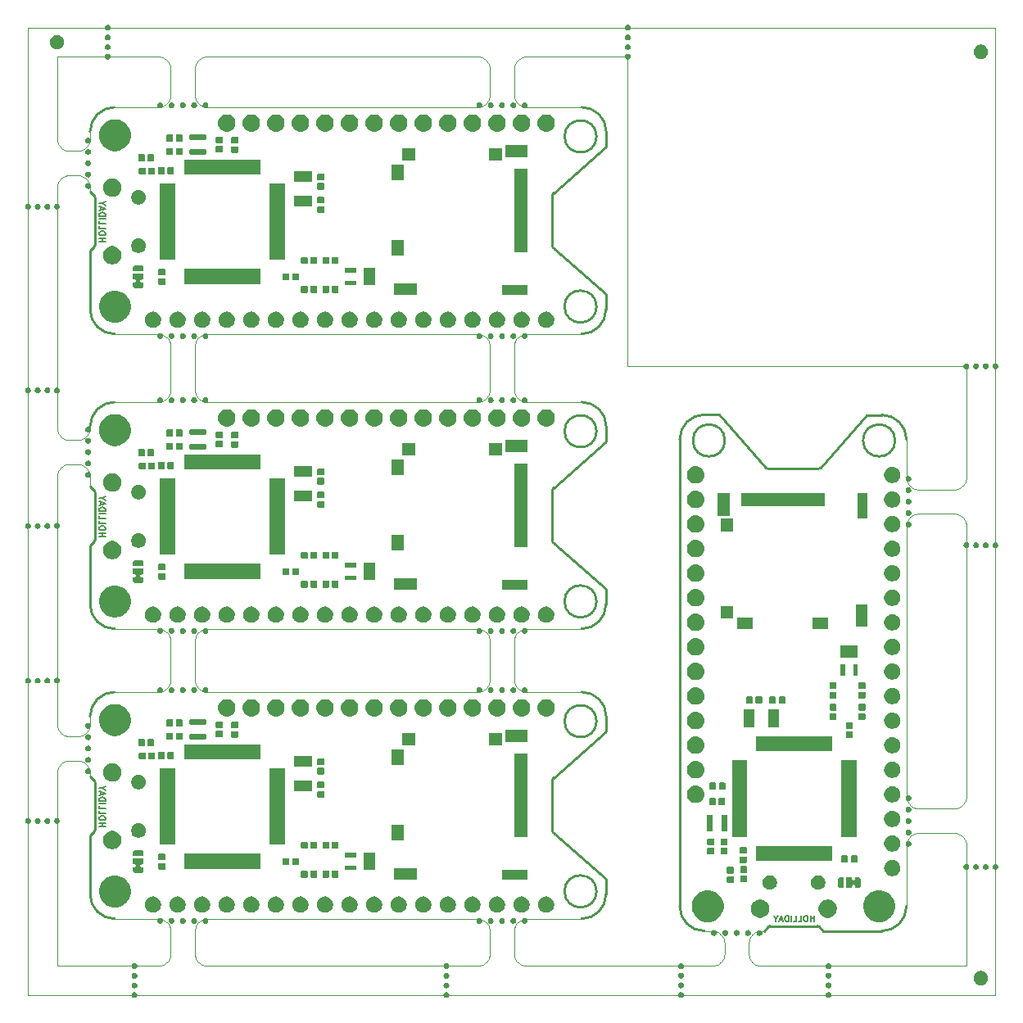
<source format=gbr>
%TF.GenerationSoftware,KiCad,Pcbnew,(5.1.4)-1*%
%TF.CreationDate,2019-10-11T08:55:03-07:00*%
%TF.ProjectId,output.v25Panel,6f757470-7574-42e7-9632-3550616e656c,rev?*%
%TF.SameCoordinates,Original*%
%TF.FileFunction,Soldermask,Bot*%
%TF.FilePolarity,Negative*%
%FSLAX46Y46*%
G04 Gerber Fmt 4.6, Leading zero omitted, Abs format (unit mm)*
G04 Created by KiCad (PCBNEW (5.1.4)-1) date 2019-10-11 08:55:03*
%MOMM*%
%LPD*%
G04 APERTURE LIST*
%ADD10C,0.050000*%
%ADD11C,0.158750*%
%ADD12C,0.250000*%
%ADD13C,0.100000*%
%ADD14C,0.150000*%
G04 APERTURE END LIST*
D10*
X182000000Y-75000000D02*
X147000000Y-75000000D01*
X147000000Y-75000000D02*
X147000000Y-43000000D01*
X85000000Y-140000000D02*
X85000000Y-40000000D01*
X185000000Y-140000000D02*
X85000000Y-140000000D01*
X185000000Y-40000000D02*
X185000000Y-140000000D01*
X85000000Y-40000000D02*
X185000000Y-40000000D01*
D11*
X92358738Y-62118622D02*
X92993738Y-62118622D01*
X92691357Y-62118622D02*
X92691357Y-61755764D01*
X92358738Y-61755764D02*
X92993738Y-61755764D01*
X92993738Y-61332431D02*
X92993738Y-61211479D01*
X92963500Y-61151002D01*
X92903023Y-61090526D01*
X92782071Y-61060288D01*
X92570404Y-61060288D01*
X92449452Y-61090526D01*
X92388976Y-61151002D01*
X92358738Y-61211479D01*
X92358738Y-61332431D01*
X92388976Y-61392907D01*
X92449452Y-61453383D01*
X92570404Y-61483622D01*
X92782071Y-61483622D01*
X92903023Y-61453383D01*
X92963500Y-61392907D01*
X92993738Y-61332431D01*
X92358738Y-60485764D02*
X92358738Y-60788145D01*
X92993738Y-60788145D01*
X92358738Y-59971717D02*
X92358738Y-60274098D01*
X92993738Y-60274098D01*
X92358738Y-59760050D02*
X92993738Y-59760050D01*
X92358738Y-59457669D02*
X92993738Y-59457669D01*
X92993738Y-59306479D01*
X92963500Y-59215764D01*
X92903023Y-59155288D01*
X92842547Y-59125050D01*
X92721595Y-59094812D01*
X92630880Y-59094812D01*
X92509928Y-59125050D01*
X92449452Y-59155288D01*
X92388976Y-59215764D01*
X92358738Y-59306479D01*
X92358738Y-59457669D01*
X92540166Y-58852907D02*
X92540166Y-58550526D01*
X92358738Y-58913383D02*
X92993738Y-58701717D01*
X92358738Y-58490050D01*
X92661119Y-58157431D02*
X92358738Y-58157431D01*
X92993738Y-58369098D02*
X92661119Y-58157431D01*
X92993738Y-57945764D01*
D12*
X144752060Y-67575080D02*
X144752060Y-69128640D01*
X142212060Y-71668640D02*
G75*
G03X144752060Y-69128640I0J2540000D01*
G01*
X139315076Y-62811768D02*
X144752060Y-67575080D01*
X91412060Y-56926067D02*
X91860000Y-57370000D01*
X139318052Y-57099398D02*
X144780013Y-52320000D01*
X139318039Y-57099407D02*
G75*
G03X139188512Y-57351166I160472J-241760D01*
G01*
X139315063Y-62811759D02*
G75*
G02X139185536Y-62560000I160472J241760D01*
G01*
X139185536Y-62560000D02*
X139188512Y-57351166D01*
X91412060Y-63068136D02*
X91860000Y-62624203D01*
X91860000Y-62624203D02*
G75*
G03X91921488Y-62435369I-228511J178835D01*
G01*
X91860000Y-57370000D02*
G75*
G02X91921488Y-57558834I-228511J-178835D01*
G01*
X143765221Y-51245720D02*
G75*
G03X143765221Y-51245720I-1652221J0D01*
G01*
X143765221Y-68835220D02*
G75*
G03X143765221Y-68835220I-1652221J0D01*
G01*
X144780013Y-50766440D02*
X144780013Y-52320000D01*
X142240013Y-48226440D02*
G75*
G02X144780013Y-50766440I0J-2540000D01*
G01*
X91412060Y-63068136D02*
X91412060Y-69128640D01*
X91412060Y-50766440D02*
G75*
G02X93952060Y-48226440I2540000J0D01*
G01*
X91921488Y-57558834D02*
X91921488Y-62435369D01*
X93952060Y-71668640D02*
G75*
G02X91412060Y-69128640I0J2540000D01*
G01*
D11*
X92358738Y-92598622D02*
X92993738Y-92598622D01*
X92691357Y-92598622D02*
X92691357Y-92235764D01*
X92358738Y-92235764D02*
X92993738Y-92235764D01*
X92993738Y-91812431D02*
X92993738Y-91691479D01*
X92963500Y-91631002D01*
X92903023Y-91570526D01*
X92782071Y-91540288D01*
X92570404Y-91540288D01*
X92449452Y-91570526D01*
X92388976Y-91631002D01*
X92358738Y-91691479D01*
X92358738Y-91812431D01*
X92388976Y-91872907D01*
X92449452Y-91933383D01*
X92570404Y-91963622D01*
X92782071Y-91963622D01*
X92903023Y-91933383D01*
X92963500Y-91872907D01*
X92993738Y-91812431D01*
X92358738Y-90965764D02*
X92358738Y-91268145D01*
X92993738Y-91268145D01*
X92358738Y-90451717D02*
X92358738Y-90754098D01*
X92993738Y-90754098D01*
X92358738Y-90240050D02*
X92993738Y-90240050D01*
X92358738Y-89937669D02*
X92993738Y-89937669D01*
X92993738Y-89786479D01*
X92963500Y-89695764D01*
X92903023Y-89635288D01*
X92842547Y-89605050D01*
X92721595Y-89574812D01*
X92630880Y-89574812D01*
X92509928Y-89605050D01*
X92449452Y-89635288D01*
X92388976Y-89695764D01*
X92358738Y-89786479D01*
X92358738Y-89937669D01*
X92540166Y-89332907D02*
X92540166Y-89030526D01*
X92358738Y-89393383D02*
X92993738Y-89181717D01*
X92358738Y-88970050D01*
X92661119Y-88637431D02*
X92358738Y-88637431D01*
X92993738Y-88849098D02*
X92661119Y-88637431D01*
X92993738Y-88425764D01*
D12*
X144752060Y-98055080D02*
X144752060Y-99608640D01*
X142212060Y-102148640D02*
G75*
G03X144752060Y-99608640I0J2540000D01*
G01*
X139315076Y-93291768D02*
X144752060Y-98055080D01*
X91412060Y-87406067D02*
X91860000Y-87850000D01*
X139318052Y-87579398D02*
X144780013Y-82800000D01*
X139318039Y-87579407D02*
G75*
G03X139188512Y-87831166I160472J-241760D01*
G01*
X139315063Y-93291759D02*
G75*
G02X139185536Y-93040000I160472J241760D01*
G01*
X139185536Y-93040000D02*
X139188512Y-87831166D01*
X91412060Y-93548136D02*
X91860000Y-93104203D01*
X91860000Y-93104203D02*
G75*
G03X91921488Y-92915369I-228511J178835D01*
G01*
X91860000Y-87850000D02*
G75*
G02X91921488Y-88038834I-228511J-178835D01*
G01*
X143765221Y-81725720D02*
G75*
G03X143765221Y-81725720I-1652221J0D01*
G01*
X143765221Y-99315220D02*
G75*
G03X143765221Y-99315220I-1652221J0D01*
G01*
X144780013Y-81246440D02*
X144780013Y-82800000D01*
X142240013Y-78706440D02*
G75*
G02X144780013Y-81246440I0J-2540000D01*
G01*
X91412060Y-93548136D02*
X91412060Y-99608640D01*
X91412060Y-81246440D02*
G75*
G02X93952060Y-78706440I2540000J0D01*
G01*
X91921488Y-88038834D02*
X91921488Y-92915369D01*
X93952060Y-102148640D02*
G75*
G02X91412060Y-99608640I0J2540000D01*
G01*
D11*
X92358738Y-122570622D02*
X92993738Y-122570622D01*
X92691357Y-122570622D02*
X92691357Y-122207764D01*
X92358738Y-122207764D02*
X92993738Y-122207764D01*
X92993738Y-121784431D02*
X92993738Y-121663479D01*
X92963500Y-121603002D01*
X92903023Y-121542526D01*
X92782071Y-121512288D01*
X92570404Y-121512288D01*
X92449452Y-121542526D01*
X92388976Y-121603002D01*
X92358738Y-121663479D01*
X92358738Y-121784431D01*
X92388976Y-121844907D01*
X92449452Y-121905383D01*
X92570404Y-121935622D01*
X92782071Y-121935622D01*
X92903023Y-121905383D01*
X92963500Y-121844907D01*
X92993738Y-121784431D01*
X92358738Y-120937764D02*
X92358738Y-121240145D01*
X92993738Y-121240145D01*
X92358738Y-120423717D02*
X92358738Y-120726098D01*
X92993738Y-120726098D01*
X92358738Y-120212050D02*
X92993738Y-120212050D01*
X92358738Y-119909669D02*
X92993738Y-119909669D01*
X92993738Y-119758479D01*
X92963500Y-119667764D01*
X92903023Y-119607288D01*
X92842547Y-119577050D01*
X92721595Y-119546812D01*
X92630880Y-119546812D01*
X92509928Y-119577050D01*
X92449452Y-119607288D01*
X92388976Y-119667764D01*
X92358738Y-119758479D01*
X92358738Y-119909669D01*
X92540166Y-119304907D02*
X92540166Y-119002526D01*
X92358738Y-119365383D02*
X92993738Y-119153717D01*
X92358738Y-118942050D01*
X92661119Y-118609431D02*
X92358738Y-118609431D01*
X92993738Y-118821098D02*
X92661119Y-118609431D01*
X92993738Y-118397764D01*
D12*
X144752060Y-128027080D02*
X144752060Y-129580640D01*
X142212060Y-132120640D02*
G75*
G03X144752060Y-129580640I0J2540000D01*
G01*
X139315076Y-123263768D02*
X144752060Y-128027080D01*
X91412060Y-117378067D02*
X91860000Y-117822000D01*
X139318052Y-117551398D02*
X144780013Y-112772000D01*
X139318039Y-117551407D02*
G75*
G03X139188512Y-117803166I160472J-241760D01*
G01*
X139315063Y-123263759D02*
G75*
G02X139185536Y-123012000I160472J241760D01*
G01*
X139185536Y-123012000D02*
X139188512Y-117803166D01*
X91412060Y-123520136D02*
X91860000Y-123076203D01*
X91860000Y-123076203D02*
G75*
G03X91921488Y-122887369I-228511J178835D01*
G01*
X91860000Y-117822000D02*
G75*
G02X91921488Y-118010834I-228511J-178835D01*
G01*
X143765221Y-111697720D02*
G75*
G03X143765221Y-111697720I-1652221J0D01*
G01*
X143765221Y-129287220D02*
G75*
G03X143765221Y-129287220I-1652221J0D01*
G01*
X144780013Y-111218440D02*
X144780013Y-112772000D01*
X142240013Y-108678440D02*
G75*
G02X144780013Y-111218440I0J-2540000D01*
G01*
X91412060Y-123520136D02*
X91412060Y-129580640D01*
X91412060Y-111218440D02*
G75*
G02X93952060Y-108678440I2540000J0D01*
G01*
X91921488Y-118010834D02*
X91921488Y-122887369D01*
X93952060Y-132120640D02*
G75*
G02X91412060Y-129580640I0J2540000D01*
G01*
D11*
X166258622Y-132431261D02*
X166258622Y-131796261D01*
X166258622Y-132098642D02*
X165895764Y-132098642D01*
X165895764Y-132431261D02*
X165895764Y-131796261D01*
X165472431Y-131796261D02*
X165351479Y-131796261D01*
X165291002Y-131826500D01*
X165230526Y-131886976D01*
X165200288Y-132007928D01*
X165200288Y-132219595D01*
X165230526Y-132340547D01*
X165291002Y-132401023D01*
X165351479Y-132431261D01*
X165472431Y-132431261D01*
X165532907Y-132401023D01*
X165593383Y-132340547D01*
X165623622Y-132219595D01*
X165623622Y-132007928D01*
X165593383Y-131886976D01*
X165532907Y-131826500D01*
X165472431Y-131796261D01*
X164625764Y-132431261D02*
X164928145Y-132431261D01*
X164928145Y-131796261D01*
X164111717Y-132431261D02*
X164414098Y-132431261D01*
X164414098Y-131796261D01*
X163900050Y-132431261D02*
X163900050Y-131796261D01*
X163597669Y-132431261D02*
X163597669Y-131796261D01*
X163446479Y-131796261D01*
X163355764Y-131826500D01*
X163295288Y-131886976D01*
X163265050Y-131947452D01*
X163234812Y-132068404D01*
X163234812Y-132159119D01*
X163265050Y-132280071D01*
X163295288Y-132340547D01*
X163355764Y-132401023D01*
X163446479Y-132431261D01*
X163597669Y-132431261D01*
X162992907Y-132249833D02*
X162690526Y-132249833D01*
X163053383Y-132431261D02*
X162841717Y-131796261D01*
X162630050Y-132431261D01*
X162297431Y-132128880D02*
X162297431Y-132431261D01*
X162509098Y-131796261D02*
X162297431Y-132128880D01*
X162085764Y-131796261D01*
D12*
X171715080Y-80037940D02*
X173268640Y-80037940D01*
X175808640Y-82577940D02*
G75*
G03X173268640Y-80037940I-2540000J0D01*
G01*
X166951768Y-85474924D02*
X171715080Y-80037940D01*
X161066067Y-133377940D02*
X161510000Y-132930000D01*
X161239398Y-85471948D02*
X156460000Y-80009987D01*
X161239407Y-85471961D02*
G75*
G03X161491166Y-85601488I241760J160472D01*
G01*
X166951759Y-85474937D02*
G75*
G02X166700000Y-85604464I-241760J160472D01*
G01*
X166700000Y-85604464D02*
X161491166Y-85601488D01*
X167208136Y-133377940D02*
X166764203Y-132930000D01*
X166764203Y-132930000D02*
G75*
G03X166575369Y-132868512I-178835J-228511D01*
G01*
X161510000Y-132930000D02*
G75*
G02X161698834Y-132868512I178835J-228511D01*
G01*
X157037941Y-82677000D02*
G75*
G03X157037941Y-82677000I-1652221J0D01*
G01*
X174627441Y-82677000D02*
G75*
G03X174627441Y-82677000I-1652221J0D01*
G01*
X154906440Y-80009987D02*
X156460000Y-80009987D01*
X152366440Y-82549987D02*
G75*
G02X154906440Y-80009987I2540000J0D01*
G01*
X167208136Y-133377940D02*
X173268640Y-133377940D01*
X152366440Y-82549987D02*
X152366440Y-130837940D01*
X154906440Y-133377940D02*
G75*
G02X152366440Y-130837940I0J2540000D01*
G01*
X161698834Y-132868512D02*
X166575369Y-132868512D01*
X175808640Y-130837940D02*
G75*
G02X173268640Y-133377940I-2540000J0D01*
G01*
D13*
X175808640Y-86500005D02*
X175808640Y-82577940D01*
X182000000Y-86499985D02*
X182000000Y-75000000D01*
X182000000Y-91499960D02*
X181992313Y-91400256D01*
X175808640Y-91500025D02*
X175816327Y-91400321D01*
X181992313Y-91400256D02*
X181976985Y-91301438D01*
X175816327Y-91400321D02*
X175831655Y-91301503D01*
X181976985Y-91301438D02*
X181954107Y-91204091D01*
X175831655Y-91301503D02*
X175854533Y-91204156D01*
X181954107Y-91204091D02*
X181923814Y-91108791D01*
X175854533Y-91204156D02*
X175884826Y-91108856D01*
X181923814Y-91108791D02*
X181886285Y-91016101D01*
X175884826Y-91108856D02*
X175922355Y-91016166D01*
X181886285Y-91016101D02*
X181841742Y-90926570D01*
X175922355Y-91016166D02*
X175966898Y-90926635D01*
X181841742Y-90926570D02*
X181790449Y-90840728D01*
X175966898Y-90926635D02*
X176018191Y-90840793D01*
X181790449Y-90840728D02*
X181732709Y-90759083D01*
X176018191Y-90840793D02*
X176075931Y-90759148D01*
X181732709Y-90759083D02*
X181668864Y-90682118D01*
X176075931Y-90759148D02*
X176139776Y-90682183D01*
X181668864Y-90682118D02*
X181599292Y-90610288D01*
X176139776Y-90682183D02*
X176209348Y-90610353D01*
X181599292Y-90610288D02*
X181524405Y-90544018D01*
X176209348Y-90610353D02*
X176284235Y-90544083D01*
X181524405Y-90544018D02*
X181444646Y-90483700D01*
X176284235Y-90544083D02*
X176363994Y-90483765D01*
X181444646Y-90483700D02*
X181360487Y-90429691D01*
X176363994Y-90483765D02*
X176448153Y-90429756D01*
X181360487Y-90429691D02*
X181272426Y-90382311D01*
X176448153Y-90429756D02*
X176536214Y-90382376D01*
X181272426Y-90382311D02*
X181180984Y-90341840D01*
X176536214Y-90382376D02*
X176627656Y-90341905D01*
X181180984Y-90341840D02*
X181086702Y-90308518D01*
X176627656Y-90341905D02*
X176721938Y-90308583D01*
X181086702Y-90308518D02*
X180990138Y-90282542D01*
X176721938Y-90308583D02*
X176818502Y-90282607D01*
X180990138Y-90282542D02*
X180891863Y-90264065D01*
X176818502Y-90282607D02*
X176916777Y-90264130D01*
X180891863Y-90264065D02*
X180792458Y-90253197D01*
X176916777Y-90264130D02*
X177016182Y-90253262D01*
X180792458Y-90253197D02*
X180692512Y-90250002D01*
X177016182Y-90253262D02*
X177116128Y-90250067D01*
X177116128Y-90250067D02*
X180692512Y-90250002D01*
X175808640Y-86500005D02*
X175816327Y-86599709D01*
X182000000Y-86499985D02*
X181992313Y-86599689D01*
X175816327Y-86599709D02*
X175831655Y-86698527D01*
X181992313Y-86599689D02*
X181976985Y-86698507D01*
X175831655Y-86698527D02*
X175854533Y-86795874D01*
X181976985Y-86698507D02*
X181954107Y-86795854D01*
X175854533Y-86795874D02*
X175884826Y-86891174D01*
X181954107Y-86795854D02*
X181923814Y-86891154D01*
X175884826Y-86891174D02*
X175922355Y-86983864D01*
X181923814Y-86891154D02*
X181886285Y-86983844D01*
X175922355Y-86983864D02*
X175966898Y-87073395D01*
X181886285Y-86983844D02*
X181841742Y-87073375D01*
X175966898Y-87073395D02*
X176018191Y-87159237D01*
X181841742Y-87073375D02*
X181790449Y-87159217D01*
X176018191Y-87159237D02*
X176075931Y-87240882D01*
X181790449Y-87159217D02*
X181732709Y-87240862D01*
X176075931Y-87240882D02*
X176139776Y-87317847D01*
X181732709Y-87240862D02*
X181668864Y-87317827D01*
X176139776Y-87317847D02*
X176209348Y-87389677D01*
X181668864Y-87317827D02*
X181599292Y-87389657D01*
X176209348Y-87389677D02*
X176284235Y-87455947D01*
X181599292Y-87389657D02*
X181524405Y-87455927D01*
X176284235Y-87455947D02*
X176363994Y-87516265D01*
X181524405Y-87455927D02*
X181444646Y-87516245D01*
X176363994Y-87516265D02*
X176448153Y-87570274D01*
X181444646Y-87516245D02*
X181360487Y-87570254D01*
X176448153Y-87570274D02*
X176536214Y-87617654D01*
X181360487Y-87570254D02*
X181272426Y-87617634D01*
X176536214Y-87617654D02*
X176627656Y-87658125D01*
X181272426Y-87617634D02*
X181180984Y-87658105D01*
X176627656Y-87658125D02*
X176721938Y-87691447D01*
X181180984Y-87658105D02*
X181086702Y-87691427D01*
X176721938Y-87691447D02*
X176818502Y-87717423D01*
X181086702Y-87691427D02*
X180990138Y-87717403D01*
X176818502Y-87717423D02*
X176916777Y-87735900D01*
X180990138Y-87717403D02*
X180891863Y-87735880D01*
X176916777Y-87735900D02*
X177016182Y-87746768D01*
X180891863Y-87735880D02*
X180792458Y-87746748D01*
X177016182Y-87746768D02*
X177116128Y-87749963D01*
X180792458Y-87746748D02*
X180692512Y-87749943D01*
X177116128Y-87749963D02*
X180692512Y-87749943D01*
X175808640Y-119499992D02*
X175808640Y-91500025D01*
X175808640Y-124500010D02*
X175808640Y-130837940D01*
X182000000Y-119499987D02*
X182000000Y-91499960D01*
X182000000Y-124500013D02*
X182000000Y-137000000D01*
X182000000Y-124500013D02*
X181992313Y-124400309D01*
X175808640Y-124500010D02*
X175816327Y-124400306D01*
X181992313Y-124400309D02*
X181976985Y-124301491D01*
X175816327Y-124400306D02*
X175831655Y-124301488D01*
X181976985Y-124301491D02*
X181954107Y-124204144D01*
X175831655Y-124301488D02*
X175854533Y-124204141D01*
X181954107Y-124204144D02*
X181923814Y-124108844D01*
X175854533Y-124204141D02*
X175884826Y-124108841D01*
X181923814Y-124108844D02*
X181886285Y-124016154D01*
X175884826Y-124108841D02*
X175922355Y-124016151D01*
X175922355Y-124016151D02*
X175966898Y-123926620D01*
X181886285Y-124016154D02*
X181841742Y-123926623D01*
X175966898Y-123926620D02*
X176018191Y-123840778D01*
X181841742Y-123926623D02*
X181790449Y-123840781D01*
X176018191Y-123840778D02*
X176075931Y-123759133D01*
X181790449Y-123840781D02*
X181732709Y-123759136D01*
X176075931Y-123759133D02*
X176139776Y-123682168D01*
X181732709Y-123759136D02*
X181668864Y-123682171D01*
X176139776Y-123682168D02*
X176209348Y-123610338D01*
X181668864Y-123682171D02*
X181599292Y-123610341D01*
X176209348Y-123610338D02*
X176284235Y-123544068D01*
X181599292Y-123610341D02*
X181524405Y-123544071D01*
X176284235Y-123544068D02*
X176363994Y-123483750D01*
X181524405Y-123544071D02*
X181444646Y-123483753D01*
X176363994Y-123483750D02*
X176448153Y-123429741D01*
X181444646Y-123483753D02*
X181360487Y-123429744D01*
X176448153Y-123429741D02*
X176536214Y-123382361D01*
X181360487Y-123429744D02*
X181272426Y-123382364D01*
X176536214Y-123382361D02*
X176627656Y-123341890D01*
X181272426Y-123382364D02*
X181180984Y-123341893D01*
X176627656Y-123341890D02*
X176721938Y-123308568D01*
X181180984Y-123341893D02*
X181086702Y-123308571D01*
X176721938Y-123308568D02*
X176818502Y-123282592D01*
X181086702Y-123308571D02*
X180990138Y-123282595D01*
X176818502Y-123282592D02*
X176916777Y-123264115D01*
X180990138Y-123282595D02*
X180891863Y-123264118D01*
X176916777Y-123264115D02*
X177016182Y-123253247D01*
X180891863Y-123264118D02*
X180792458Y-123253250D01*
X177016182Y-123253247D02*
X177116128Y-123250052D01*
X180792458Y-123253250D02*
X180692512Y-123250055D01*
X177116128Y-123250052D02*
X180692512Y-123250055D01*
X175808640Y-119499992D02*
X175816327Y-119599696D01*
X182000000Y-119499987D02*
X181992313Y-119599691D01*
X175816327Y-119599696D02*
X175831655Y-119698514D01*
X181992313Y-119599691D02*
X181976985Y-119698509D01*
X175831655Y-119698514D02*
X175854533Y-119795861D01*
X181976985Y-119698509D02*
X181954107Y-119795856D01*
X175854533Y-119795861D02*
X175884826Y-119891161D01*
X181954107Y-119795856D02*
X181923814Y-119891156D01*
X175884826Y-119891161D02*
X175922355Y-119983851D01*
X181923814Y-119891156D02*
X181886285Y-119983846D01*
X175922355Y-119983851D02*
X175966898Y-120073382D01*
X181886285Y-119983846D02*
X181841742Y-120073377D01*
X175966898Y-120073382D02*
X176018191Y-120159224D01*
X181841742Y-120073377D02*
X181790449Y-120159219D01*
X176018191Y-120159224D02*
X176075931Y-120240869D01*
X181790449Y-120159219D02*
X181732709Y-120240864D01*
X176075931Y-120240869D02*
X176139776Y-120317834D01*
X181732709Y-120240864D02*
X181668864Y-120317829D01*
X176139776Y-120317834D02*
X176209348Y-120389664D01*
X181668864Y-120317829D02*
X181599292Y-120389659D01*
X176209348Y-120389664D02*
X176284235Y-120455934D01*
X181599292Y-120389659D02*
X181524405Y-120455929D01*
X176284235Y-120455934D02*
X176363994Y-120516252D01*
X181524405Y-120455929D02*
X181444646Y-120516247D01*
X176363994Y-120516252D02*
X176448153Y-120570261D01*
X181444646Y-120516247D02*
X181360487Y-120570256D01*
X176448153Y-120570261D02*
X176536214Y-120617641D01*
X181360487Y-120570256D02*
X181272426Y-120617636D01*
X176536214Y-120617641D02*
X176627656Y-120658112D01*
X181272426Y-120617636D02*
X181180984Y-120658107D01*
X176627656Y-120658112D02*
X176721938Y-120691434D01*
X181180984Y-120658107D02*
X181086702Y-120691429D01*
X176721938Y-120691434D02*
X176818502Y-120717410D01*
X181086702Y-120691429D02*
X180990138Y-120717405D01*
X176818502Y-120717410D02*
X176916777Y-120735887D01*
X180990138Y-120717405D02*
X180891863Y-120735882D01*
X176916777Y-120735887D02*
X177016182Y-120746755D01*
X180891863Y-120735882D02*
X180792458Y-120746750D01*
X177016182Y-120746755D02*
X177116128Y-120749950D01*
X180792458Y-120746750D02*
X180692512Y-120749945D01*
X177116128Y-120749950D02*
X180692512Y-120749945D01*
X155750002Y-133377940D02*
X154906440Y-133377940D01*
X160749998Y-133377940D02*
X161066067Y-133377940D01*
X160749985Y-137000000D02*
X182000000Y-137000000D01*
X155750002Y-133377940D02*
X155849706Y-133385627D01*
X155749977Y-137000000D02*
X155849681Y-136992313D01*
X155849706Y-133385627D02*
X155948524Y-133400955D01*
X155849681Y-136992313D02*
X155948499Y-136976985D01*
X155948524Y-133400955D02*
X156045871Y-133423833D01*
X155948499Y-136976985D02*
X156045846Y-136954107D01*
X156045871Y-133423833D02*
X156141171Y-133454126D01*
X156045846Y-136954107D02*
X156141146Y-136923814D01*
X156141171Y-133454126D02*
X156233861Y-133491655D01*
X156141146Y-136923814D02*
X156233836Y-136886285D01*
X156233861Y-133491655D02*
X156323392Y-133536198D01*
X156233836Y-136886285D02*
X156323367Y-136841742D01*
X156323392Y-133536198D02*
X156409234Y-133587491D01*
X156323367Y-136841742D02*
X156409209Y-136790449D01*
X156409234Y-133587491D02*
X156490879Y-133645231D01*
X156409209Y-136790449D02*
X156490854Y-136732709D01*
X156490879Y-133645231D02*
X156567844Y-133709076D01*
X156490854Y-136732709D02*
X156567819Y-136668864D01*
X156567844Y-133709076D02*
X156639674Y-133778648D01*
X156567819Y-136668864D02*
X156639649Y-136599292D01*
X156639674Y-133778648D02*
X156705944Y-133853535D01*
X156639649Y-136599292D02*
X156705919Y-136524405D01*
X156705944Y-133853535D02*
X156766262Y-133933294D01*
X156705919Y-136524405D02*
X156766237Y-136444646D01*
X156766262Y-133933294D02*
X156820271Y-134017453D01*
X156766237Y-136444646D02*
X156820246Y-136360487D01*
X156820271Y-134017453D02*
X156867651Y-134105514D01*
X156820246Y-136360487D02*
X156867626Y-136272426D01*
X156867651Y-134105514D02*
X156908122Y-134196956D01*
X156867626Y-136272426D02*
X156908097Y-136180984D01*
X156908122Y-134196956D02*
X156941444Y-134291238D01*
X156908097Y-136180984D02*
X156941419Y-136086702D01*
X156941444Y-134291238D02*
X156967420Y-134387802D01*
X156941419Y-136086702D02*
X156967395Y-135990138D01*
X156967420Y-134387802D02*
X156985897Y-134486077D01*
X156967395Y-135990138D02*
X156985872Y-135891863D01*
X156985897Y-134486077D02*
X156996765Y-134585482D01*
X156985872Y-135891863D02*
X156996740Y-135792458D01*
X156996765Y-134585482D02*
X156999960Y-134685428D01*
X156996740Y-135792458D02*
X156999935Y-135692512D01*
X156999960Y-134685428D02*
X156999935Y-135692512D01*
X160749985Y-137000000D02*
X160650281Y-136992313D01*
X160749998Y-133377940D02*
X160650294Y-133385627D01*
X160650281Y-136992313D02*
X160551463Y-136976985D01*
X160650294Y-133385627D02*
X160551476Y-133400955D01*
X160551463Y-136976985D02*
X160454116Y-136954107D01*
X160551476Y-133400955D02*
X160454129Y-133423833D01*
X160454116Y-136954107D02*
X160358816Y-136923814D01*
X160454129Y-133423833D02*
X160358829Y-133454126D01*
X160358816Y-136923814D02*
X160266126Y-136886285D01*
X160358829Y-133454126D02*
X160266139Y-133491655D01*
X160266126Y-136886285D02*
X160176595Y-136841742D01*
X160266139Y-133491655D02*
X160176608Y-133536198D01*
X160176595Y-136841742D02*
X160090753Y-136790449D01*
X160176608Y-133536198D02*
X160090766Y-133587491D01*
X160090753Y-136790449D02*
X160009108Y-136732709D01*
X160090766Y-133587491D02*
X160009121Y-133645231D01*
X160009108Y-136732709D02*
X159932143Y-136668864D01*
X160009121Y-133645231D02*
X159932156Y-133709076D01*
X159932143Y-136668864D02*
X159860313Y-136599292D01*
X159932156Y-133709076D02*
X159860326Y-133778648D01*
X159860313Y-136599292D02*
X159794043Y-136524405D01*
X159860326Y-133778648D02*
X159794056Y-133853535D01*
X159794043Y-136524405D02*
X159733725Y-136444646D01*
X159794056Y-133853535D02*
X159733738Y-133933294D01*
X159733725Y-136444646D02*
X159679716Y-136360487D01*
X159733738Y-133933294D02*
X159679729Y-134017453D01*
X159679716Y-136360487D02*
X159632336Y-136272426D01*
X159679729Y-134017453D02*
X159632349Y-134105514D01*
X159632336Y-136272426D02*
X159591865Y-136180984D01*
X159632349Y-134105514D02*
X159591878Y-134196956D01*
X159591865Y-136180984D02*
X159558543Y-136086702D01*
X159591878Y-134196956D02*
X159558556Y-134291238D01*
X159558543Y-136086702D02*
X159532567Y-135990138D01*
X159558556Y-134291238D02*
X159532580Y-134387802D01*
X159532567Y-135990138D02*
X159514090Y-135891863D01*
X159532580Y-134387802D02*
X159514103Y-134486077D01*
X159514090Y-135891863D02*
X159503222Y-135792458D01*
X159514103Y-134486077D02*
X159503235Y-134585482D01*
X159503222Y-135792458D02*
X159500027Y-135692512D01*
X159503235Y-134585482D02*
X159500040Y-134685428D01*
X159500040Y-134685428D02*
X159500027Y-135692512D01*
X136499998Y-132120640D02*
X142212060Y-132120640D01*
X136499998Y-137000000D02*
X155749977Y-137000000D01*
X131500015Y-137000000D02*
X131599719Y-136992313D01*
X131500007Y-132120640D02*
X131599711Y-132128327D01*
X131599719Y-136992313D02*
X131698537Y-136976985D01*
X131599711Y-132128327D02*
X131698529Y-132143655D01*
X131698537Y-136976985D02*
X131795884Y-136954107D01*
X131698529Y-132143655D02*
X131795876Y-132166533D01*
X131795884Y-136954107D02*
X131891184Y-136923814D01*
X131795876Y-132166533D02*
X131891176Y-132196826D01*
X131891184Y-136923814D02*
X131983874Y-136886285D01*
X131891176Y-132196826D02*
X131983866Y-132234355D01*
X131983874Y-136886285D02*
X132073405Y-136841742D01*
X131983866Y-132234355D02*
X132073397Y-132278898D01*
X132073405Y-136841742D02*
X132159247Y-136790449D01*
X132073397Y-132278898D02*
X132159239Y-132330191D01*
X132159247Y-136790449D02*
X132240892Y-136732709D01*
X132159239Y-132330191D02*
X132240884Y-132387931D01*
X132240892Y-136732709D02*
X132317857Y-136668864D01*
X132240884Y-132387931D02*
X132317849Y-132451776D01*
X132317857Y-136668864D02*
X132389687Y-136599292D01*
X132317849Y-132451776D02*
X132389679Y-132521348D01*
X132389687Y-136599292D02*
X132455957Y-136524405D01*
X132389679Y-132521348D02*
X132455949Y-132596235D01*
X132455957Y-136524405D02*
X132516275Y-136444646D01*
X132455949Y-132596235D02*
X132516267Y-132675994D01*
X132516275Y-136444646D02*
X132570284Y-136360487D01*
X132516267Y-132675994D02*
X132570276Y-132760153D01*
X132570284Y-136360487D02*
X132617664Y-136272426D01*
X132570276Y-132760153D02*
X132617656Y-132848214D01*
X132617664Y-136272426D02*
X132658135Y-136180984D01*
X132617656Y-132848214D02*
X132658127Y-132939656D01*
X132658135Y-136180984D02*
X132691457Y-136086702D01*
X132658127Y-132939656D02*
X132691449Y-133033938D01*
X132691457Y-136086702D02*
X132717433Y-135990138D01*
X132691449Y-133033938D02*
X132717425Y-133130502D01*
X132717433Y-135990138D02*
X132735910Y-135891863D01*
X132717425Y-133130502D02*
X132735902Y-133228777D01*
X132735910Y-135891863D02*
X132746778Y-135792458D01*
X132735902Y-133228777D02*
X132746770Y-133328182D01*
X132746778Y-135792458D02*
X132749973Y-135692512D01*
X132746770Y-133328182D02*
X132749965Y-133428128D01*
X132749965Y-133428128D02*
X132749973Y-135692512D01*
X136499998Y-137000000D02*
X136400294Y-136992313D01*
X136499998Y-132120640D02*
X136400294Y-132128327D01*
X136400294Y-136992313D02*
X136301476Y-136976985D01*
X136400294Y-132128327D02*
X136301476Y-132143655D01*
X136301476Y-136976985D02*
X136204129Y-136954107D01*
X136301476Y-132143655D02*
X136204129Y-132166533D01*
X136204129Y-136954107D02*
X136108829Y-136923814D01*
X136204129Y-132166533D02*
X136108829Y-132196826D01*
X136108829Y-136923814D02*
X136016139Y-136886285D01*
X136108829Y-132196826D02*
X136016139Y-132234355D01*
X136016139Y-136886285D02*
X135926608Y-136841742D01*
X136016139Y-132234355D02*
X135926608Y-132278898D01*
X135926608Y-136841742D02*
X135840766Y-136790449D01*
X135926608Y-132278898D02*
X135840766Y-132330191D01*
X135840766Y-136790449D02*
X135759121Y-136732709D01*
X135840766Y-132330191D02*
X135759121Y-132387931D01*
X135759121Y-136732709D02*
X135682156Y-136668864D01*
X135759121Y-132387931D02*
X135682156Y-132451776D01*
X135682156Y-136668864D02*
X135610326Y-136599292D01*
X135682156Y-132451776D02*
X135610326Y-132521348D01*
X135610326Y-136599292D02*
X135544056Y-136524405D01*
X135610326Y-132521348D02*
X135544056Y-132596235D01*
X135544056Y-136524405D02*
X135483738Y-136444646D01*
X135544056Y-132596235D02*
X135483738Y-132675994D01*
X135483738Y-136444646D02*
X135429729Y-136360487D01*
X135483738Y-132675994D02*
X135429729Y-132760153D01*
X135429729Y-136360487D02*
X135382349Y-136272426D01*
X135429729Y-132760153D02*
X135382349Y-132848214D01*
X135382349Y-136272426D02*
X135341878Y-136180984D01*
X135382349Y-132848214D02*
X135341878Y-132939656D01*
X135341878Y-136180984D02*
X135308556Y-136086702D01*
X135341878Y-132939656D02*
X135308556Y-133033938D01*
X135308556Y-136086702D02*
X135282580Y-135990138D01*
X135308556Y-133033938D02*
X135282580Y-133130502D01*
X135282580Y-135990138D02*
X135264103Y-135891863D01*
X135282580Y-133130502D02*
X135264103Y-133228777D01*
X135264103Y-135891863D02*
X135253235Y-135792458D01*
X135264103Y-133228777D02*
X135253235Y-133328182D01*
X135253235Y-135792458D02*
X135250040Y-135692512D01*
X135253235Y-133328182D02*
X135250040Y-133428128D01*
X135250040Y-133428128D02*
X135250040Y-135692512D01*
X103500010Y-132120640D02*
X131500007Y-132120640D01*
X98500007Y-132120640D02*
X93952060Y-132120640D01*
X103500010Y-137000000D02*
X131500015Y-137000000D01*
X98500002Y-137000000D02*
X88000000Y-137000000D01*
X98500007Y-132120640D02*
X98599711Y-132128327D01*
X98500002Y-137000000D02*
X98599706Y-136992313D01*
X98599711Y-132128327D02*
X98698529Y-132143655D01*
X98599706Y-136992313D02*
X98698524Y-136976985D01*
X98698529Y-132143655D02*
X98795876Y-132166533D01*
X98698524Y-136976985D02*
X98795871Y-136954107D01*
X98795876Y-132166533D02*
X98891176Y-132196826D01*
X98795871Y-136954107D02*
X98891171Y-136923814D01*
X98891176Y-132196826D02*
X98983866Y-132234355D01*
X98891171Y-136923814D02*
X98983861Y-136886285D01*
X98983866Y-132234355D02*
X99073397Y-132278898D01*
X98983861Y-136886285D02*
X99073392Y-136841742D01*
X99073397Y-132278898D02*
X99159239Y-132330191D01*
X99073392Y-136841742D02*
X99159234Y-136790449D01*
X99159239Y-132330191D02*
X99240884Y-132387931D01*
X99159234Y-136790449D02*
X99240879Y-136732709D01*
X99240884Y-132387931D02*
X99317849Y-132451776D01*
X99240879Y-136732709D02*
X99317844Y-136668864D01*
X99317849Y-132451776D02*
X99389679Y-132521348D01*
X99317844Y-136668864D02*
X99389674Y-136599292D01*
X99389679Y-132521348D02*
X99455949Y-132596235D01*
X99389674Y-136599292D02*
X99455944Y-136524405D01*
X99455949Y-132596235D02*
X99516267Y-132675994D01*
X99455944Y-136524405D02*
X99516262Y-136444646D01*
X99516267Y-132675994D02*
X99570276Y-132760153D01*
X99516262Y-136444646D02*
X99570271Y-136360487D01*
X99570276Y-132760153D02*
X99617656Y-132848214D01*
X99570271Y-136360487D02*
X99617651Y-136272426D01*
X99617656Y-132848214D02*
X99658127Y-132939656D01*
X99617651Y-136272426D02*
X99658122Y-136180984D01*
X99658127Y-132939656D02*
X99691449Y-133033938D01*
X99658122Y-136180984D02*
X99691444Y-136086702D01*
X99691449Y-133033938D02*
X99717425Y-133130502D01*
X99691444Y-136086702D02*
X99717420Y-135990138D01*
X99717425Y-133130502D02*
X99735902Y-133228777D01*
X99717420Y-135990138D02*
X99735897Y-135891863D01*
X99735902Y-133228777D02*
X99746770Y-133328182D01*
X99735897Y-135891863D02*
X99746765Y-135792458D01*
X99746770Y-133328182D02*
X99749965Y-133428128D01*
X99746765Y-135792458D02*
X99749960Y-135692512D01*
X99749965Y-133428128D02*
X99749960Y-135692512D01*
X103500010Y-137000000D02*
X103400306Y-136992313D01*
X103500010Y-132120640D02*
X103400306Y-132128327D01*
X103400306Y-136992313D02*
X103301488Y-136976985D01*
X103400306Y-132128327D02*
X103301488Y-132143655D01*
X103301488Y-136976985D02*
X103204141Y-136954107D01*
X103301488Y-132143655D02*
X103204141Y-132166533D01*
X103204141Y-136954107D02*
X103108841Y-136923814D01*
X103204141Y-132166533D02*
X103108841Y-132196826D01*
X103108841Y-136923814D02*
X103016151Y-136886285D01*
X103108841Y-132196826D02*
X103016151Y-132234355D01*
X103016151Y-136886285D02*
X102926620Y-136841742D01*
X103016151Y-132234355D02*
X102926620Y-132278898D01*
X102926620Y-136841742D02*
X102840778Y-136790449D01*
X102926620Y-132278898D02*
X102840778Y-132330191D01*
X102840778Y-136790449D02*
X102759133Y-136732709D01*
X102840778Y-132330191D02*
X102759133Y-132387931D01*
X102759133Y-136732709D02*
X102682168Y-136668864D01*
X102759133Y-132387931D02*
X102682168Y-132451776D01*
X102682168Y-136668864D02*
X102610338Y-136599292D01*
X102682168Y-132451776D02*
X102610338Y-132521348D01*
X102610338Y-136599292D02*
X102544068Y-136524405D01*
X102610338Y-132521348D02*
X102544068Y-132596235D01*
X102544068Y-136524405D02*
X102483750Y-136444646D01*
X102544068Y-132596235D02*
X102483750Y-132675994D01*
X102483750Y-136444646D02*
X102429741Y-136360487D01*
X102483750Y-132675994D02*
X102429741Y-132760153D01*
X102429741Y-136360487D02*
X102382361Y-136272426D01*
X102429741Y-132760153D02*
X102382361Y-132848214D01*
X102382361Y-136272426D02*
X102341890Y-136180984D01*
X102382361Y-132848214D02*
X102341890Y-132939656D01*
X102341890Y-136180984D02*
X102308568Y-136086702D01*
X102341890Y-132939656D02*
X102308568Y-133033938D01*
X102308568Y-136086702D02*
X102282592Y-135990138D01*
X102308568Y-133033938D02*
X102282592Y-133130502D01*
X102282592Y-135990138D02*
X102264115Y-135891863D01*
X102282592Y-133130502D02*
X102264115Y-133228777D01*
X102264115Y-135891863D02*
X102253247Y-135792458D01*
X102264115Y-133228777D02*
X102253247Y-133328182D01*
X102253247Y-135792458D02*
X102250052Y-135692512D01*
X102253247Y-133328182D02*
X102250052Y-133428128D01*
X102250052Y-133428128D02*
X102250052Y-135692512D01*
X88000000Y-117020000D02*
X88000000Y-137000000D01*
X91412060Y-112020000D02*
X91412060Y-111218440D01*
X91412060Y-117020000D02*
X91412060Y-117378067D01*
X91412060Y-117020000D02*
X91404373Y-116920296D01*
X88000000Y-117020000D02*
X88007687Y-116920296D01*
X91404373Y-116920296D02*
X91389045Y-116821478D01*
X88007687Y-116920296D02*
X88023015Y-116821478D01*
X91389045Y-116821478D02*
X91366167Y-116724131D01*
X88023015Y-116821478D02*
X88045893Y-116724131D01*
X91366167Y-116724131D02*
X91335874Y-116628831D01*
X88045893Y-116724131D02*
X88076186Y-116628831D01*
X91335874Y-116628831D02*
X91298345Y-116536141D01*
X88076186Y-116628831D02*
X88113715Y-116536141D01*
X91298345Y-116536141D02*
X91253802Y-116446610D01*
X88113715Y-116536141D02*
X88158258Y-116446610D01*
X91253802Y-116446610D02*
X91202509Y-116360768D01*
X88158258Y-116446610D02*
X88209551Y-116360768D01*
X91202509Y-116360768D02*
X91144769Y-116279123D01*
X88209551Y-116360768D02*
X88267291Y-116279123D01*
X91144769Y-116279123D02*
X91080924Y-116202158D01*
X88267291Y-116279123D02*
X88331136Y-116202158D01*
X91080924Y-116202158D02*
X91011352Y-116130328D01*
X88331136Y-116202158D02*
X88400708Y-116130328D01*
X91011352Y-116130328D02*
X90936465Y-116064058D01*
X88400708Y-116130328D02*
X88475595Y-116064058D01*
X90936465Y-116064058D02*
X90856706Y-116003740D01*
X88475595Y-116064058D02*
X88555354Y-116003740D01*
X90856706Y-116003740D02*
X90772547Y-115949731D01*
X88555354Y-116003740D02*
X88639513Y-115949731D01*
X90772547Y-115949731D02*
X90684486Y-115902351D01*
X88639513Y-115949731D02*
X88727574Y-115902351D01*
X90684486Y-115902351D02*
X90593044Y-115861880D01*
X88727574Y-115902351D02*
X88819016Y-115861880D01*
X90593044Y-115861880D02*
X90498762Y-115828558D01*
X88819016Y-115861880D02*
X88913298Y-115828558D01*
X90498762Y-115828558D02*
X90402198Y-115802582D01*
X88913298Y-115828558D02*
X89009862Y-115802582D01*
X90402198Y-115802582D02*
X90303923Y-115784105D01*
X89009862Y-115802582D02*
X89108137Y-115784105D01*
X90303923Y-115784105D02*
X90204518Y-115773237D01*
X89108137Y-115784105D02*
X89207542Y-115773237D01*
X90204518Y-115773237D02*
X90104572Y-115770042D01*
X89207542Y-115773237D02*
X89307488Y-115770042D01*
X89307488Y-115770042D02*
X90104572Y-115770042D01*
X88000000Y-112020017D02*
X88007687Y-112119721D01*
X91412060Y-112020000D02*
X91404373Y-112119704D01*
X88007687Y-112119721D02*
X88023015Y-112218539D01*
X91404373Y-112119704D02*
X91389045Y-112218522D01*
X88023015Y-112218539D02*
X88045893Y-112315886D01*
X91389045Y-112218522D02*
X91366167Y-112315869D01*
X88045893Y-112315886D02*
X88076186Y-112411186D01*
X91366167Y-112315869D02*
X91335874Y-112411169D01*
X88076186Y-112411186D02*
X88113715Y-112503876D01*
X91335874Y-112411169D02*
X91298345Y-112503859D01*
X88113715Y-112503876D02*
X88158258Y-112593407D01*
X91298345Y-112503859D02*
X91253802Y-112593390D01*
X88158258Y-112593407D02*
X88209551Y-112679249D01*
X91253802Y-112593390D02*
X91202509Y-112679232D01*
X88209551Y-112679249D02*
X88267291Y-112760894D01*
X91202509Y-112679232D02*
X91144769Y-112760877D01*
X88267291Y-112760894D02*
X88331136Y-112837859D01*
X91144769Y-112760877D02*
X91080924Y-112837842D01*
X88331136Y-112837859D02*
X88400708Y-112909689D01*
X91080924Y-112837842D02*
X91011352Y-112909672D01*
X88400708Y-112909689D02*
X88475595Y-112975959D01*
X91011352Y-112909672D02*
X90936465Y-112975942D01*
X88475595Y-112975959D02*
X88555354Y-113036277D01*
X90936465Y-112975942D02*
X90856706Y-113036260D01*
X88555354Y-113036277D02*
X88639513Y-113090286D01*
X90856706Y-113036260D02*
X90772547Y-113090269D01*
X88639513Y-113090286D02*
X88727574Y-113137666D01*
X90772547Y-113090269D02*
X90684486Y-113137649D01*
X88727574Y-113137666D02*
X88819016Y-113178137D01*
X90684486Y-113137649D02*
X90593044Y-113178120D01*
X88819016Y-113178137D02*
X88913298Y-113211459D01*
X90593044Y-113178120D02*
X90498762Y-113211442D01*
X88913298Y-113211459D02*
X89009862Y-113237435D01*
X90498762Y-113211442D02*
X90402198Y-113237418D01*
X89009862Y-113237435D02*
X89108137Y-113255912D01*
X90402198Y-113237418D02*
X90303923Y-113255895D01*
X89108137Y-113255912D02*
X89207542Y-113266780D01*
X90303923Y-113255895D02*
X90204518Y-113266763D01*
X89207542Y-113266780D02*
X89307488Y-113269975D01*
X90204518Y-113266763D02*
X90104572Y-113269958D01*
X89307488Y-113269975D02*
X90104572Y-113269958D01*
X88000000Y-86385008D02*
X88000000Y-112020017D01*
X91412060Y-81384997D02*
X91412060Y-81246440D01*
X91412060Y-86385003D02*
X91412060Y-87406067D01*
X91412060Y-86385003D02*
X91404373Y-86285299D01*
X88000000Y-86385008D02*
X88007687Y-86285304D01*
X91404373Y-86285299D02*
X91389045Y-86186481D01*
X88007687Y-86285304D02*
X88023015Y-86186486D01*
X91389045Y-86186481D02*
X91366167Y-86089134D01*
X88023015Y-86186486D02*
X88045893Y-86089139D01*
X91366167Y-86089134D02*
X91335874Y-85993834D01*
X88045893Y-86089139D02*
X88076186Y-85993839D01*
X91335874Y-85993834D02*
X91298345Y-85901144D01*
X88076186Y-85993839D02*
X88113715Y-85901149D01*
X91298345Y-85901144D02*
X91253802Y-85811613D01*
X88113715Y-85901149D02*
X88158258Y-85811618D01*
X91253802Y-85811613D02*
X91202509Y-85725771D01*
X88158258Y-85811618D02*
X88209551Y-85725776D01*
X91202509Y-85725771D02*
X91144769Y-85644126D01*
X88209551Y-85725776D02*
X88267291Y-85644131D01*
X91144769Y-85644126D02*
X91080924Y-85567161D01*
X88267291Y-85644131D02*
X88331136Y-85567166D01*
X91080924Y-85567161D02*
X91011352Y-85495331D01*
X88331136Y-85567166D02*
X88400708Y-85495336D01*
X91011352Y-85495331D02*
X90936465Y-85429061D01*
X88400708Y-85495336D02*
X88475595Y-85429066D01*
X90936465Y-85429061D02*
X90856706Y-85368743D01*
X88475595Y-85429066D02*
X88555354Y-85368748D01*
X90856706Y-85368743D02*
X90772547Y-85314734D01*
X88555354Y-85368748D02*
X88639513Y-85314739D01*
X90772547Y-85314734D02*
X90684486Y-85267354D01*
X88639513Y-85314739D02*
X88727574Y-85267359D01*
X90684486Y-85267354D02*
X90593044Y-85226883D01*
X88727574Y-85267359D02*
X88819016Y-85226888D01*
X90593044Y-85226883D02*
X90498762Y-85193561D01*
X88819016Y-85226888D02*
X88913298Y-85193566D01*
X90498762Y-85193561D02*
X90402198Y-85167585D01*
X88913298Y-85193566D02*
X89009862Y-85167590D01*
X90402198Y-85167585D02*
X90303923Y-85149108D01*
X89009862Y-85167590D02*
X89108137Y-85149113D01*
X90303923Y-85149108D02*
X90204518Y-85138240D01*
X89108137Y-85149113D02*
X89207542Y-85138245D01*
X90204518Y-85138240D02*
X90104572Y-85135045D01*
X89207542Y-85138245D02*
X89307488Y-85135050D01*
X89307488Y-85135050D02*
X90104572Y-85135045D01*
X91412060Y-81384997D02*
X91404373Y-81484701D01*
X88000000Y-81384985D02*
X88007687Y-81484689D01*
X91404373Y-81484701D02*
X91389045Y-81583519D01*
X88007687Y-81484689D02*
X88023015Y-81583507D01*
X91389045Y-81583519D02*
X91366167Y-81680866D01*
X88023015Y-81583507D02*
X88045893Y-81680854D01*
X91366167Y-81680866D02*
X91335874Y-81776166D01*
X88045893Y-81680854D02*
X88076186Y-81776154D01*
X91335874Y-81776166D02*
X91298345Y-81868856D01*
X88076186Y-81776154D02*
X88113715Y-81868844D01*
X91298345Y-81868856D02*
X91253802Y-81958387D01*
X88113715Y-81868844D02*
X88158258Y-81958375D01*
X91253802Y-81958387D02*
X91202509Y-82044229D01*
X88158258Y-81958375D02*
X88209551Y-82044217D01*
X91202509Y-82044229D02*
X91144769Y-82125874D01*
X88209551Y-82044217D02*
X88267291Y-82125862D01*
X91144769Y-82125874D02*
X91080924Y-82202839D01*
X88267291Y-82125862D02*
X88331136Y-82202827D01*
X91080924Y-82202839D02*
X91011352Y-82274669D01*
X88331136Y-82202827D02*
X88400708Y-82274657D01*
X91011352Y-82274669D02*
X90936465Y-82340939D01*
X88400708Y-82274657D02*
X88475595Y-82340927D01*
X90936465Y-82340939D02*
X90856706Y-82401257D01*
X88475595Y-82340927D02*
X88555354Y-82401245D01*
X90856706Y-82401257D02*
X90772547Y-82455266D01*
X88555354Y-82401245D02*
X88639513Y-82455254D01*
X90772547Y-82455266D02*
X90684486Y-82502646D01*
X88639513Y-82455254D02*
X88727574Y-82502634D01*
X90684486Y-82502646D02*
X90593044Y-82543117D01*
X88727574Y-82502634D02*
X88819016Y-82543105D01*
X90593044Y-82543117D02*
X90498762Y-82576439D01*
X88819016Y-82543105D02*
X88913298Y-82576427D01*
X90498762Y-82576439D02*
X90402198Y-82602415D01*
X88913298Y-82576427D02*
X89009862Y-82602403D01*
X90402198Y-82602415D02*
X90303923Y-82620892D01*
X89009862Y-82602403D02*
X89108137Y-82620880D01*
X90303923Y-82620892D02*
X90204518Y-82631760D01*
X89108137Y-82620880D02*
X89207542Y-82631748D01*
X90204518Y-82631760D02*
X90104572Y-82634955D01*
X89207542Y-82631748D02*
X89307488Y-82634943D01*
X89307488Y-82634943D02*
X90104572Y-82634955D01*
X88000000Y-56511975D02*
X88000000Y-81384985D01*
X88000000Y-51512000D02*
X88000000Y-43000000D01*
X91412060Y-51512002D02*
X91412060Y-50766440D01*
X91412060Y-56512000D02*
X91412060Y-56926067D01*
X88000000Y-56511975D02*
X88007687Y-56412271D01*
X91412060Y-56512000D02*
X91404373Y-56412296D01*
X88007687Y-56412271D02*
X88023015Y-56313453D01*
X91404373Y-56412296D02*
X91389045Y-56313478D01*
X88023015Y-56313453D02*
X88045893Y-56216106D01*
X91389045Y-56313478D02*
X91366167Y-56216131D01*
X88045893Y-56216106D02*
X88076186Y-56120806D01*
X91366167Y-56216131D02*
X91335874Y-56120831D01*
X88076186Y-56120806D02*
X88113715Y-56028116D01*
X91335874Y-56120831D02*
X91298345Y-56028141D01*
X88113715Y-56028116D02*
X88158258Y-55938585D01*
X91298345Y-56028141D02*
X91253802Y-55938610D01*
X88158258Y-55938585D02*
X88209551Y-55852743D01*
X91253802Y-55938610D02*
X91202509Y-55852768D01*
X88209551Y-55852743D02*
X88267291Y-55771098D01*
X91202509Y-55852768D02*
X91144769Y-55771123D01*
X88267291Y-55771098D02*
X88331136Y-55694133D01*
X91144769Y-55771123D02*
X91080924Y-55694158D01*
X88331136Y-55694133D02*
X88400708Y-55622303D01*
X91080924Y-55694158D02*
X91011352Y-55622328D01*
X88400708Y-55622303D02*
X88475595Y-55556033D01*
X91011352Y-55622328D02*
X90936465Y-55556058D01*
X88475595Y-55556033D02*
X88555354Y-55495715D01*
X90936465Y-55556058D02*
X90856706Y-55495740D01*
X88555354Y-55495715D02*
X88639513Y-55441706D01*
X90856706Y-55495740D02*
X90772547Y-55441731D01*
X88639513Y-55441706D02*
X88727574Y-55394326D01*
X90772547Y-55441731D02*
X90684486Y-55394351D01*
X88727574Y-55394326D02*
X88819016Y-55353855D01*
X90684486Y-55394351D02*
X90593044Y-55353880D01*
X88819016Y-55353855D02*
X88913298Y-55320533D01*
X90593044Y-55353880D02*
X90498762Y-55320558D01*
X88913298Y-55320533D02*
X89009862Y-55294557D01*
X90498762Y-55320558D02*
X90402198Y-55294582D01*
X89009862Y-55294557D02*
X89108137Y-55276080D01*
X90402198Y-55294582D02*
X90303923Y-55276105D01*
X89108137Y-55276080D02*
X89207542Y-55265212D01*
X90303923Y-55276105D02*
X90204518Y-55265237D01*
X89207542Y-55265212D02*
X89307488Y-55262017D01*
X90204518Y-55265237D02*
X90104572Y-55262042D01*
X89307488Y-55262017D02*
X90104572Y-55262042D01*
X91412060Y-51512002D02*
X91404373Y-51611706D01*
X88000000Y-51512000D02*
X88007687Y-51611704D01*
X91404373Y-51611706D02*
X91389045Y-51710524D01*
X88007687Y-51611704D02*
X88023015Y-51710522D01*
X91389045Y-51710524D02*
X91366167Y-51807871D01*
X88023015Y-51710522D02*
X88045893Y-51807869D01*
X91366167Y-51807871D02*
X91335874Y-51903171D01*
X88045893Y-51807869D02*
X88076186Y-51903169D01*
X91335874Y-51903171D02*
X91298345Y-51995861D01*
X88076186Y-51903169D02*
X88113715Y-51995859D01*
X91298345Y-51995861D02*
X91253802Y-52085392D01*
X88113715Y-51995859D02*
X88158258Y-52085390D01*
X91253802Y-52085392D02*
X91202509Y-52171234D01*
X88158258Y-52085390D02*
X88209551Y-52171232D01*
X91202509Y-52171234D02*
X91144769Y-52252879D01*
X88209551Y-52171232D02*
X88267291Y-52252877D01*
X91144769Y-52252879D02*
X91080924Y-52329844D01*
X88267291Y-52252877D02*
X88331136Y-52329842D01*
X91080924Y-52329844D02*
X91011352Y-52401674D01*
X88331136Y-52329842D02*
X88400708Y-52401672D01*
X91011352Y-52401674D02*
X90936465Y-52467944D01*
X88400708Y-52401672D02*
X88475595Y-52467942D01*
X90936465Y-52467944D02*
X90856706Y-52528262D01*
X88475595Y-52467942D02*
X88555354Y-52528260D01*
X90856706Y-52528262D02*
X90772547Y-52582271D01*
X88555354Y-52528260D02*
X88639513Y-52582269D01*
X90772547Y-52582271D02*
X90684486Y-52629651D01*
X88639513Y-52582269D02*
X88727574Y-52629649D01*
X90684486Y-52629651D02*
X90593044Y-52670122D01*
X88727574Y-52629649D02*
X88819016Y-52670120D01*
X90593044Y-52670122D02*
X90498762Y-52703444D01*
X88819016Y-52670120D02*
X88913298Y-52703442D01*
X90498762Y-52703444D02*
X90402198Y-52729420D01*
X88913298Y-52703442D02*
X89009862Y-52729418D01*
X90402198Y-52729420D02*
X90303923Y-52747897D01*
X89009862Y-52729418D02*
X89108137Y-52747895D01*
X90303923Y-52747897D02*
X90204518Y-52758765D01*
X89108137Y-52747895D02*
X89207542Y-52758763D01*
X90204518Y-52758765D02*
X90104572Y-52761960D01*
X89207542Y-52758763D02*
X89307488Y-52761958D01*
X89307488Y-52761958D02*
X90104572Y-52761960D01*
X136499998Y-43000000D02*
X147000000Y-43000000D01*
X136500000Y-48226440D02*
X142240013Y-48226440D01*
X131500015Y-43000000D02*
X131599719Y-43007687D01*
X131500007Y-48226440D02*
X131599711Y-48218753D01*
X131599719Y-43007687D02*
X131698537Y-43023015D01*
X131599711Y-48218753D02*
X131698529Y-48203425D01*
X131698537Y-43023015D02*
X131795884Y-43045893D01*
X131698529Y-48203425D02*
X131795876Y-48180547D01*
X131795884Y-43045893D02*
X131891184Y-43076186D01*
X131795876Y-48180547D02*
X131891176Y-48150254D01*
X131891184Y-43076186D02*
X131983874Y-43113715D01*
X131891176Y-48150254D02*
X131983866Y-48112725D01*
X131983874Y-43113715D02*
X132073405Y-43158258D01*
X131983866Y-48112725D02*
X132073397Y-48068182D01*
X132073405Y-43158258D02*
X132159247Y-43209551D01*
X132073397Y-48068182D02*
X132159239Y-48016889D01*
X132159247Y-43209551D02*
X132240892Y-43267291D01*
X132159239Y-48016889D02*
X132240884Y-47959149D01*
X132240892Y-43267291D02*
X132317857Y-43331136D01*
X132240884Y-47959149D02*
X132317849Y-47895304D01*
X132317857Y-43331136D02*
X132389687Y-43400708D01*
X132317849Y-47895304D02*
X132389679Y-47825732D01*
X132389687Y-43400708D02*
X132455957Y-43475595D01*
X132389679Y-47825732D02*
X132455949Y-47750845D01*
X132455957Y-43475595D02*
X132516275Y-43555354D01*
X132455949Y-47750845D02*
X132516267Y-47671086D01*
X132516275Y-43555354D02*
X132570284Y-43639513D01*
X132516267Y-47671086D02*
X132570276Y-47586927D01*
X132570284Y-43639513D02*
X132617664Y-43727574D01*
X132570276Y-47586927D02*
X132617656Y-47498866D01*
X132617664Y-43727574D02*
X132658135Y-43819016D01*
X132617656Y-47498866D02*
X132658127Y-47407424D01*
X132658135Y-43819016D02*
X132691457Y-43913298D01*
X132658127Y-47407424D02*
X132691449Y-47313142D01*
X132691457Y-43913298D02*
X132717433Y-44009862D01*
X132691449Y-47313142D02*
X132717425Y-47216578D01*
X132717433Y-44009862D02*
X132735910Y-44108137D01*
X132717425Y-47216578D02*
X132735902Y-47118303D01*
X132735910Y-44108137D02*
X132746778Y-44207542D01*
X132735902Y-47118303D02*
X132746770Y-47018898D01*
X132746778Y-44207542D02*
X132749973Y-44307488D01*
X132746770Y-47018898D02*
X132749965Y-46918952D01*
X132749973Y-44307488D02*
X132749965Y-46918952D01*
X136500000Y-48226440D02*
X136400296Y-48218753D01*
X136499998Y-43000000D02*
X136400294Y-43007687D01*
X136400296Y-48218753D02*
X136301478Y-48203425D01*
X136400294Y-43007687D02*
X136301476Y-43023015D01*
X136301478Y-48203425D02*
X136204131Y-48180547D01*
X136301476Y-43023015D02*
X136204129Y-43045893D01*
X136204131Y-48180547D02*
X136108831Y-48150254D01*
X136204129Y-43045893D02*
X136108829Y-43076186D01*
X136108831Y-48150254D02*
X136016141Y-48112725D01*
X136108829Y-43076186D02*
X136016139Y-43113715D01*
X136016141Y-48112725D02*
X135926610Y-48068182D01*
X136016139Y-43113715D02*
X135926608Y-43158258D01*
X135926610Y-48068182D02*
X135840768Y-48016889D01*
X135926608Y-43158258D02*
X135840766Y-43209551D01*
X135840768Y-48016889D02*
X135759123Y-47959149D01*
X135840766Y-43209551D02*
X135759121Y-43267291D01*
X135759123Y-47959149D02*
X135682158Y-47895304D01*
X135759121Y-43267291D02*
X135682156Y-43331136D01*
X135682158Y-47895304D02*
X135610328Y-47825732D01*
X135682156Y-43331136D02*
X135610326Y-43400708D01*
X135610328Y-47825732D02*
X135544058Y-47750845D01*
X135610326Y-43400708D02*
X135544056Y-43475595D01*
X135544058Y-47750845D02*
X135483740Y-47671086D01*
X135544056Y-43475595D02*
X135483738Y-43555354D01*
X135483740Y-47671086D02*
X135429731Y-47586927D01*
X135483738Y-43555354D02*
X135429729Y-43639513D01*
X135429729Y-43639513D02*
X135382349Y-43727574D01*
X135429731Y-47586927D02*
X135382351Y-47498866D01*
X135382349Y-43727574D02*
X135341878Y-43819016D01*
X135382351Y-47498866D02*
X135341880Y-47407424D01*
X135341878Y-43819016D02*
X135308556Y-43913298D01*
X135341880Y-47407424D02*
X135308558Y-47313142D01*
X135308556Y-43913298D02*
X135282580Y-44009862D01*
X135308558Y-47313142D02*
X135282582Y-47216578D01*
X135282580Y-44009862D02*
X135264103Y-44108137D01*
X135282582Y-47216578D02*
X135264105Y-47118303D01*
X135264103Y-44108137D02*
X135253235Y-44207542D01*
X135264105Y-47118303D02*
X135253237Y-47018898D01*
X135253235Y-44207542D02*
X135250040Y-44307488D01*
X135253237Y-47018898D02*
X135250042Y-46918952D01*
X135250040Y-44307488D02*
X135250042Y-46918952D01*
X103500010Y-43000000D02*
X131500015Y-43000000D01*
X98500002Y-43000000D02*
X88000000Y-43000000D01*
X103500010Y-48226440D02*
X131500007Y-48226440D01*
X98500007Y-48226440D02*
X93952060Y-48226440D01*
X98500007Y-48226440D02*
X98599711Y-48218753D01*
X98500002Y-43000000D02*
X98599706Y-43007687D01*
X98599711Y-48218753D02*
X98698529Y-48203425D01*
X98599706Y-43007687D02*
X98698524Y-43023015D01*
X98698529Y-48203425D02*
X98795876Y-48180547D01*
X98698524Y-43023015D02*
X98795871Y-43045893D01*
X98795876Y-48180547D02*
X98891176Y-48150254D01*
X98795871Y-43045893D02*
X98891171Y-43076186D01*
X98891176Y-48150254D02*
X98983866Y-48112725D01*
X98891171Y-43076186D02*
X98983861Y-43113715D01*
X98983866Y-48112725D02*
X99073397Y-48068182D01*
X98983861Y-43113715D02*
X99073392Y-43158258D01*
X99073397Y-48068182D02*
X99159239Y-48016889D01*
X99073392Y-43158258D02*
X99159234Y-43209551D01*
X99159239Y-48016889D02*
X99240884Y-47959149D01*
X99159234Y-43209551D02*
X99240879Y-43267291D01*
X99240884Y-47959149D02*
X99317849Y-47895304D01*
X99240879Y-43267291D02*
X99317844Y-43331136D01*
X99317849Y-47895304D02*
X99389679Y-47825732D01*
X99317844Y-43331136D02*
X99389674Y-43400708D01*
X99389679Y-47825732D02*
X99455949Y-47750845D01*
X99389674Y-43400708D02*
X99455944Y-43475595D01*
X99455949Y-47750845D02*
X99516267Y-47671086D01*
X99455944Y-43475595D02*
X99516262Y-43555354D01*
X99516267Y-47671086D02*
X99570276Y-47586927D01*
X99516262Y-43555354D02*
X99570271Y-43639513D01*
X99570276Y-47586927D02*
X99617656Y-47498866D01*
X99570271Y-43639513D02*
X99617651Y-43727574D01*
X99617656Y-47498866D02*
X99658127Y-47407424D01*
X99617651Y-43727574D02*
X99658122Y-43819016D01*
X99658127Y-47407424D02*
X99691449Y-47313142D01*
X99658122Y-43819016D02*
X99691444Y-43913298D01*
X99691449Y-47313142D02*
X99717425Y-47216578D01*
X99691444Y-43913298D02*
X99717420Y-44009862D01*
X99717425Y-47216578D02*
X99735902Y-47118303D01*
X99717420Y-44009862D02*
X99735897Y-44108137D01*
X99735902Y-47118303D02*
X99746770Y-47018898D01*
X99735897Y-44108137D02*
X99746765Y-44207542D01*
X99746770Y-47018898D02*
X99749965Y-46918952D01*
X99746765Y-44207542D02*
X99749960Y-44307488D01*
X99749960Y-44307488D02*
X99749965Y-46918952D01*
X103500010Y-48226440D02*
X103400306Y-48218753D01*
X103500010Y-43000000D02*
X103400306Y-43007687D01*
X103400306Y-48218753D02*
X103301488Y-48203425D01*
X103400306Y-43007687D02*
X103301488Y-43023015D01*
X103301488Y-48203425D02*
X103204141Y-48180547D01*
X103301488Y-43023015D02*
X103204141Y-43045893D01*
X103204141Y-48180547D02*
X103108841Y-48150254D01*
X103204141Y-43045893D02*
X103108841Y-43076186D01*
X103108841Y-48150254D02*
X103016151Y-48112725D01*
X103108841Y-43076186D02*
X103016151Y-43113715D01*
X103016151Y-48112725D02*
X102926620Y-48068182D01*
X103016151Y-43113715D02*
X102926620Y-43158258D01*
X102926620Y-48068182D02*
X102840778Y-48016889D01*
X102926620Y-43158258D02*
X102840778Y-43209551D01*
X102840778Y-48016889D02*
X102759133Y-47959149D01*
X102840778Y-43209551D02*
X102759133Y-43267291D01*
X102759133Y-47959149D02*
X102682168Y-47895304D01*
X102759133Y-43267291D02*
X102682168Y-43331136D01*
X102682168Y-47895304D02*
X102610338Y-47825732D01*
X102682168Y-43331136D02*
X102610338Y-43400708D01*
X102610338Y-47825732D02*
X102544068Y-47750845D01*
X102610338Y-43400708D02*
X102544068Y-43475595D01*
X102544068Y-47750845D02*
X102483750Y-47671086D01*
X102544068Y-43475595D02*
X102483750Y-43555354D01*
X102483750Y-47671086D02*
X102429741Y-47586927D01*
X102483750Y-43555354D02*
X102429741Y-43639513D01*
X102429741Y-47586927D02*
X102382361Y-47498866D01*
X102429741Y-43639513D02*
X102382361Y-43727574D01*
X102382361Y-47498866D02*
X102341890Y-47407424D01*
X102382361Y-43727574D02*
X102341890Y-43819016D01*
X102341890Y-47407424D02*
X102308568Y-47313142D01*
X102341890Y-43819016D02*
X102308568Y-43913298D01*
X102308568Y-47313142D02*
X102282592Y-47216578D01*
X102308568Y-43913298D02*
X102282592Y-44009862D01*
X102282592Y-47216578D02*
X102264115Y-47118303D01*
X102282592Y-44009862D02*
X102264115Y-44108137D01*
X102264115Y-47118303D02*
X102253247Y-47018898D01*
X102264115Y-44108137D02*
X102253247Y-44207542D01*
X102253247Y-47018898D02*
X102250052Y-46918952D01*
X102253247Y-44207542D02*
X102250052Y-44307488D01*
X102250052Y-44307488D02*
X102250052Y-46918952D01*
X136499998Y-71668640D02*
X142212060Y-71668640D01*
X136500000Y-78706440D02*
X142240013Y-78706440D01*
X131500007Y-78706440D02*
X131599711Y-78698753D01*
X131500007Y-71668640D02*
X131599711Y-71676327D01*
X131599711Y-78698753D02*
X131698529Y-78683425D01*
X131599711Y-71676327D02*
X131698529Y-71691655D01*
X131698529Y-78683425D02*
X131795876Y-78660547D01*
X131698529Y-71691655D02*
X131795876Y-71714533D01*
X131795876Y-78660547D02*
X131891176Y-78630254D01*
X131795876Y-71714533D02*
X131891176Y-71744826D01*
X131891176Y-78630254D02*
X131983866Y-78592725D01*
X131891176Y-71744826D02*
X131983866Y-71782355D01*
X131983866Y-78592725D02*
X132073397Y-78548182D01*
X131983866Y-71782355D02*
X132073397Y-71826898D01*
X132073397Y-78548182D02*
X132159239Y-78496889D01*
X132073397Y-71826898D02*
X132159239Y-71878191D01*
X132159239Y-78496889D02*
X132240884Y-78439149D01*
X132159239Y-71878191D02*
X132240884Y-71935931D01*
X132240884Y-78439149D02*
X132317849Y-78375304D01*
X132240884Y-71935931D02*
X132317849Y-71999776D01*
X132317849Y-78375304D02*
X132389679Y-78305732D01*
X132317849Y-71999776D02*
X132389679Y-72069348D01*
X132389679Y-78305732D02*
X132455949Y-78230845D01*
X132389679Y-72069348D02*
X132455949Y-72144235D01*
X132455949Y-78230845D02*
X132516267Y-78151086D01*
X132455949Y-72144235D02*
X132516267Y-72223994D01*
X132516267Y-78151086D02*
X132570276Y-78066927D01*
X132516267Y-72223994D02*
X132570276Y-72308153D01*
X132570276Y-78066927D02*
X132617656Y-77978866D01*
X132570276Y-72308153D02*
X132617656Y-72396214D01*
X132617656Y-77978866D02*
X132658127Y-77887424D01*
X132617656Y-72396214D02*
X132658127Y-72487656D01*
X132658127Y-77887424D02*
X132691449Y-77793142D01*
X132658127Y-72487656D02*
X132691449Y-72581938D01*
X132691449Y-77793142D02*
X132717425Y-77696578D01*
X132691449Y-72581938D02*
X132717425Y-72678502D01*
X132717425Y-77696578D02*
X132735902Y-77598303D01*
X132717425Y-72678502D02*
X132735902Y-72776777D01*
X132735902Y-77598303D02*
X132746770Y-77498898D01*
X132735902Y-72776777D02*
X132746770Y-72876182D01*
X132746770Y-77498898D02*
X132749965Y-77398952D01*
X132746770Y-72876182D02*
X132749965Y-72976128D01*
X132749965Y-72976128D02*
X132749965Y-77398952D01*
X136500000Y-78706440D02*
X136400296Y-78698753D01*
X136499998Y-71668640D02*
X136400294Y-71676327D01*
X136400296Y-78698753D02*
X136301478Y-78683425D01*
X136400294Y-71676327D02*
X136301476Y-71691655D01*
X136301478Y-78683425D02*
X136204131Y-78660547D01*
X136301476Y-71691655D02*
X136204129Y-71714533D01*
X136204131Y-78660547D02*
X136108831Y-78630254D01*
X136204129Y-71714533D02*
X136108829Y-71744826D01*
X136108831Y-78630254D02*
X136016141Y-78592725D01*
X136108829Y-71744826D02*
X136016139Y-71782355D01*
X136016141Y-78592725D02*
X135926610Y-78548182D01*
X136016139Y-71782355D02*
X135926608Y-71826898D01*
X135926610Y-78548182D02*
X135840768Y-78496889D01*
X135926608Y-71826898D02*
X135840766Y-71878191D01*
X135840768Y-78496889D02*
X135759123Y-78439149D01*
X135840766Y-71878191D02*
X135759121Y-71935931D01*
X135759123Y-78439149D02*
X135682158Y-78375304D01*
X135759121Y-71935931D02*
X135682156Y-71999776D01*
X135682158Y-78375304D02*
X135610328Y-78305732D01*
X135682156Y-71999776D02*
X135610326Y-72069348D01*
X135610328Y-78305732D02*
X135544058Y-78230845D01*
X135610326Y-72069348D02*
X135544056Y-72144235D01*
X135544058Y-78230845D02*
X135483740Y-78151086D01*
X135544056Y-72144235D02*
X135483738Y-72223994D01*
X135483740Y-78151086D02*
X135429731Y-78066927D01*
X135483738Y-72223994D02*
X135429729Y-72308153D01*
X135429731Y-78066927D02*
X135382351Y-77978866D01*
X135429729Y-72308153D02*
X135382349Y-72396214D01*
X135382351Y-77978866D02*
X135341880Y-77887424D01*
X135382349Y-72396214D02*
X135341878Y-72487656D01*
X135341880Y-77887424D02*
X135308558Y-77793142D01*
X135341878Y-72487656D02*
X135308556Y-72581938D01*
X135308558Y-77793142D02*
X135282582Y-77696578D01*
X135308556Y-72581938D02*
X135282580Y-72678502D01*
X135282582Y-77696578D02*
X135264105Y-77598303D01*
X135282580Y-72678502D02*
X135264103Y-72776777D01*
X135264105Y-77598303D02*
X135253237Y-77498898D01*
X135264103Y-72776777D02*
X135253235Y-72876182D01*
X135253237Y-77498898D02*
X135250042Y-77398952D01*
X135253235Y-72876182D02*
X135250040Y-72976128D01*
X135250040Y-72976128D02*
X135250042Y-77398952D01*
X103500010Y-71668640D02*
X131500007Y-71668640D01*
X98500007Y-71668640D02*
X93952060Y-71668640D01*
X103500010Y-78706440D02*
X131500007Y-78706440D01*
X98500007Y-78706440D02*
X93952060Y-78706440D01*
X98500007Y-78706440D02*
X98599711Y-78698753D01*
X98500007Y-71668640D02*
X98599711Y-71676327D01*
X98599711Y-78698753D02*
X98698529Y-78683425D01*
X98599711Y-71676327D02*
X98698529Y-71691655D01*
X98698529Y-78683425D02*
X98795876Y-78660547D01*
X98698529Y-71691655D02*
X98795876Y-71714533D01*
X98795876Y-78660547D02*
X98891176Y-78630254D01*
X98795876Y-71714533D02*
X98891176Y-71744826D01*
X98891176Y-78630254D02*
X98983866Y-78592725D01*
X98891176Y-71744826D02*
X98983866Y-71782355D01*
X98983866Y-78592725D02*
X99073397Y-78548182D01*
X98983866Y-71782355D02*
X99073397Y-71826898D01*
X99073397Y-78548182D02*
X99159239Y-78496889D01*
X99073397Y-71826898D02*
X99159239Y-71878191D01*
X99159239Y-78496889D02*
X99240884Y-78439149D01*
X99159239Y-71878191D02*
X99240884Y-71935931D01*
X99240884Y-78439149D02*
X99317849Y-78375304D01*
X99240884Y-71935931D02*
X99317849Y-71999776D01*
X99317849Y-78375304D02*
X99389679Y-78305732D01*
X99317849Y-71999776D02*
X99389679Y-72069348D01*
X99389679Y-78305732D02*
X99455949Y-78230845D01*
X99389679Y-72069348D02*
X99455949Y-72144235D01*
X99455949Y-78230845D02*
X99516267Y-78151086D01*
X99455949Y-72144235D02*
X99516267Y-72223994D01*
X99516267Y-78151086D02*
X99570276Y-78066927D01*
X99516267Y-72223994D02*
X99570276Y-72308153D01*
X99570276Y-78066927D02*
X99617656Y-77978866D01*
X99570276Y-72308153D02*
X99617656Y-72396214D01*
X99617656Y-77978866D02*
X99658127Y-77887424D01*
X99617656Y-72396214D02*
X99658127Y-72487656D01*
X99658127Y-77887424D02*
X99691449Y-77793142D01*
X99658127Y-72487656D02*
X99691449Y-72581938D01*
X99691449Y-77793142D02*
X99717425Y-77696578D01*
X99691449Y-72581938D02*
X99717425Y-72678502D01*
X99717425Y-77696578D02*
X99735902Y-77598303D01*
X99717425Y-72678502D02*
X99735902Y-72776777D01*
X99735902Y-77598303D02*
X99746770Y-77498898D01*
X99735902Y-72776777D02*
X99746770Y-72876182D01*
X99746770Y-77498898D02*
X99749965Y-77398952D01*
X99746770Y-72876182D02*
X99749965Y-72976128D01*
X99749965Y-72976128D02*
X99749965Y-77398952D01*
X103500010Y-78706440D02*
X103400306Y-78698753D01*
X103500010Y-71668640D02*
X103400306Y-71676327D01*
X103400306Y-78698753D02*
X103301488Y-78683425D01*
X103400306Y-71676327D02*
X103301488Y-71691655D01*
X103301488Y-78683425D02*
X103204141Y-78660547D01*
X103301488Y-71691655D02*
X103204141Y-71714533D01*
X103204141Y-78660547D02*
X103108841Y-78630254D01*
X103204141Y-71714533D02*
X103108841Y-71744826D01*
X103108841Y-78630254D02*
X103016151Y-78592725D01*
X103108841Y-71744826D02*
X103016151Y-71782355D01*
X103016151Y-78592725D02*
X102926620Y-78548182D01*
X103016151Y-71782355D02*
X102926620Y-71826898D01*
X102926620Y-78548182D02*
X102840778Y-78496889D01*
X102926620Y-71826898D02*
X102840778Y-71878191D01*
X102840778Y-78496889D02*
X102759133Y-78439149D01*
X102840778Y-71878191D02*
X102759133Y-71935931D01*
X102759133Y-78439149D02*
X102682168Y-78375304D01*
X102759133Y-71935931D02*
X102682168Y-71999776D01*
X102682168Y-78375304D02*
X102610338Y-78305732D01*
X102682168Y-71999776D02*
X102610338Y-72069348D01*
X102610338Y-78305732D02*
X102544068Y-78230845D01*
X102610338Y-72069348D02*
X102544068Y-72144235D01*
X102544068Y-78230845D02*
X102483750Y-78151086D01*
X102544068Y-72144235D02*
X102483750Y-72223994D01*
X102483750Y-78151086D02*
X102429741Y-78066927D01*
X102483750Y-72223994D02*
X102429741Y-72308153D01*
X102429741Y-78066927D02*
X102382361Y-77978866D01*
X102429741Y-72308153D02*
X102382361Y-72396214D01*
X102382361Y-77978866D02*
X102341890Y-77887424D01*
X102382361Y-72396214D02*
X102341890Y-72487656D01*
X102341890Y-77887424D02*
X102308568Y-77793142D01*
X102341890Y-72487656D02*
X102308568Y-72581938D01*
X102308568Y-77793142D02*
X102282592Y-77696578D01*
X102308568Y-72581938D02*
X102282592Y-72678502D01*
X102282592Y-77696578D02*
X102264115Y-77598303D01*
X102282592Y-72678502D02*
X102264115Y-72776777D01*
X102264115Y-77598303D02*
X102253247Y-77498898D01*
X102264115Y-72776777D02*
X102253247Y-72876182D01*
X102253247Y-77498898D02*
X102250052Y-77398952D01*
X102253247Y-72876182D02*
X102250052Y-72976128D01*
X102250052Y-72976128D02*
X102250052Y-77398952D01*
X136499998Y-102148640D02*
X142212060Y-102148640D01*
X136500000Y-108678440D02*
X142240013Y-108678440D01*
X131500007Y-108678440D02*
X131599711Y-108670753D01*
X131500007Y-102148640D02*
X131599711Y-102156327D01*
X131599711Y-108670753D02*
X131698529Y-108655425D01*
X131599711Y-102156327D02*
X131698529Y-102171655D01*
X131698529Y-108655425D02*
X131795876Y-108632547D01*
X131698529Y-102171655D02*
X131795876Y-102194533D01*
X131795876Y-108632547D02*
X131891176Y-108602254D01*
X131795876Y-102194533D02*
X131891176Y-102224826D01*
X131891176Y-108602254D02*
X131983866Y-108564725D01*
X131891176Y-102224826D02*
X131983866Y-102262355D01*
X131983866Y-108564725D02*
X132073397Y-108520182D01*
X131983866Y-102262355D02*
X132073397Y-102306898D01*
X132073397Y-108520182D02*
X132159239Y-108468889D01*
X132073397Y-102306898D02*
X132159239Y-102358191D01*
X132159239Y-108468889D02*
X132240884Y-108411149D01*
X132159239Y-102358191D02*
X132240884Y-102415931D01*
X132240884Y-108411149D02*
X132317849Y-108347304D01*
X132240884Y-102415931D02*
X132317849Y-102479776D01*
X132317849Y-108347304D02*
X132389679Y-108277732D01*
X132317849Y-102479776D02*
X132389679Y-102549348D01*
X132389679Y-108277732D02*
X132455949Y-108202845D01*
X132389679Y-102549348D02*
X132455949Y-102624235D01*
X132455949Y-108202845D02*
X132516267Y-108123086D01*
X132455949Y-102624235D02*
X132516267Y-102703994D01*
X132516267Y-108123086D02*
X132570276Y-108038927D01*
X132516267Y-102703994D02*
X132570276Y-102788153D01*
X132570276Y-108038927D02*
X132617656Y-107950866D01*
X132570276Y-102788153D02*
X132617656Y-102876214D01*
X132617656Y-107950866D02*
X132658127Y-107859424D01*
X132617656Y-102876214D02*
X132658127Y-102967656D01*
X132658127Y-107859424D02*
X132691449Y-107765142D01*
X132658127Y-102967656D02*
X132691449Y-103061938D01*
X132691449Y-107765142D02*
X132717425Y-107668578D01*
X132691449Y-103061938D02*
X132717425Y-103158502D01*
X132717425Y-107668578D02*
X132735902Y-107570303D01*
X132717425Y-103158502D02*
X132735902Y-103256777D01*
X132735902Y-107570303D02*
X132746770Y-107470898D01*
X132735902Y-103256777D02*
X132746770Y-103356182D01*
X132746770Y-107470898D02*
X132749965Y-107370952D01*
X132746770Y-103356182D02*
X132749965Y-103456128D01*
X132749965Y-103456128D02*
X132749965Y-107370952D01*
X136500000Y-108678440D02*
X136400296Y-108670753D01*
X136499998Y-102148640D02*
X136400294Y-102156327D01*
X136400296Y-108670753D02*
X136301478Y-108655425D01*
X136400294Y-102156327D02*
X136301476Y-102171655D01*
X136301478Y-108655425D02*
X136204131Y-108632547D01*
X136301476Y-102171655D02*
X136204129Y-102194533D01*
X136204131Y-108632547D02*
X136108831Y-108602254D01*
X136204129Y-102194533D02*
X136108829Y-102224826D01*
X136108831Y-108602254D02*
X136016141Y-108564725D01*
X136108829Y-102224826D02*
X136016139Y-102262355D01*
X136016141Y-108564725D02*
X135926610Y-108520182D01*
X136016139Y-102262355D02*
X135926608Y-102306898D01*
X135926610Y-108520182D02*
X135840768Y-108468889D01*
X135926608Y-102306898D02*
X135840766Y-102358191D01*
X135840768Y-108468889D02*
X135759123Y-108411149D01*
X135840766Y-102358191D02*
X135759121Y-102415931D01*
X135759123Y-108411149D02*
X135682158Y-108347304D01*
X135759121Y-102415931D02*
X135682156Y-102479776D01*
X135682158Y-108347304D02*
X135610328Y-108277732D01*
X135682156Y-102479776D02*
X135610326Y-102549348D01*
X135610328Y-108277732D02*
X135544058Y-108202845D01*
X135610326Y-102549348D02*
X135544056Y-102624235D01*
X135544058Y-108202845D02*
X135483740Y-108123086D01*
X135544056Y-102624235D02*
X135483738Y-102703994D01*
X135483740Y-108123086D02*
X135429731Y-108038927D01*
X135483738Y-102703994D02*
X135429729Y-102788153D01*
X135429731Y-108038927D02*
X135382351Y-107950866D01*
X135429729Y-102788153D02*
X135382349Y-102876214D01*
X135382351Y-107950866D02*
X135341880Y-107859424D01*
X135382349Y-102876214D02*
X135341878Y-102967656D01*
X135341880Y-107859424D02*
X135308558Y-107765142D01*
X135341878Y-102967656D02*
X135308556Y-103061938D01*
X135308558Y-107765142D02*
X135282582Y-107668578D01*
X135308556Y-103061938D02*
X135282580Y-103158502D01*
X135282582Y-107668578D02*
X135264105Y-107570303D01*
X135282580Y-103158502D02*
X135264103Y-103256777D01*
X135264105Y-107570303D02*
X135253237Y-107470898D01*
X135264103Y-103256777D02*
X135253235Y-103356182D01*
X135253237Y-107470898D02*
X135250042Y-107370952D01*
X135253235Y-103356182D02*
X135250040Y-103456128D01*
X135250040Y-103456128D02*
X135250042Y-107370952D01*
X103500010Y-102148640D02*
X131500007Y-102148640D01*
X98500007Y-102148640D02*
X93952060Y-102148640D01*
X103500010Y-108678440D02*
X131500007Y-108678440D01*
X98500007Y-108678440D02*
X93952060Y-108678440D01*
X98500007Y-108678440D02*
X98599711Y-108670753D01*
X98500007Y-102148640D02*
X98599711Y-102156327D01*
X98599711Y-108670753D02*
X98698529Y-108655425D01*
X98599711Y-102156327D02*
X98698529Y-102171655D01*
X98698529Y-108655425D02*
X98795876Y-108632547D01*
X98698529Y-102171655D02*
X98795876Y-102194533D01*
X98795876Y-108632547D02*
X98891176Y-108602254D01*
X98795876Y-102194533D02*
X98891176Y-102224826D01*
X98891176Y-108602254D02*
X98983866Y-108564725D01*
X98891176Y-102224826D02*
X98983866Y-102262355D01*
X98983866Y-108564725D02*
X99073397Y-108520182D01*
X98983866Y-102262355D02*
X99073397Y-102306898D01*
X99073397Y-108520182D02*
X99159239Y-108468889D01*
X99073397Y-102306898D02*
X99159239Y-102358191D01*
X99159239Y-108468889D02*
X99240884Y-108411149D01*
X99159239Y-102358191D02*
X99240884Y-102415931D01*
X99240884Y-108411149D02*
X99317849Y-108347304D01*
X99240884Y-102415931D02*
X99317849Y-102479776D01*
X99317849Y-108347304D02*
X99389679Y-108277732D01*
X99317849Y-102479776D02*
X99389679Y-102549348D01*
X99389679Y-108277732D02*
X99455949Y-108202845D01*
X99389679Y-102549348D02*
X99455949Y-102624235D01*
X99455949Y-108202845D02*
X99516267Y-108123086D01*
X99455949Y-102624235D02*
X99516267Y-102703994D01*
X99516267Y-108123086D02*
X99570276Y-108038927D01*
X99516267Y-102703994D02*
X99570276Y-102788153D01*
X99570276Y-108038927D02*
X99617656Y-107950866D01*
X99570276Y-102788153D02*
X99617656Y-102876214D01*
X99617656Y-107950866D02*
X99658127Y-107859424D01*
X99617656Y-102876214D02*
X99658127Y-102967656D01*
X99658127Y-107859424D02*
X99691449Y-107765142D01*
X99658127Y-102967656D02*
X99691449Y-103061938D01*
X99691449Y-107765142D02*
X99717425Y-107668578D01*
X99691449Y-103061938D02*
X99717425Y-103158502D01*
X99717425Y-107668578D02*
X99735902Y-107570303D01*
X99717425Y-103158502D02*
X99735902Y-103256777D01*
X99735902Y-107570303D02*
X99746770Y-107470898D01*
X99735902Y-103256777D02*
X99746770Y-103356182D01*
X99746770Y-107470898D02*
X99749965Y-107370952D01*
X99746770Y-103356182D02*
X99749965Y-103456128D01*
X99749965Y-103456128D02*
X99749965Y-107370952D01*
X103500010Y-108678440D02*
X103400306Y-108670753D01*
X103500010Y-102148640D02*
X103400306Y-102156327D01*
X103400306Y-108670753D02*
X103301488Y-108655425D01*
X103400306Y-102156327D02*
X103301488Y-102171655D01*
X103301488Y-108655425D02*
X103204141Y-108632547D01*
X103301488Y-102171655D02*
X103204141Y-102194533D01*
X103204141Y-108632547D02*
X103108841Y-108602254D01*
X103204141Y-102194533D02*
X103108841Y-102224826D01*
X103108841Y-108602254D02*
X103016151Y-108564725D01*
X103108841Y-102224826D02*
X103016151Y-102262355D01*
X103016151Y-108564725D02*
X102926620Y-108520182D01*
X103016151Y-102262355D02*
X102926620Y-102306898D01*
X102926620Y-108520182D02*
X102840778Y-108468889D01*
X102926620Y-102306898D02*
X102840778Y-102358191D01*
X102840778Y-108468889D02*
X102759133Y-108411149D01*
X102840778Y-102358191D02*
X102759133Y-102415931D01*
X102759133Y-108411149D02*
X102682168Y-108347304D01*
X102759133Y-102415931D02*
X102682168Y-102479776D01*
X102682168Y-108347304D02*
X102610338Y-108277732D01*
X102682168Y-102479776D02*
X102610338Y-102549348D01*
X102610338Y-108277732D02*
X102544068Y-108202845D01*
X102610338Y-102549348D02*
X102544068Y-102624235D01*
X102544068Y-108202845D02*
X102483750Y-108123086D01*
X102544068Y-102624235D02*
X102483750Y-102703994D01*
X102483750Y-108123086D02*
X102429741Y-108038927D01*
X102483750Y-102703994D02*
X102429741Y-102788153D01*
X102429741Y-108038927D02*
X102382361Y-107950866D01*
X102429741Y-102788153D02*
X102382361Y-102876214D01*
X102382361Y-107950866D02*
X102341890Y-107859424D01*
X102382361Y-102876214D02*
X102341890Y-102967656D01*
X102341890Y-107859424D02*
X102308568Y-107765142D01*
X102341890Y-102967656D02*
X102308568Y-103061938D01*
X102308568Y-107765142D02*
X102282592Y-107668578D01*
X102308568Y-103061938D02*
X102282592Y-103158502D01*
X102282592Y-107668578D02*
X102264115Y-107570303D01*
X102282592Y-103158502D02*
X102264115Y-103256777D01*
X102264115Y-107570303D02*
X102253247Y-107470898D01*
X102264115Y-103256777D02*
X102253247Y-103356182D01*
X102253247Y-107470898D02*
X102250052Y-107370952D01*
X102253247Y-103356182D02*
X102250052Y-103456128D01*
X102250052Y-103456128D02*
X102250052Y-107370952D01*
D14*
G36*
X96087737Y-139710756D02*
G01*
X96087739Y-139710757D01*
X96087740Y-139710757D01*
X96142482Y-139733432D01*
X96191749Y-139766351D01*
X96233646Y-139808248D01*
X96266565Y-139857515D01*
X96289240Y-139912257D01*
X96300800Y-139970371D01*
X96300800Y-140029623D01*
X96289240Y-140087737D01*
X96266565Y-140142479D01*
X96233646Y-140191746D01*
X96191749Y-140233643D01*
X96142482Y-140266562D01*
X96087740Y-140289237D01*
X96087739Y-140289237D01*
X96087737Y-140289238D01*
X96029628Y-140300797D01*
X95970372Y-140300797D01*
X95912263Y-140289238D01*
X95912261Y-140289237D01*
X95912260Y-140289237D01*
X95857518Y-140266562D01*
X95808251Y-140233643D01*
X95766354Y-140191746D01*
X95733435Y-140142479D01*
X95710760Y-140087737D01*
X95699200Y-140029623D01*
X95699200Y-139970371D01*
X95710760Y-139912257D01*
X95733435Y-139857515D01*
X95766354Y-139808248D01*
X95808251Y-139766351D01*
X95857518Y-139733432D01*
X95912260Y-139710757D01*
X95912261Y-139710757D01*
X95912263Y-139710756D01*
X95970372Y-139699197D01*
X96029628Y-139699197D01*
X96087737Y-139710756D01*
X96087737Y-139710756D01*
G37*
G36*
X152587737Y-139710756D02*
G01*
X152587739Y-139710757D01*
X152587740Y-139710757D01*
X152642482Y-139733432D01*
X152691749Y-139766351D01*
X152733646Y-139808248D01*
X152766565Y-139857515D01*
X152789240Y-139912257D01*
X152800800Y-139970371D01*
X152800800Y-140029623D01*
X152789240Y-140087737D01*
X152766565Y-140142479D01*
X152733646Y-140191746D01*
X152691749Y-140233643D01*
X152642482Y-140266562D01*
X152587740Y-140289237D01*
X152587739Y-140289237D01*
X152587737Y-140289238D01*
X152529628Y-140300797D01*
X152470372Y-140300797D01*
X152412263Y-140289238D01*
X152412261Y-140289237D01*
X152412260Y-140289237D01*
X152357518Y-140266562D01*
X152308251Y-140233643D01*
X152266354Y-140191746D01*
X152233435Y-140142479D01*
X152210760Y-140087737D01*
X152199200Y-140029623D01*
X152199200Y-139970371D01*
X152210760Y-139912257D01*
X152233435Y-139857515D01*
X152266354Y-139808248D01*
X152308251Y-139766351D01*
X152357518Y-139733432D01*
X152412260Y-139710757D01*
X152412261Y-139710757D01*
X152412263Y-139710756D01*
X152470372Y-139699197D01*
X152529628Y-139699197D01*
X152587737Y-139710756D01*
X152587737Y-139710756D01*
G37*
G36*
X167837737Y-139710756D02*
G01*
X167837739Y-139710757D01*
X167837740Y-139710757D01*
X167892482Y-139733432D01*
X167941749Y-139766351D01*
X167983646Y-139808248D01*
X168016565Y-139857515D01*
X168039240Y-139912257D01*
X168050800Y-139970371D01*
X168050800Y-140029623D01*
X168039240Y-140087737D01*
X168016565Y-140142479D01*
X167983646Y-140191746D01*
X167941749Y-140233643D01*
X167892482Y-140266562D01*
X167837740Y-140289237D01*
X167837739Y-140289237D01*
X167837737Y-140289238D01*
X167779628Y-140300797D01*
X167720372Y-140300797D01*
X167662263Y-140289238D01*
X167662261Y-140289237D01*
X167662260Y-140289237D01*
X167607518Y-140266562D01*
X167558251Y-140233643D01*
X167516354Y-140191746D01*
X167483435Y-140142479D01*
X167460760Y-140087737D01*
X167449200Y-140029623D01*
X167449200Y-139970371D01*
X167460760Y-139912257D01*
X167483435Y-139857515D01*
X167516354Y-139808248D01*
X167558251Y-139766351D01*
X167607518Y-139733432D01*
X167662260Y-139710757D01*
X167662261Y-139710757D01*
X167662263Y-139710756D01*
X167720372Y-139699197D01*
X167779628Y-139699197D01*
X167837737Y-139710756D01*
X167837737Y-139710756D01*
G37*
G36*
X128337737Y-139710756D02*
G01*
X128337739Y-139710757D01*
X128337740Y-139710757D01*
X128392482Y-139733432D01*
X128441749Y-139766351D01*
X128483646Y-139808248D01*
X128516565Y-139857515D01*
X128539240Y-139912257D01*
X128550800Y-139970371D01*
X128550800Y-140029623D01*
X128539240Y-140087737D01*
X128516565Y-140142479D01*
X128483646Y-140191746D01*
X128441749Y-140233643D01*
X128392482Y-140266562D01*
X128337740Y-140289237D01*
X128337739Y-140289237D01*
X128337737Y-140289238D01*
X128279628Y-140300797D01*
X128220372Y-140300797D01*
X128162263Y-140289238D01*
X128162261Y-140289237D01*
X128162260Y-140289237D01*
X128107518Y-140266562D01*
X128058251Y-140233643D01*
X128016354Y-140191746D01*
X127983435Y-140142479D01*
X127960760Y-140087737D01*
X127949200Y-140029623D01*
X127949200Y-139970371D01*
X127960760Y-139912257D01*
X127983435Y-139857515D01*
X128016354Y-139808248D01*
X128058251Y-139766351D01*
X128107518Y-139733432D01*
X128162260Y-139710757D01*
X128162261Y-139710757D01*
X128162263Y-139710756D01*
X128220372Y-139699197D01*
X128279628Y-139699197D01*
X128337737Y-139710756D01*
X128337737Y-139710756D01*
G37*
G36*
X96087737Y-138710757D02*
G01*
X96087739Y-138710758D01*
X96087740Y-138710758D01*
X96142482Y-138733433D01*
X96191749Y-138766352D01*
X96233646Y-138808249D01*
X96233647Y-138808251D01*
X96266565Y-138857516D01*
X96289241Y-138912261D01*
X96300800Y-138970370D01*
X96300800Y-139029624D01*
X96289240Y-139087738D01*
X96266565Y-139142480D01*
X96233646Y-139191747D01*
X96191749Y-139233644D01*
X96142482Y-139266563D01*
X96087740Y-139289238D01*
X96087739Y-139289238D01*
X96087737Y-139289239D01*
X96029628Y-139300798D01*
X95970372Y-139300798D01*
X95912263Y-139289239D01*
X95912261Y-139289238D01*
X95912260Y-139289238D01*
X95857518Y-139266563D01*
X95808251Y-139233644D01*
X95766354Y-139191747D01*
X95733435Y-139142480D01*
X95710760Y-139087738D01*
X95699200Y-139029624D01*
X95699200Y-138970370D01*
X95710759Y-138912261D01*
X95733435Y-138857516D01*
X95766353Y-138808251D01*
X95766354Y-138808249D01*
X95808251Y-138766352D01*
X95857518Y-138733433D01*
X95912260Y-138710758D01*
X95912261Y-138710758D01*
X95912263Y-138710757D01*
X95970372Y-138699198D01*
X96029628Y-138699198D01*
X96087737Y-138710757D01*
X96087737Y-138710757D01*
G37*
G36*
X167837737Y-138710757D02*
G01*
X167837739Y-138710758D01*
X167837740Y-138710758D01*
X167892482Y-138733433D01*
X167941749Y-138766352D01*
X167983646Y-138808249D01*
X167983647Y-138808251D01*
X168016565Y-138857516D01*
X168039241Y-138912261D01*
X168050800Y-138970370D01*
X168050800Y-139029624D01*
X168039240Y-139087738D01*
X168016565Y-139142480D01*
X167983646Y-139191747D01*
X167941749Y-139233644D01*
X167892482Y-139266563D01*
X167837740Y-139289238D01*
X167837739Y-139289238D01*
X167837737Y-139289239D01*
X167779628Y-139300798D01*
X167720372Y-139300798D01*
X167662263Y-139289239D01*
X167662261Y-139289238D01*
X167662260Y-139289238D01*
X167607518Y-139266563D01*
X167558251Y-139233644D01*
X167516354Y-139191747D01*
X167483435Y-139142480D01*
X167460760Y-139087738D01*
X167449200Y-139029624D01*
X167449200Y-138970370D01*
X167460759Y-138912261D01*
X167483435Y-138857516D01*
X167516353Y-138808251D01*
X167516354Y-138808249D01*
X167558251Y-138766352D01*
X167607518Y-138733433D01*
X167662260Y-138710758D01*
X167662261Y-138710758D01*
X167662263Y-138710757D01*
X167720372Y-138699198D01*
X167779628Y-138699198D01*
X167837737Y-138710757D01*
X167837737Y-138710757D01*
G37*
G36*
X128337737Y-138710757D02*
G01*
X128337739Y-138710758D01*
X128337740Y-138710758D01*
X128392482Y-138733433D01*
X128441749Y-138766352D01*
X128483646Y-138808249D01*
X128483647Y-138808251D01*
X128516565Y-138857516D01*
X128539241Y-138912261D01*
X128550800Y-138970370D01*
X128550800Y-139029624D01*
X128539240Y-139087738D01*
X128516565Y-139142480D01*
X128483646Y-139191747D01*
X128441749Y-139233644D01*
X128392482Y-139266563D01*
X128337740Y-139289238D01*
X128337739Y-139289238D01*
X128337737Y-139289239D01*
X128279628Y-139300798D01*
X128220372Y-139300798D01*
X128162263Y-139289239D01*
X128162261Y-139289238D01*
X128162260Y-139289238D01*
X128107518Y-139266563D01*
X128058251Y-139233644D01*
X128016354Y-139191747D01*
X127983435Y-139142480D01*
X127960760Y-139087738D01*
X127949200Y-139029624D01*
X127949200Y-138970370D01*
X127960759Y-138912261D01*
X127983435Y-138857516D01*
X128016353Y-138808251D01*
X128016354Y-138808249D01*
X128058251Y-138766352D01*
X128107518Y-138733433D01*
X128162260Y-138710758D01*
X128162261Y-138710758D01*
X128162263Y-138710757D01*
X128220372Y-138699198D01*
X128279628Y-138699198D01*
X128337737Y-138710757D01*
X128337737Y-138710757D01*
G37*
G36*
X152587737Y-138710757D02*
G01*
X152587739Y-138710758D01*
X152587740Y-138710758D01*
X152642482Y-138733433D01*
X152691749Y-138766352D01*
X152733646Y-138808249D01*
X152733647Y-138808251D01*
X152766565Y-138857516D01*
X152789241Y-138912261D01*
X152800800Y-138970370D01*
X152800800Y-139029624D01*
X152789240Y-139087738D01*
X152766565Y-139142480D01*
X152733646Y-139191747D01*
X152691749Y-139233644D01*
X152642482Y-139266563D01*
X152587740Y-139289238D01*
X152587739Y-139289238D01*
X152587737Y-139289239D01*
X152529628Y-139300798D01*
X152470372Y-139300798D01*
X152412263Y-139289239D01*
X152412261Y-139289238D01*
X152412260Y-139289238D01*
X152357518Y-139266563D01*
X152308251Y-139233644D01*
X152266354Y-139191747D01*
X152233435Y-139142480D01*
X152210760Y-139087738D01*
X152199200Y-139029624D01*
X152199200Y-138970370D01*
X152210759Y-138912261D01*
X152233435Y-138857516D01*
X152266353Y-138808251D01*
X152266354Y-138808249D01*
X152308251Y-138766352D01*
X152357518Y-138733433D01*
X152412260Y-138710758D01*
X152412261Y-138710758D01*
X152412263Y-138710757D01*
X152470372Y-138699198D01*
X152529628Y-138699198D01*
X152587737Y-138710757D01*
X152587737Y-138710757D01*
G37*
G36*
X183718766Y-137528821D02*
G01*
X183855257Y-137585358D01*
X183978097Y-137667437D01*
X184082563Y-137771903D01*
X184164642Y-137894743D01*
X184221179Y-138031234D01*
X184250000Y-138176130D01*
X184250000Y-138323870D01*
X184221179Y-138468766D01*
X184164642Y-138605257D01*
X184082563Y-138728097D01*
X183978097Y-138832563D01*
X183855257Y-138914642D01*
X183718766Y-138971179D01*
X183573870Y-139000000D01*
X183426130Y-139000000D01*
X183281234Y-138971179D01*
X183144743Y-138914642D01*
X183021903Y-138832563D01*
X182917437Y-138728097D01*
X182835358Y-138605257D01*
X182778821Y-138468766D01*
X182750000Y-138323870D01*
X182750000Y-138176130D01*
X182778821Y-138031234D01*
X182835358Y-137894743D01*
X182917437Y-137771903D01*
X183021903Y-137667437D01*
X183144743Y-137585358D01*
X183281234Y-137528821D01*
X183426130Y-137500000D01*
X183573870Y-137500000D01*
X183718766Y-137528821D01*
X183718766Y-137528821D01*
G37*
G36*
X96087737Y-137710758D02*
G01*
X96087739Y-137710759D01*
X96087740Y-137710759D01*
X96142482Y-137733434D01*
X96191749Y-137766353D01*
X96233646Y-137808250D01*
X96266565Y-137857517D01*
X96281985Y-137894743D01*
X96289241Y-137912262D01*
X96300800Y-137970371D01*
X96300800Y-138029627D01*
X96300481Y-138031233D01*
X96289240Y-138087739D01*
X96266565Y-138142481D01*
X96233646Y-138191748D01*
X96191749Y-138233645D01*
X96142482Y-138266564D01*
X96087740Y-138289239D01*
X96087739Y-138289239D01*
X96087737Y-138289240D01*
X96029628Y-138300799D01*
X95970372Y-138300799D01*
X95912263Y-138289240D01*
X95912261Y-138289239D01*
X95912260Y-138289239D01*
X95857518Y-138266564D01*
X95808251Y-138233645D01*
X95766354Y-138191748D01*
X95733435Y-138142481D01*
X95710760Y-138087739D01*
X95699520Y-138031233D01*
X95699200Y-138029627D01*
X95699200Y-137970371D01*
X95710759Y-137912262D01*
X95718016Y-137894743D01*
X95733435Y-137857517D01*
X95766354Y-137808250D01*
X95808251Y-137766353D01*
X95857518Y-137733434D01*
X95912260Y-137710759D01*
X95912261Y-137710759D01*
X95912263Y-137710758D01*
X95970372Y-137699199D01*
X96029628Y-137699199D01*
X96087737Y-137710758D01*
X96087737Y-137710758D01*
G37*
G36*
X128337737Y-137710758D02*
G01*
X128337739Y-137710759D01*
X128337740Y-137710759D01*
X128392482Y-137733434D01*
X128441749Y-137766353D01*
X128483646Y-137808250D01*
X128516565Y-137857517D01*
X128531985Y-137894743D01*
X128539241Y-137912262D01*
X128550800Y-137970371D01*
X128550800Y-138029627D01*
X128550481Y-138031233D01*
X128539240Y-138087739D01*
X128516565Y-138142481D01*
X128483646Y-138191748D01*
X128441749Y-138233645D01*
X128392482Y-138266564D01*
X128337740Y-138289239D01*
X128337739Y-138289239D01*
X128337737Y-138289240D01*
X128279628Y-138300799D01*
X128220372Y-138300799D01*
X128162263Y-138289240D01*
X128162261Y-138289239D01*
X128162260Y-138289239D01*
X128107518Y-138266564D01*
X128058251Y-138233645D01*
X128016354Y-138191748D01*
X127983435Y-138142481D01*
X127960760Y-138087739D01*
X127949520Y-138031233D01*
X127949200Y-138029627D01*
X127949200Y-137970371D01*
X127960759Y-137912262D01*
X127968016Y-137894743D01*
X127983435Y-137857517D01*
X128016354Y-137808250D01*
X128058251Y-137766353D01*
X128107518Y-137733434D01*
X128162260Y-137710759D01*
X128162261Y-137710759D01*
X128162263Y-137710758D01*
X128220372Y-137699199D01*
X128279628Y-137699199D01*
X128337737Y-137710758D01*
X128337737Y-137710758D01*
G37*
G36*
X167837737Y-137710758D02*
G01*
X167837739Y-137710759D01*
X167837740Y-137710759D01*
X167892482Y-137733434D01*
X167941749Y-137766353D01*
X167983646Y-137808250D01*
X168016565Y-137857517D01*
X168031985Y-137894743D01*
X168039241Y-137912262D01*
X168050800Y-137970371D01*
X168050800Y-138029627D01*
X168050481Y-138031233D01*
X168039240Y-138087739D01*
X168016565Y-138142481D01*
X167983646Y-138191748D01*
X167941749Y-138233645D01*
X167892482Y-138266564D01*
X167837740Y-138289239D01*
X167837739Y-138289239D01*
X167837737Y-138289240D01*
X167779628Y-138300799D01*
X167720372Y-138300799D01*
X167662263Y-138289240D01*
X167662261Y-138289239D01*
X167662260Y-138289239D01*
X167607518Y-138266564D01*
X167558251Y-138233645D01*
X167516354Y-138191748D01*
X167483435Y-138142481D01*
X167460760Y-138087739D01*
X167449520Y-138031233D01*
X167449200Y-138029627D01*
X167449200Y-137970371D01*
X167460759Y-137912262D01*
X167468016Y-137894743D01*
X167483435Y-137857517D01*
X167516354Y-137808250D01*
X167558251Y-137766353D01*
X167607518Y-137733434D01*
X167662260Y-137710759D01*
X167662261Y-137710759D01*
X167662263Y-137710758D01*
X167720372Y-137699199D01*
X167779628Y-137699199D01*
X167837737Y-137710758D01*
X167837737Y-137710758D01*
G37*
G36*
X152587737Y-137710758D02*
G01*
X152587739Y-137710759D01*
X152587740Y-137710759D01*
X152642482Y-137733434D01*
X152691749Y-137766353D01*
X152733646Y-137808250D01*
X152766565Y-137857517D01*
X152781985Y-137894743D01*
X152789241Y-137912262D01*
X152800800Y-137970371D01*
X152800800Y-138029627D01*
X152800481Y-138031233D01*
X152789240Y-138087739D01*
X152766565Y-138142481D01*
X152733646Y-138191748D01*
X152691749Y-138233645D01*
X152642482Y-138266564D01*
X152587740Y-138289239D01*
X152587739Y-138289239D01*
X152587737Y-138289240D01*
X152529628Y-138300799D01*
X152470372Y-138300799D01*
X152412263Y-138289240D01*
X152412261Y-138289239D01*
X152412260Y-138289239D01*
X152357518Y-138266564D01*
X152308251Y-138233645D01*
X152266354Y-138191748D01*
X152233435Y-138142481D01*
X152210760Y-138087739D01*
X152199520Y-138031233D01*
X152199200Y-138029627D01*
X152199200Y-137970371D01*
X152210759Y-137912262D01*
X152218016Y-137894743D01*
X152233435Y-137857517D01*
X152266354Y-137808250D01*
X152308251Y-137766353D01*
X152357518Y-137733434D01*
X152412260Y-137710759D01*
X152412261Y-137710759D01*
X152412263Y-137710758D01*
X152470372Y-137699199D01*
X152529628Y-137699199D01*
X152587737Y-137710758D01*
X152587737Y-137710758D01*
G37*
G36*
X128337737Y-136710759D02*
G01*
X128337739Y-136710760D01*
X128337740Y-136710760D01*
X128392482Y-136733435D01*
X128441749Y-136766354D01*
X128483646Y-136808251D01*
X128516565Y-136857518D01*
X128539240Y-136912260D01*
X128550800Y-136970374D01*
X128550800Y-137029626D01*
X128539240Y-137087740D01*
X128516565Y-137142482D01*
X128483646Y-137191749D01*
X128441749Y-137233646D01*
X128392482Y-137266565D01*
X128337740Y-137289240D01*
X128337739Y-137289240D01*
X128337737Y-137289241D01*
X128279628Y-137300800D01*
X128220372Y-137300800D01*
X128162263Y-137289241D01*
X128162261Y-137289240D01*
X128162260Y-137289240D01*
X128107518Y-137266565D01*
X128058251Y-137233646D01*
X128016354Y-137191749D01*
X127983435Y-137142482D01*
X127960760Y-137087740D01*
X127949200Y-137029626D01*
X127949200Y-136970374D01*
X127960760Y-136912260D01*
X127983435Y-136857518D01*
X128016354Y-136808251D01*
X128058251Y-136766354D01*
X128107518Y-136733435D01*
X128162260Y-136710760D01*
X128162261Y-136710760D01*
X128162263Y-136710759D01*
X128220372Y-136699200D01*
X128279628Y-136699200D01*
X128337737Y-136710759D01*
X128337737Y-136710759D01*
G37*
G36*
X167837737Y-136710759D02*
G01*
X167837739Y-136710760D01*
X167837740Y-136710760D01*
X167892482Y-136733435D01*
X167941749Y-136766354D01*
X167983646Y-136808251D01*
X168016565Y-136857518D01*
X168039240Y-136912260D01*
X168050800Y-136970374D01*
X168050800Y-137029626D01*
X168039240Y-137087740D01*
X168016565Y-137142482D01*
X167983646Y-137191749D01*
X167941749Y-137233646D01*
X167892482Y-137266565D01*
X167837740Y-137289240D01*
X167837739Y-137289240D01*
X167837737Y-137289241D01*
X167779628Y-137300800D01*
X167720372Y-137300800D01*
X167662263Y-137289241D01*
X167662261Y-137289240D01*
X167662260Y-137289240D01*
X167607518Y-137266565D01*
X167558251Y-137233646D01*
X167516354Y-137191749D01*
X167483435Y-137142482D01*
X167460760Y-137087740D01*
X167449200Y-137029626D01*
X167449200Y-136970374D01*
X167460760Y-136912260D01*
X167483435Y-136857518D01*
X167516354Y-136808251D01*
X167558251Y-136766354D01*
X167607518Y-136733435D01*
X167662260Y-136710760D01*
X167662261Y-136710760D01*
X167662263Y-136710759D01*
X167720372Y-136699200D01*
X167779628Y-136699200D01*
X167837737Y-136710759D01*
X167837737Y-136710759D01*
G37*
G36*
X152587737Y-136710759D02*
G01*
X152587739Y-136710760D01*
X152587740Y-136710760D01*
X152642482Y-136733435D01*
X152691749Y-136766354D01*
X152733646Y-136808251D01*
X152766565Y-136857518D01*
X152789240Y-136912260D01*
X152800800Y-136970374D01*
X152800800Y-137029626D01*
X152789240Y-137087740D01*
X152766565Y-137142482D01*
X152733646Y-137191749D01*
X152691749Y-137233646D01*
X152642482Y-137266565D01*
X152587740Y-137289240D01*
X152587739Y-137289240D01*
X152587737Y-137289241D01*
X152529628Y-137300800D01*
X152470372Y-137300800D01*
X152412263Y-137289241D01*
X152412261Y-137289240D01*
X152412260Y-137289240D01*
X152357518Y-137266565D01*
X152308251Y-137233646D01*
X152266354Y-137191749D01*
X152233435Y-137142482D01*
X152210760Y-137087740D01*
X152199200Y-137029626D01*
X152199200Y-136970374D01*
X152210760Y-136912260D01*
X152233435Y-136857518D01*
X152266354Y-136808251D01*
X152308251Y-136766354D01*
X152357518Y-136733435D01*
X152412260Y-136710760D01*
X152412261Y-136710760D01*
X152412263Y-136710759D01*
X152470372Y-136699200D01*
X152529628Y-136699200D01*
X152587737Y-136710759D01*
X152587737Y-136710759D01*
G37*
G36*
X96087737Y-136710759D02*
G01*
X96087739Y-136710760D01*
X96087740Y-136710760D01*
X96142482Y-136733435D01*
X96191749Y-136766354D01*
X96233646Y-136808251D01*
X96266565Y-136857518D01*
X96289240Y-136912260D01*
X96300800Y-136970374D01*
X96300800Y-137029626D01*
X96289240Y-137087740D01*
X96266565Y-137142482D01*
X96233646Y-137191749D01*
X96191749Y-137233646D01*
X96142482Y-137266565D01*
X96087740Y-137289240D01*
X96087739Y-137289240D01*
X96087737Y-137289241D01*
X96029628Y-137300800D01*
X95970372Y-137300800D01*
X95912263Y-137289241D01*
X95912261Y-137289240D01*
X95912260Y-137289240D01*
X95857518Y-137266565D01*
X95808251Y-137233646D01*
X95766354Y-137191749D01*
X95733435Y-137142482D01*
X95710760Y-137087740D01*
X95699200Y-137029626D01*
X95699200Y-136970374D01*
X95710760Y-136912260D01*
X95733435Y-136857518D01*
X95766354Y-136808251D01*
X95808251Y-136766354D01*
X95857518Y-136733435D01*
X95912260Y-136710760D01*
X95912261Y-136710760D01*
X95912263Y-136710759D01*
X95970372Y-136699200D01*
X96029628Y-136699200D01*
X96087737Y-136710759D01*
X96087737Y-136710759D01*
G37*
G36*
X155987739Y-133288699D02*
G01*
X155987741Y-133288700D01*
X155987742Y-133288700D01*
X156042484Y-133311375D01*
X156091751Y-133344294D01*
X156133648Y-133386191D01*
X156166567Y-133435458D01*
X156189242Y-133490200D01*
X156200802Y-133548314D01*
X156200802Y-133607566D01*
X156189242Y-133665680D01*
X156166567Y-133720422D01*
X156133648Y-133769689D01*
X156091751Y-133811586D01*
X156042484Y-133844505D01*
X155987742Y-133867180D01*
X155987741Y-133867180D01*
X155987739Y-133867181D01*
X155929630Y-133878740D01*
X155870374Y-133878740D01*
X155812265Y-133867181D01*
X155812263Y-133867180D01*
X155812262Y-133867180D01*
X155757520Y-133844505D01*
X155708253Y-133811586D01*
X155666356Y-133769689D01*
X155633437Y-133720422D01*
X155610762Y-133665680D01*
X155599202Y-133607566D01*
X155599202Y-133548314D01*
X155610762Y-133490200D01*
X155633437Y-133435458D01*
X155666356Y-133386191D01*
X155708253Y-133344294D01*
X155757520Y-133311375D01*
X155812262Y-133288700D01*
X155812263Y-133288700D01*
X155812265Y-133288699D01*
X155870374Y-133277140D01*
X155929630Y-133277140D01*
X155987739Y-133288699D01*
X155987739Y-133288699D01*
G37*
G36*
X157162737Y-133288699D02*
G01*
X157162739Y-133288700D01*
X157162740Y-133288700D01*
X157217482Y-133311375D01*
X157266749Y-133344294D01*
X157308646Y-133386191D01*
X157341565Y-133435458D01*
X157364240Y-133490200D01*
X157375800Y-133548314D01*
X157375800Y-133607566D01*
X157364240Y-133665680D01*
X157341565Y-133720422D01*
X157308646Y-133769689D01*
X157266749Y-133811586D01*
X157217482Y-133844505D01*
X157162740Y-133867180D01*
X157162739Y-133867180D01*
X157162737Y-133867181D01*
X157104628Y-133878740D01*
X157045372Y-133878740D01*
X156987263Y-133867181D01*
X156987261Y-133867180D01*
X156987260Y-133867180D01*
X156932518Y-133844505D01*
X156883251Y-133811586D01*
X156841354Y-133769689D01*
X156808435Y-133720422D01*
X156785760Y-133665680D01*
X156774200Y-133607566D01*
X156774200Y-133548314D01*
X156785760Y-133490200D01*
X156808435Y-133435458D01*
X156841354Y-133386191D01*
X156883251Y-133344294D01*
X156932518Y-133311375D01*
X156987260Y-133288700D01*
X156987261Y-133288700D01*
X156987263Y-133288699D01*
X157045372Y-133277140D01*
X157104628Y-133277140D01*
X157162737Y-133288699D01*
X157162737Y-133288699D01*
G37*
G36*
X158337735Y-133288699D02*
G01*
X158337737Y-133288700D01*
X158337738Y-133288700D01*
X158392480Y-133311375D01*
X158441747Y-133344294D01*
X158483644Y-133386191D01*
X158516563Y-133435458D01*
X158539238Y-133490200D01*
X158550798Y-133548314D01*
X158550798Y-133607566D01*
X158539238Y-133665680D01*
X158516563Y-133720422D01*
X158483644Y-133769689D01*
X158441747Y-133811586D01*
X158392480Y-133844505D01*
X158337738Y-133867180D01*
X158337737Y-133867180D01*
X158337735Y-133867181D01*
X158279626Y-133878740D01*
X158220370Y-133878740D01*
X158162261Y-133867181D01*
X158162259Y-133867180D01*
X158162258Y-133867180D01*
X158107516Y-133844505D01*
X158058249Y-133811586D01*
X158016352Y-133769689D01*
X157983433Y-133720422D01*
X157960758Y-133665680D01*
X157949198Y-133607566D01*
X157949198Y-133548314D01*
X157960758Y-133490200D01*
X157983433Y-133435458D01*
X158016352Y-133386191D01*
X158058249Y-133344294D01*
X158107516Y-133311375D01*
X158162258Y-133288700D01*
X158162259Y-133288700D01*
X158162261Y-133288699D01*
X158220370Y-133277140D01*
X158279626Y-133277140D01*
X158337735Y-133288699D01*
X158337735Y-133288699D01*
G37*
G36*
X159512733Y-133288699D02*
G01*
X159512735Y-133288700D01*
X159512736Y-133288700D01*
X159567478Y-133311375D01*
X159616745Y-133344294D01*
X159658642Y-133386191D01*
X159691561Y-133435458D01*
X159714236Y-133490200D01*
X159725796Y-133548314D01*
X159725796Y-133607566D01*
X159714236Y-133665680D01*
X159691561Y-133720422D01*
X159658642Y-133769689D01*
X159616745Y-133811586D01*
X159567478Y-133844505D01*
X159512736Y-133867180D01*
X159512735Y-133867180D01*
X159512733Y-133867181D01*
X159454624Y-133878740D01*
X159395368Y-133878740D01*
X159337259Y-133867181D01*
X159337257Y-133867180D01*
X159337256Y-133867180D01*
X159282514Y-133844505D01*
X159233247Y-133811586D01*
X159191350Y-133769689D01*
X159158431Y-133720422D01*
X159135756Y-133665680D01*
X159124196Y-133607566D01*
X159124196Y-133548314D01*
X159135756Y-133490200D01*
X159158431Y-133435458D01*
X159191350Y-133386191D01*
X159233247Y-133344294D01*
X159282514Y-133311375D01*
X159337256Y-133288700D01*
X159337257Y-133288700D01*
X159337259Y-133288699D01*
X159395368Y-133277140D01*
X159454624Y-133277140D01*
X159512733Y-133288699D01*
X159512733Y-133288699D01*
G37*
G36*
X160687731Y-133288699D02*
G01*
X160687733Y-133288700D01*
X160687734Y-133288700D01*
X160742476Y-133311375D01*
X160791743Y-133344294D01*
X160833640Y-133386191D01*
X160866559Y-133435458D01*
X160889234Y-133490200D01*
X160900794Y-133548314D01*
X160900794Y-133607566D01*
X160889234Y-133665680D01*
X160866559Y-133720422D01*
X160833640Y-133769689D01*
X160791743Y-133811586D01*
X160742476Y-133844505D01*
X160687734Y-133867180D01*
X160687733Y-133867180D01*
X160687731Y-133867181D01*
X160629622Y-133878740D01*
X160570366Y-133878740D01*
X160512257Y-133867181D01*
X160512255Y-133867180D01*
X160512254Y-133867180D01*
X160457512Y-133844505D01*
X160408245Y-133811586D01*
X160366348Y-133769689D01*
X160333429Y-133720422D01*
X160310754Y-133665680D01*
X160299194Y-133607566D01*
X160299194Y-133548314D01*
X160310754Y-133490200D01*
X160333429Y-133435458D01*
X160366348Y-133386191D01*
X160408245Y-133344294D01*
X160457512Y-133311375D01*
X160512254Y-133288700D01*
X160512255Y-133288700D01*
X160512257Y-133288699D01*
X160570366Y-133277140D01*
X160629622Y-133277140D01*
X160687731Y-133288699D01*
X160687731Y-133288699D01*
G37*
G36*
X103437752Y-132031399D02*
G01*
X103437754Y-132031400D01*
X103437755Y-132031400D01*
X103492497Y-132054075D01*
X103541764Y-132086994D01*
X103583661Y-132128891D01*
X103616580Y-132178158D01*
X103639255Y-132232900D01*
X103650815Y-132291014D01*
X103650815Y-132350266D01*
X103639255Y-132408380D01*
X103616580Y-132463122D01*
X103583661Y-132512389D01*
X103541764Y-132554286D01*
X103492497Y-132587205D01*
X103437755Y-132609880D01*
X103437754Y-132609880D01*
X103437752Y-132609881D01*
X103379643Y-132621440D01*
X103320387Y-132621440D01*
X103262278Y-132609881D01*
X103262276Y-132609880D01*
X103262275Y-132609880D01*
X103207533Y-132587205D01*
X103158266Y-132554286D01*
X103116369Y-132512389D01*
X103083450Y-132463122D01*
X103060775Y-132408380D01*
X103049215Y-132350266D01*
X103049215Y-132291014D01*
X103060775Y-132232900D01*
X103083450Y-132178158D01*
X103116369Y-132128891D01*
X103158266Y-132086994D01*
X103207533Y-132054075D01*
X103262275Y-132031400D01*
X103262276Y-132031400D01*
X103262278Y-132031399D01*
X103320387Y-132019840D01*
X103379643Y-132019840D01*
X103437752Y-132031399D01*
X103437752Y-132031399D01*
G37*
G36*
X134087736Y-132031399D02*
G01*
X134087738Y-132031400D01*
X134087739Y-132031400D01*
X134142481Y-132054075D01*
X134191748Y-132086994D01*
X134233645Y-132128891D01*
X134266564Y-132178158D01*
X134289239Y-132232900D01*
X134300799Y-132291014D01*
X134300799Y-132350266D01*
X134289239Y-132408380D01*
X134266564Y-132463122D01*
X134233645Y-132512389D01*
X134191748Y-132554286D01*
X134142481Y-132587205D01*
X134087739Y-132609880D01*
X134087738Y-132609880D01*
X134087736Y-132609881D01*
X134029627Y-132621440D01*
X133970371Y-132621440D01*
X133912262Y-132609881D01*
X133912260Y-132609880D01*
X133912259Y-132609880D01*
X133857517Y-132587205D01*
X133808250Y-132554286D01*
X133766353Y-132512389D01*
X133733434Y-132463122D01*
X133710759Y-132408380D01*
X133699199Y-132350266D01*
X133699199Y-132291014D01*
X133710759Y-132232900D01*
X133733434Y-132178158D01*
X133766353Y-132128891D01*
X133808250Y-132086994D01*
X133857517Y-132054075D01*
X133912259Y-132031400D01*
X133912260Y-132031400D01*
X133912262Y-132031399D01*
X133970371Y-132019840D01*
X134029627Y-132019840D01*
X134087736Y-132031399D01*
X134087736Y-132031399D01*
G37*
G36*
X102262750Y-132031399D02*
G01*
X102262752Y-132031400D01*
X102262753Y-132031400D01*
X102317495Y-132054075D01*
X102366762Y-132086994D01*
X102408659Y-132128891D01*
X102441578Y-132178158D01*
X102464253Y-132232900D01*
X102475813Y-132291014D01*
X102475813Y-132350266D01*
X102464253Y-132408380D01*
X102441578Y-132463122D01*
X102408659Y-132512389D01*
X102366762Y-132554286D01*
X102317495Y-132587205D01*
X102262753Y-132609880D01*
X102262752Y-132609880D01*
X102262750Y-132609881D01*
X102204641Y-132621440D01*
X102145385Y-132621440D01*
X102087276Y-132609881D01*
X102087274Y-132609880D01*
X102087273Y-132609880D01*
X102032531Y-132587205D01*
X101983264Y-132554286D01*
X101941367Y-132512389D01*
X101908448Y-132463122D01*
X101885773Y-132408380D01*
X101874213Y-132350266D01*
X101874213Y-132291014D01*
X101885773Y-132232900D01*
X101908448Y-132178158D01*
X101941367Y-132128891D01*
X101983264Y-132086994D01*
X102032531Y-132054075D01*
X102087273Y-132031400D01*
X102087274Y-132031400D01*
X102087276Y-132031399D01*
X102145385Y-132019840D01*
X102204641Y-132019840D01*
X102262750Y-132031399D01*
X102262750Y-132031399D01*
G37*
G36*
X101087748Y-132031399D02*
G01*
X101087750Y-132031400D01*
X101087751Y-132031400D01*
X101142493Y-132054075D01*
X101191760Y-132086994D01*
X101233657Y-132128891D01*
X101266576Y-132178158D01*
X101289251Y-132232900D01*
X101300811Y-132291014D01*
X101300811Y-132350266D01*
X101289251Y-132408380D01*
X101266576Y-132463122D01*
X101233657Y-132512389D01*
X101191760Y-132554286D01*
X101142493Y-132587205D01*
X101087751Y-132609880D01*
X101087750Y-132609880D01*
X101087748Y-132609881D01*
X101029639Y-132621440D01*
X100970383Y-132621440D01*
X100912274Y-132609881D01*
X100912272Y-132609880D01*
X100912271Y-132609880D01*
X100857529Y-132587205D01*
X100808262Y-132554286D01*
X100766365Y-132512389D01*
X100733446Y-132463122D01*
X100710771Y-132408380D01*
X100699211Y-132350266D01*
X100699211Y-132291014D01*
X100710771Y-132232900D01*
X100733446Y-132178158D01*
X100766365Y-132128891D01*
X100808262Y-132086994D01*
X100857529Y-132054075D01*
X100912271Y-132031400D01*
X100912272Y-132031400D01*
X100912274Y-132031399D01*
X100970383Y-132019840D01*
X101029639Y-132019840D01*
X101087748Y-132031399D01*
X101087748Y-132031399D01*
G37*
G36*
X99912746Y-132031399D02*
G01*
X99912748Y-132031400D01*
X99912749Y-132031400D01*
X99967491Y-132054075D01*
X100016758Y-132086994D01*
X100058655Y-132128891D01*
X100091574Y-132178158D01*
X100114249Y-132232900D01*
X100125809Y-132291014D01*
X100125809Y-132350266D01*
X100114249Y-132408380D01*
X100091574Y-132463122D01*
X100058655Y-132512389D01*
X100016758Y-132554286D01*
X99967491Y-132587205D01*
X99912749Y-132609880D01*
X99912748Y-132609880D01*
X99912746Y-132609881D01*
X99854637Y-132621440D01*
X99795381Y-132621440D01*
X99737272Y-132609881D01*
X99737270Y-132609880D01*
X99737269Y-132609880D01*
X99682527Y-132587205D01*
X99633260Y-132554286D01*
X99591363Y-132512389D01*
X99558444Y-132463122D01*
X99535769Y-132408380D01*
X99524209Y-132350266D01*
X99524209Y-132291014D01*
X99535769Y-132232900D01*
X99558444Y-132178158D01*
X99591363Y-132128891D01*
X99633260Y-132086994D01*
X99682527Y-132054075D01*
X99737269Y-132031400D01*
X99737270Y-132031400D01*
X99737272Y-132031399D01*
X99795381Y-132019840D01*
X99854637Y-132019840D01*
X99912746Y-132031399D01*
X99912746Y-132031399D01*
G37*
G36*
X98737744Y-132031399D02*
G01*
X98737746Y-132031400D01*
X98737747Y-132031400D01*
X98792489Y-132054075D01*
X98841756Y-132086994D01*
X98883653Y-132128891D01*
X98916572Y-132178158D01*
X98939247Y-132232900D01*
X98950807Y-132291014D01*
X98950807Y-132350266D01*
X98939247Y-132408380D01*
X98916572Y-132463122D01*
X98883653Y-132512389D01*
X98841756Y-132554286D01*
X98792489Y-132587205D01*
X98737747Y-132609880D01*
X98737746Y-132609880D01*
X98737744Y-132609881D01*
X98679635Y-132621440D01*
X98620379Y-132621440D01*
X98562270Y-132609881D01*
X98562268Y-132609880D01*
X98562267Y-132609880D01*
X98507525Y-132587205D01*
X98458258Y-132554286D01*
X98416361Y-132512389D01*
X98383442Y-132463122D01*
X98360767Y-132408380D01*
X98349207Y-132350266D01*
X98349207Y-132291014D01*
X98360767Y-132232900D01*
X98383442Y-132178158D01*
X98416361Y-132128891D01*
X98458258Y-132086994D01*
X98507525Y-132054075D01*
X98562267Y-132031400D01*
X98562268Y-132031400D01*
X98562270Y-132031399D01*
X98620379Y-132019840D01*
X98679635Y-132019840D01*
X98737744Y-132031399D01*
X98737744Y-132031399D01*
G37*
G36*
X136437728Y-132031399D02*
G01*
X136437730Y-132031400D01*
X136437731Y-132031400D01*
X136492473Y-132054075D01*
X136541740Y-132086994D01*
X136583637Y-132128891D01*
X136616556Y-132178158D01*
X136639231Y-132232900D01*
X136650791Y-132291014D01*
X136650791Y-132350266D01*
X136639231Y-132408380D01*
X136616556Y-132463122D01*
X136583637Y-132512389D01*
X136541740Y-132554286D01*
X136492473Y-132587205D01*
X136437731Y-132609880D01*
X136437730Y-132609880D01*
X136437728Y-132609881D01*
X136379619Y-132621440D01*
X136320363Y-132621440D01*
X136262254Y-132609881D01*
X136262252Y-132609880D01*
X136262251Y-132609880D01*
X136207509Y-132587205D01*
X136158242Y-132554286D01*
X136116345Y-132512389D01*
X136083426Y-132463122D01*
X136060751Y-132408380D01*
X136049191Y-132350266D01*
X136049191Y-132291014D01*
X136060751Y-132232900D01*
X136083426Y-132178158D01*
X136116345Y-132128891D01*
X136158242Y-132086994D01*
X136207509Y-132054075D01*
X136262251Y-132031400D01*
X136262252Y-132031400D01*
X136262254Y-132031399D01*
X136320363Y-132019840D01*
X136379619Y-132019840D01*
X136437728Y-132031399D01*
X136437728Y-132031399D01*
G37*
G36*
X135262732Y-132031399D02*
G01*
X135262734Y-132031400D01*
X135262735Y-132031400D01*
X135317477Y-132054075D01*
X135366744Y-132086994D01*
X135408641Y-132128891D01*
X135441560Y-132178158D01*
X135464235Y-132232900D01*
X135475795Y-132291014D01*
X135475795Y-132350266D01*
X135464235Y-132408380D01*
X135441560Y-132463122D01*
X135408641Y-132512389D01*
X135366744Y-132554286D01*
X135317477Y-132587205D01*
X135262735Y-132609880D01*
X135262734Y-132609880D01*
X135262732Y-132609881D01*
X135204623Y-132621440D01*
X135145367Y-132621440D01*
X135087258Y-132609881D01*
X135087256Y-132609880D01*
X135087255Y-132609880D01*
X135032513Y-132587205D01*
X134983246Y-132554286D01*
X134941349Y-132512389D01*
X134908430Y-132463122D01*
X134885755Y-132408380D01*
X134874195Y-132350266D01*
X134874195Y-132291014D01*
X134885755Y-132232900D01*
X134908430Y-132178158D01*
X134941349Y-132128891D01*
X134983246Y-132086994D01*
X135032513Y-132054075D01*
X135087255Y-132031400D01*
X135087256Y-132031400D01*
X135087258Y-132031399D01*
X135145367Y-132019840D01*
X135204623Y-132019840D01*
X135262732Y-132031399D01*
X135262732Y-132031399D01*
G37*
G36*
X132912740Y-132031399D02*
G01*
X132912742Y-132031400D01*
X132912743Y-132031400D01*
X132967485Y-132054075D01*
X133016752Y-132086994D01*
X133058649Y-132128891D01*
X133091568Y-132178158D01*
X133114243Y-132232900D01*
X133125803Y-132291014D01*
X133125803Y-132350266D01*
X133114243Y-132408380D01*
X133091568Y-132463122D01*
X133058649Y-132512389D01*
X133016752Y-132554286D01*
X132967485Y-132587205D01*
X132912743Y-132609880D01*
X132912742Y-132609880D01*
X132912740Y-132609881D01*
X132854631Y-132621440D01*
X132795375Y-132621440D01*
X132737266Y-132609881D01*
X132737264Y-132609880D01*
X132737263Y-132609880D01*
X132682521Y-132587205D01*
X132633254Y-132554286D01*
X132591357Y-132512389D01*
X132558438Y-132463122D01*
X132535763Y-132408380D01*
X132524203Y-132350266D01*
X132524203Y-132291014D01*
X132535763Y-132232900D01*
X132558438Y-132178158D01*
X132591357Y-132128891D01*
X132633254Y-132086994D01*
X132682521Y-132054075D01*
X132737263Y-132031400D01*
X132737264Y-132031400D01*
X132737266Y-132031399D01*
X132795375Y-132019840D01*
X132854631Y-132019840D01*
X132912740Y-132031399D01*
X132912740Y-132031399D01*
G37*
G36*
X131737744Y-132031399D02*
G01*
X131737746Y-132031400D01*
X131737747Y-132031400D01*
X131792489Y-132054075D01*
X131841756Y-132086994D01*
X131883653Y-132128891D01*
X131916572Y-132178158D01*
X131939247Y-132232900D01*
X131950807Y-132291014D01*
X131950807Y-132350266D01*
X131939247Y-132408380D01*
X131916572Y-132463122D01*
X131883653Y-132512389D01*
X131841756Y-132554286D01*
X131792489Y-132587205D01*
X131737747Y-132609880D01*
X131737746Y-132609880D01*
X131737744Y-132609881D01*
X131679635Y-132621440D01*
X131620379Y-132621440D01*
X131562270Y-132609881D01*
X131562268Y-132609880D01*
X131562267Y-132609880D01*
X131507525Y-132587205D01*
X131458258Y-132554286D01*
X131416361Y-132512389D01*
X131383442Y-132463122D01*
X131360767Y-132408380D01*
X131349207Y-132350266D01*
X131349207Y-132291014D01*
X131360767Y-132232900D01*
X131383442Y-132178158D01*
X131416361Y-132128891D01*
X131458258Y-132086994D01*
X131507525Y-132054075D01*
X131562267Y-132031400D01*
X131562268Y-132031400D01*
X131562270Y-132031399D01*
X131620379Y-132019840D01*
X131679635Y-132019840D01*
X131737744Y-132031399D01*
X131737744Y-132031399D01*
G37*
G36*
X173242900Y-129180346D02*
G01*
X173455521Y-129222639D01*
X173755947Y-129347080D01*
X174026324Y-129527740D01*
X174256260Y-129757676D01*
X174436920Y-130028053D01*
X174561361Y-130328479D01*
X174624800Y-130647410D01*
X174624800Y-130972590D01*
X174561361Y-131291521D01*
X174436920Y-131591947D01*
X174256260Y-131862324D01*
X174026324Y-132092260D01*
X173755947Y-132272920D01*
X173455521Y-132397361D01*
X173242900Y-132439654D01*
X173136591Y-132460800D01*
X172811409Y-132460800D01*
X172705100Y-132439654D01*
X172492479Y-132397361D01*
X172192053Y-132272920D01*
X171921676Y-132092260D01*
X171691740Y-131862324D01*
X171511080Y-131591947D01*
X171386639Y-131291521D01*
X171323200Y-130972590D01*
X171323200Y-130647410D01*
X171386639Y-130328479D01*
X171511080Y-130028053D01*
X171691740Y-129757676D01*
X171921676Y-129527740D01*
X172192053Y-129347080D01*
X172492479Y-129222639D01*
X172705100Y-129180346D01*
X172811409Y-129159200D01*
X173136591Y-129159200D01*
X173242900Y-129180346D01*
X173242900Y-129180346D01*
G37*
G36*
X155526400Y-129180346D02*
G01*
X155739021Y-129222639D01*
X156039447Y-129347080D01*
X156309824Y-129527740D01*
X156539760Y-129757676D01*
X156720420Y-130028053D01*
X156844861Y-130328479D01*
X156908300Y-130647410D01*
X156908300Y-130972590D01*
X156844861Y-131291521D01*
X156720420Y-131591947D01*
X156539760Y-131862324D01*
X156309824Y-132092260D01*
X156039447Y-132272920D01*
X155739021Y-132397361D01*
X155526400Y-132439654D01*
X155420091Y-132460800D01*
X155094909Y-132460800D01*
X154988600Y-132439654D01*
X154775979Y-132397361D01*
X154475553Y-132272920D01*
X154205176Y-132092260D01*
X153975240Y-131862324D01*
X153794580Y-131591947D01*
X153670139Y-131291521D01*
X153606700Y-130972590D01*
X153606700Y-130647410D01*
X153670139Y-130328479D01*
X153794580Y-130028053D01*
X153975240Y-129757676D01*
X154205176Y-129527740D01*
X154475553Y-129347080D01*
X154775979Y-129222639D01*
X154988600Y-129180346D01*
X155094909Y-129159200D01*
X155420091Y-129159200D01*
X155526400Y-129180346D01*
X155526400Y-129180346D01*
G37*
G36*
X167952778Y-130154818D02*
G01*
X168125813Y-130226492D01*
X168281540Y-130330545D01*
X168413975Y-130462980D01*
X168518028Y-130618707D01*
X168589702Y-130791742D01*
X168626240Y-130975434D01*
X168626240Y-131162726D01*
X168589702Y-131346418D01*
X168518028Y-131519453D01*
X168413975Y-131675180D01*
X168281540Y-131807615D01*
X168125813Y-131911668D01*
X167952778Y-131983342D01*
X167769086Y-132019880D01*
X167581794Y-132019880D01*
X167398102Y-131983342D01*
X167225067Y-131911668D01*
X167069340Y-131807615D01*
X166936905Y-131675180D01*
X166832852Y-131519453D01*
X166761178Y-131346418D01*
X166724640Y-131162726D01*
X166724640Y-130975434D01*
X166761178Y-130791742D01*
X166832852Y-130618707D01*
X166936905Y-130462980D01*
X167069340Y-130330545D01*
X167225067Y-130226492D01*
X167398102Y-130154818D01*
X167581794Y-130118280D01*
X167769086Y-130118280D01*
X167952778Y-130154818D01*
X167952778Y-130154818D01*
G37*
G36*
X160952778Y-130154818D02*
G01*
X161125813Y-130226492D01*
X161281540Y-130330545D01*
X161413975Y-130462980D01*
X161518028Y-130618707D01*
X161589702Y-130791742D01*
X161626240Y-130975434D01*
X161626240Y-131162726D01*
X161589702Y-131346418D01*
X161518028Y-131519453D01*
X161413975Y-131675180D01*
X161281540Y-131807615D01*
X161125813Y-131911668D01*
X160952778Y-131983342D01*
X160769086Y-132019880D01*
X160581794Y-132019880D01*
X160398102Y-131983342D01*
X160225067Y-131911668D01*
X160069340Y-131807615D01*
X159936905Y-131675180D01*
X159832852Y-131519453D01*
X159761178Y-131346418D01*
X159724640Y-131162726D01*
X159724640Y-130975434D01*
X159761178Y-130791742D01*
X159832852Y-130618707D01*
X159936905Y-130462980D01*
X160069340Y-130330545D01*
X160225067Y-130226492D01*
X160398102Y-130154818D01*
X160581794Y-130118280D01*
X160769086Y-130118280D01*
X160952778Y-130154818D01*
X160952778Y-130154818D01*
G37*
G36*
X138720525Y-129825346D02*
G01*
X138801494Y-129841451D01*
X138954038Y-129904637D01*
X139090397Y-129995749D01*
X139091322Y-129996367D01*
X139208073Y-130113118D01*
X139208075Y-130113121D01*
X139299803Y-130250402D01*
X139299803Y-130250403D01*
X139362989Y-130402946D01*
X139379094Y-130483915D01*
X139395200Y-130564883D01*
X139395200Y-130729997D01*
X139362989Y-130891933D01*
X139299803Y-131044478D01*
X139220792Y-131162726D01*
X139208073Y-131181762D01*
X139091322Y-131298513D01*
X139091319Y-131298515D01*
X138954038Y-131390243D01*
X138877765Y-131421836D01*
X138801494Y-131453429D01*
X138720525Y-131469534D01*
X138639557Y-131485640D01*
X138474443Y-131485640D01*
X138393475Y-131469534D01*
X138312506Y-131453429D01*
X138236235Y-131421836D01*
X138159962Y-131390243D01*
X138022681Y-131298515D01*
X138022678Y-131298513D01*
X137905927Y-131181762D01*
X137893208Y-131162726D01*
X137814197Y-131044478D01*
X137751011Y-130891933D01*
X137718800Y-130729997D01*
X137718800Y-130564883D01*
X137734906Y-130483915D01*
X137751011Y-130402946D01*
X137814197Y-130250403D01*
X137814197Y-130250402D01*
X137905925Y-130113121D01*
X137905927Y-130113118D01*
X138022678Y-129996367D01*
X138023603Y-129995749D01*
X138159962Y-129904637D01*
X138312506Y-129841451D01*
X138393475Y-129825346D01*
X138474443Y-129809240D01*
X138639557Y-129809240D01*
X138720525Y-129825346D01*
X138720525Y-129825346D01*
G37*
G36*
X126020525Y-129825346D02*
G01*
X126101494Y-129841451D01*
X126254038Y-129904637D01*
X126390397Y-129995749D01*
X126391322Y-129996367D01*
X126508073Y-130113118D01*
X126508075Y-130113121D01*
X126599803Y-130250402D01*
X126599803Y-130250403D01*
X126662989Y-130402946D01*
X126679094Y-130483915D01*
X126695200Y-130564883D01*
X126695200Y-130729997D01*
X126662989Y-130891933D01*
X126599803Y-131044478D01*
X126520792Y-131162726D01*
X126508073Y-131181762D01*
X126391322Y-131298513D01*
X126391319Y-131298515D01*
X126254038Y-131390243D01*
X126177765Y-131421836D01*
X126101494Y-131453429D01*
X126020525Y-131469534D01*
X125939557Y-131485640D01*
X125774443Y-131485640D01*
X125693475Y-131469534D01*
X125612506Y-131453429D01*
X125536235Y-131421836D01*
X125459962Y-131390243D01*
X125322681Y-131298515D01*
X125322678Y-131298513D01*
X125205927Y-131181762D01*
X125193208Y-131162726D01*
X125114197Y-131044478D01*
X125051011Y-130891933D01*
X125018800Y-130729997D01*
X125018800Y-130564883D01*
X125034906Y-130483915D01*
X125051011Y-130402946D01*
X125114197Y-130250403D01*
X125114197Y-130250402D01*
X125205925Y-130113121D01*
X125205927Y-130113118D01*
X125322678Y-129996367D01*
X125323603Y-129995749D01*
X125459962Y-129904637D01*
X125612506Y-129841451D01*
X125693475Y-129825346D01*
X125774443Y-129809240D01*
X125939557Y-129809240D01*
X126020525Y-129825346D01*
X126020525Y-129825346D01*
G37*
G36*
X131100525Y-129825346D02*
G01*
X131181494Y-129841451D01*
X131334038Y-129904637D01*
X131470397Y-129995749D01*
X131471322Y-129996367D01*
X131588073Y-130113118D01*
X131588075Y-130113121D01*
X131679803Y-130250402D01*
X131679803Y-130250403D01*
X131742989Y-130402946D01*
X131759094Y-130483915D01*
X131775200Y-130564883D01*
X131775200Y-130729997D01*
X131742989Y-130891933D01*
X131679803Y-131044478D01*
X131600792Y-131162726D01*
X131588073Y-131181762D01*
X131471322Y-131298513D01*
X131471319Y-131298515D01*
X131334038Y-131390243D01*
X131257765Y-131421836D01*
X131181494Y-131453429D01*
X131100525Y-131469534D01*
X131019557Y-131485640D01*
X130854443Y-131485640D01*
X130773475Y-131469534D01*
X130692506Y-131453429D01*
X130616235Y-131421836D01*
X130539962Y-131390243D01*
X130402681Y-131298515D01*
X130402678Y-131298513D01*
X130285927Y-131181762D01*
X130273208Y-131162726D01*
X130194197Y-131044478D01*
X130131011Y-130891933D01*
X130098800Y-130729997D01*
X130098800Y-130564883D01*
X130114906Y-130483915D01*
X130131011Y-130402946D01*
X130194197Y-130250403D01*
X130194197Y-130250402D01*
X130285925Y-130113121D01*
X130285927Y-130113118D01*
X130402678Y-129996367D01*
X130403603Y-129995749D01*
X130539962Y-129904637D01*
X130692506Y-129841451D01*
X130773475Y-129825346D01*
X130854443Y-129809240D01*
X131019557Y-129809240D01*
X131100525Y-129825346D01*
X131100525Y-129825346D01*
G37*
G36*
X98080525Y-129825346D02*
G01*
X98161494Y-129841451D01*
X98314038Y-129904637D01*
X98450397Y-129995749D01*
X98451322Y-129996367D01*
X98568073Y-130113118D01*
X98568075Y-130113121D01*
X98659803Y-130250402D01*
X98659803Y-130250403D01*
X98722989Y-130402946D01*
X98739094Y-130483915D01*
X98755200Y-130564883D01*
X98755200Y-130729997D01*
X98722989Y-130891933D01*
X98659803Y-131044478D01*
X98580792Y-131162726D01*
X98568073Y-131181762D01*
X98451322Y-131298513D01*
X98451319Y-131298515D01*
X98314038Y-131390243D01*
X98237765Y-131421836D01*
X98161494Y-131453429D01*
X98080525Y-131469534D01*
X97999557Y-131485640D01*
X97834443Y-131485640D01*
X97753475Y-131469534D01*
X97672506Y-131453429D01*
X97596235Y-131421836D01*
X97519962Y-131390243D01*
X97382681Y-131298515D01*
X97382678Y-131298513D01*
X97265927Y-131181762D01*
X97253208Y-131162726D01*
X97174197Y-131044478D01*
X97111011Y-130891933D01*
X97078800Y-130729997D01*
X97078800Y-130564883D01*
X97094906Y-130483915D01*
X97111011Y-130402946D01*
X97174197Y-130250403D01*
X97174197Y-130250402D01*
X97265925Y-130113121D01*
X97265927Y-130113118D01*
X97382678Y-129996367D01*
X97383603Y-129995749D01*
X97519962Y-129904637D01*
X97672506Y-129841451D01*
X97753475Y-129825346D01*
X97834443Y-129809240D01*
X97999557Y-129809240D01*
X98080525Y-129825346D01*
X98080525Y-129825346D01*
G37*
G36*
X103160525Y-129825346D02*
G01*
X103241494Y-129841451D01*
X103394038Y-129904637D01*
X103530397Y-129995749D01*
X103531322Y-129996367D01*
X103648073Y-130113118D01*
X103648075Y-130113121D01*
X103739803Y-130250402D01*
X103739803Y-130250403D01*
X103802989Y-130402946D01*
X103819094Y-130483915D01*
X103835200Y-130564883D01*
X103835200Y-130729997D01*
X103802989Y-130891933D01*
X103739803Y-131044478D01*
X103660792Y-131162726D01*
X103648073Y-131181762D01*
X103531322Y-131298513D01*
X103531319Y-131298515D01*
X103394038Y-131390243D01*
X103317765Y-131421836D01*
X103241494Y-131453429D01*
X103160525Y-131469534D01*
X103079557Y-131485640D01*
X102914443Y-131485640D01*
X102833475Y-131469534D01*
X102752506Y-131453429D01*
X102676235Y-131421836D01*
X102599962Y-131390243D01*
X102462681Y-131298515D01*
X102462678Y-131298513D01*
X102345927Y-131181762D01*
X102333208Y-131162726D01*
X102254197Y-131044478D01*
X102191011Y-130891933D01*
X102158800Y-130729997D01*
X102158800Y-130564883D01*
X102174906Y-130483915D01*
X102191011Y-130402946D01*
X102254197Y-130250403D01*
X102254197Y-130250402D01*
X102345925Y-130113121D01*
X102345927Y-130113118D01*
X102462678Y-129996367D01*
X102463603Y-129995749D01*
X102599962Y-129904637D01*
X102752506Y-129841451D01*
X102833475Y-129825346D01*
X102914443Y-129809240D01*
X103079557Y-129809240D01*
X103160525Y-129825346D01*
X103160525Y-129825346D01*
G37*
G36*
X105700525Y-129825346D02*
G01*
X105781494Y-129841451D01*
X105934038Y-129904637D01*
X106070397Y-129995749D01*
X106071322Y-129996367D01*
X106188073Y-130113118D01*
X106188075Y-130113121D01*
X106279803Y-130250402D01*
X106279803Y-130250403D01*
X106342989Y-130402946D01*
X106359094Y-130483915D01*
X106375200Y-130564883D01*
X106375200Y-130729997D01*
X106342989Y-130891933D01*
X106279803Y-131044478D01*
X106200792Y-131162726D01*
X106188073Y-131181762D01*
X106071322Y-131298513D01*
X106071319Y-131298515D01*
X105934038Y-131390243D01*
X105857765Y-131421836D01*
X105781494Y-131453429D01*
X105700525Y-131469534D01*
X105619557Y-131485640D01*
X105454443Y-131485640D01*
X105373475Y-131469534D01*
X105292506Y-131453429D01*
X105216235Y-131421836D01*
X105139962Y-131390243D01*
X105002681Y-131298515D01*
X105002678Y-131298513D01*
X104885927Y-131181762D01*
X104873208Y-131162726D01*
X104794197Y-131044478D01*
X104731011Y-130891933D01*
X104698800Y-130729997D01*
X104698800Y-130564883D01*
X104714906Y-130483915D01*
X104731011Y-130402946D01*
X104794197Y-130250403D01*
X104794197Y-130250402D01*
X104885925Y-130113121D01*
X104885927Y-130113118D01*
X105002678Y-129996367D01*
X105003603Y-129995749D01*
X105139962Y-129904637D01*
X105292506Y-129841451D01*
X105373475Y-129825346D01*
X105454443Y-129809240D01*
X105619557Y-129809240D01*
X105700525Y-129825346D01*
X105700525Y-129825346D01*
G37*
G36*
X108240525Y-129825346D02*
G01*
X108321494Y-129841451D01*
X108474038Y-129904637D01*
X108610397Y-129995749D01*
X108611322Y-129996367D01*
X108728073Y-130113118D01*
X108728075Y-130113121D01*
X108819803Y-130250402D01*
X108819803Y-130250403D01*
X108882989Y-130402946D01*
X108899094Y-130483915D01*
X108915200Y-130564883D01*
X108915200Y-130729997D01*
X108882989Y-130891933D01*
X108819803Y-131044478D01*
X108740792Y-131162726D01*
X108728073Y-131181762D01*
X108611322Y-131298513D01*
X108611319Y-131298515D01*
X108474038Y-131390243D01*
X108397765Y-131421836D01*
X108321494Y-131453429D01*
X108240525Y-131469534D01*
X108159557Y-131485640D01*
X107994443Y-131485640D01*
X107913475Y-131469534D01*
X107832506Y-131453429D01*
X107756235Y-131421836D01*
X107679962Y-131390243D01*
X107542681Y-131298515D01*
X107542678Y-131298513D01*
X107425927Y-131181762D01*
X107413208Y-131162726D01*
X107334197Y-131044478D01*
X107271011Y-130891933D01*
X107238800Y-130729997D01*
X107238800Y-130564883D01*
X107254906Y-130483915D01*
X107271011Y-130402946D01*
X107334197Y-130250403D01*
X107334197Y-130250402D01*
X107425925Y-130113121D01*
X107425927Y-130113118D01*
X107542678Y-129996367D01*
X107543603Y-129995749D01*
X107679962Y-129904637D01*
X107832506Y-129841451D01*
X107913475Y-129825346D01*
X107994443Y-129809240D01*
X108159557Y-129809240D01*
X108240525Y-129825346D01*
X108240525Y-129825346D01*
G37*
G36*
X110780525Y-129825346D02*
G01*
X110861494Y-129841451D01*
X111014038Y-129904637D01*
X111150397Y-129995749D01*
X111151322Y-129996367D01*
X111268073Y-130113118D01*
X111268075Y-130113121D01*
X111359803Y-130250402D01*
X111359803Y-130250403D01*
X111422989Y-130402946D01*
X111439094Y-130483915D01*
X111455200Y-130564883D01*
X111455200Y-130729997D01*
X111422989Y-130891933D01*
X111359803Y-131044478D01*
X111280792Y-131162726D01*
X111268073Y-131181762D01*
X111151322Y-131298513D01*
X111151319Y-131298515D01*
X111014038Y-131390243D01*
X110937765Y-131421836D01*
X110861494Y-131453429D01*
X110780525Y-131469534D01*
X110699557Y-131485640D01*
X110534443Y-131485640D01*
X110453475Y-131469534D01*
X110372506Y-131453429D01*
X110296235Y-131421836D01*
X110219962Y-131390243D01*
X110082681Y-131298515D01*
X110082678Y-131298513D01*
X109965927Y-131181762D01*
X109953208Y-131162726D01*
X109874197Y-131044478D01*
X109811011Y-130891933D01*
X109778800Y-130729997D01*
X109778800Y-130564883D01*
X109794906Y-130483915D01*
X109811011Y-130402946D01*
X109874197Y-130250403D01*
X109874197Y-130250402D01*
X109965925Y-130113121D01*
X109965927Y-130113118D01*
X110082678Y-129996367D01*
X110083603Y-129995749D01*
X110219962Y-129904637D01*
X110372506Y-129841451D01*
X110453475Y-129825346D01*
X110534443Y-129809240D01*
X110699557Y-129809240D01*
X110780525Y-129825346D01*
X110780525Y-129825346D01*
G37*
G36*
X113320525Y-129825346D02*
G01*
X113401494Y-129841451D01*
X113554038Y-129904637D01*
X113690397Y-129995749D01*
X113691322Y-129996367D01*
X113808073Y-130113118D01*
X113808075Y-130113121D01*
X113899803Y-130250402D01*
X113899803Y-130250403D01*
X113962989Y-130402946D01*
X113979094Y-130483915D01*
X113995200Y-130564883D01*
X113995200Y-130729997D01*
X113962989Y-130891933D01*
X113899803Y-131044478D01*
X113820792Y-131162726D01*
X113808073Y-131181762D01*
X113691322Y-131298513D01*
X113691319Y-131298515D01*
X113554038Y-131390243D01*
X113477765Y-131421836D01*
X113401494Y-131453429D01*
X113320525Y-131469534D01*
X113239557Y-131485640D01*
X113074443Y-131485640D01*
X112993475Y-131469534D01*
X112912506Y-131453429D01*
X112836235Y-131421836D01*
X112759962Y-131390243D01*
X112622681Y-131298515D01*
X112622678Y-131298513D01*
X112505927Y-131181762D01*
X112493208Y-131162726D01*
X112414197Y-131044478D01*
X112351011Y-130891933D01*
X112318800Y-130729997D01*
X112318800Y-130564883D01*
X112334906Y-130483915D01*
X112351011Y-130402946D01*
X112414197Y-130250403D01*
X112414197Y-130250402D01*
X112505925Y-130113121D01*
X112505927Y-130113118D01*
X112622678Y-129996367D01*
X112623603Y-129995749D01*
X112759962Y-129904637D01*
X112912506Y-129841451D01*
X112993475Y-129825346D01*
X113074443Y-129809240D01*
X113239557Y-129809240D01*
X113320525Y-129825346D01*
X113320525Y-129825346D01*
G37*
G36*
X118400525Y-129825346D02*
G01*
X118481494Y-129841451D01*
X118634038Y-129904637D01*
X118770397Y-129995749D01*
X118771322Y-129996367D01*
X118888073Y-130113118D01*
X118888075Y-130113121D01*
X118979803Y-130250402D01*
X118979803Y-130250403D01*
X119042989Y-130402946D01*
X119059094Y-130483915D01*
X119075200Y-130564883D01*
X119075200Y-130729997D01*
X119042989Y-130891933D01*
X118979803Y-131044478D01*
X118900792Y-131162726D01*
X118888073Y-131181762D01*
X118771322Y-131298513D01*
X118771319Y-131298515D01*
X118634038Y-131390243D01*
X118557765Y-131421836D01*
X118481494Y-131453429D01*
X118400525Y-131469534D01*
X118319557Y-131485640D01*
X118154443Y-131485640D01*
X118073475Y-131469534D01*
X117992506Y-131453429D01*
X117916235Y-131421836D01*
X117839962Y-131390243D01*
X117702681Y-131298515D01*
X117702678Y-131298513D01*
X117585927Y-131181762D01*
X117573208Y-131162726D01*
X117494197Y-131044478D01*
X117431011Y-130891933D01*
X117398800Y-130729997D01*
X117398800Y-130564883D01*
X117414906Y-130483915D01*
X117431011Y-130402946D01*
X117494197Y-130250403D01*
X117494197Y-130250402D01*
X117585925Y-130113121D01*
X117585927Y-130113118D01*
X117702678Y-129996367D01*
X117703603Y-129995749D01*
X117839962Y-129904637D01*
X117992506Y-129841451D01*
X118073475Y-129825346D01*
X118154443Y-129809240D01*
X118319557Y-129809240D01*
X118400525Y-129825346D01*
X118400525Y-129825346D01*
G37*
G36*
X120940525Y-129825346D02*
G01*
X121021494Y-129841451D01*
X121174038Y-129904637D01*
X121310397Y-129995749D01*
X121311322Y-129996367D01*
X121428073Y-130113118D01*
X121428075Y-130113121D01*
X121519803Y-130250402D01*
X121519803Y-130250403D01*
X121582989Y-130402946D01*
X121599094Y-130483915D01*
X121615200Y-130564883D01*
X121615200Y-130729997D01*
X121582989Y-130891933D01*
X121519803Y-131044478D01*
X121440792Y-131162726D01*
X121428073Y-131181762D01*
X121311322Y-131298513D01*
X121311319Y-131298515D01*
X121174038Y-131390243D01*
X121097765Y-131421836D01*
X121021494Y-131453429D01*
X120940525Y-131469534D01*
X120859557Y-131485640D01*
X120694443Y-131485640D01*
X120613475Y-131469534D01*
X120532506Y-131453429D01*
X120456235Y-131421836D01*
X120379962Y-131390243D01*
X120242681Y-131298515D01*
X120242678Y-131298513D01*
X120125927Y-131181762D01*
X120113208Y-131162726D01*
X120034197Y-131044478D01*
X119971011Y-130891933D01*
X119938800Y-130729997D01*
X119938800Y-130564883D01*
X119954906Y-130483915D01*
X119971011Y-130402946D01*
X120034197Y-130250403D01*
X120034197Y-130250402D01*
X120125925Y-130113121D01*
X120125927Y-130113118D01*
X120242678Y-129996367D01*
X120243603Y-129995749D01*
X120379962Y-129904637D01*
X120532506Y-129841451D01*
X120613475Y-129825346D01*
X120694443Y-129809240D01*
X120859557Y-129809240D01*
X120940525Y-129825346D01*
X120940525Y-129825346D01*
G37*
G36*
X123480525Y-129825346D02*
G01*
X123561494Y-129841451D01*
X123714038Y-129904637D01*
X123850397Y-129995749D01*
X123851322Y-129996367D01*
X123968073Y-130113118D01*
X123968075Y-130113121D01*
X124059803Y-130250402D01*
X124059803Y-130250403D01*
X124122989Y-130402946D01*
X124139094Y-130483915D01*
X124155200Y-130564883D01*
X124155200Y-130729997D01*
X124122989Y-130891933D01*
X124059803Y-131044478D01*
X123980792Y-131162726D01*
X123968073Y-131181762D01*
X123851322Y-131298513D01*
X123851319Y-131298515D01*
X123714038Y-131390243D01*
X123637765Y-131421836D01*
X123561494Y-131453429D01*
X123480525Y-131469534D01*
X123399557Y-131485640D01*
X123234443Y-131485640D01*
X123153475Y-131469534D01*
X123072506Y-131453429D01*
X122996235Y-131421836D01*
X122919962Y-131390243D01*
X122782681Y-131298515D01*
X122782678Y-131298513D01*
X122665927Y-131181762D01*
X122653208Y-131162726D01*
X122574197Y-131044478D01*
X122511011Y-130891933D01*
X122478800Y-130729997D01*
X122478800Y-130564883D01*
X122494906Y-130483915D01*
X122511011Y-130402946D01*
X122574197Y-130250403D01*
X122574197Y-130250402D01*
X122665925Y-130113121D01*
X122665927Y-130113118D01*
X122782678Y-129996367D01*
X122783603Y-129995749D01*
X122919962Y-129904637D01*
X123072506Y-129841451D01*
X123153475Y-129825346D01*
X123234443Y-129809240D01*
X123399557Y-129809240D01*
X123480525Y-129825346D01*
X123480525Y-129825346D01*
G37*
G36*
X100620525Y-129825346D02*
G01*
X100701494Y-129841451D01*
X100854038Y-129904637D01*
X100990397Y-129995749D01*
X100991322Y-129996367D01*
X101108073Y-130113118D01*
X101108075Y-130113121D01*
X101199803Y-130250402D01*
X101199803Y-130250403D01*
X101262989Y-130402946D01*
X101279094Y-130483915D01*
X101295200Y-130564883D01*
X101295200Y-130729997D01*
X101262989Y-130891933D01*
X101199803Y-131044478D01*
X101120792Y-131162726D01*
X101108073Y-131181762D01*
X100991322Y-131298513D01*
X100991319Y-131298515D01*
X100854038Y-131390243D01*
X100777765Y-131421836D01*
X100701494Y-131453429D01*
X100620525Y-131469534D01*
X100539557Y-131485640D01*
X100374443Y-131485640D01*
X100293475Y-131469534D01*
X100212506Y-131453429D01*
X100136235Y-131421836D01*
X100059962Y-131390243D01*
X99922681Y-131298515D01*
X99922678Y-131298513D01*
X99805927Y-131181762D01*
X99793208Y-131162726D01*
X99714197Y-131044478D01*
X99651011Y-130891933D01*
X99618800Y-130729997D01*
X99618800Y-130564883D01*
X99634906Y-130483915D01*
X99651011Y-130402946D01*
X99714197Y-130250403D01*
X99714197Y-130250402D01*
X99805925Y-130113121D01*
X99805927Y-130113118D01*
X99922678Y-129996367D01*
X99923603Y-129995749D01*
X100059962Y-129904637D01*
X100212506Y-129841451D01*
X100293475Y-129825346D01*
X100374443Y-129809240D01*
X100539557Y-129809240D01*
X100620525Y-129825346D01*
X100620525Y-129825346D01*
G37*
G36*
X128560525Y-129825346D02*
G01*
X128641494Y-129841451D01*
X128794038Y-129904637D01*
X128930397Y-129995749D01*
X128931322Y-129996367D01*
X129048073Y-130113118D01*
X129048075Y-130113121D01*
X129139803Y-130250402D01*
X129139803Y-130250403D01*
X129202989Y-130402946D01*
X129219094Y-130483915D01*
X129235200Y-130564883D01*
X129235200Y-130729997D01*
X129202989Y-130891933D01*
X129139803Y-131044478D01*
X129060792Y-131162726D01*
X129048073Y-131181762D01*
X128931322Y-131298513D01*
X128931319Y-131298515D01*
X128794038Y-131390243D01*
X128717765Y-131421836D01*
X128641494Y-131453429D01*
X128560525Y-131469534D01*
X128479557Y-131485640D01*
X128314443Y-131485640D01*
X128233475Y-131469534D01*
X128152506Y-131453429D01*
X128076235Y-131421836D01*
X127999962Y-131390243D01*
X127862681Y-131298515D01*
X127862678Y-131298513D01*
X127745927Y-131181762D01*
X127733208Y-131162726D01*
X127654197Y-131044478D01*
X127591011Y-130891933D01*
X127558800Y-130729997D01*
X127558800Y-130564883D01*
X127574906Y-130483915D01*
X127591011Y-130402946D01*
X127654197Y-130250403D01*
X127654197Y-130250402D01*
X127745925Y-130113121D01*
X127745927Y-130113118D01*
X127862678Y-129996367D01*
X127863603Y-129995749D01*
X127999962Y-129904637D01*
X128152506Y-129841451D01*
X128233475Y-129825346D01*
X128314443Y-129809240D01*
X128479557Y-129809240D01*
X128560525Y-129825346D01*
X128560525Y-129825346D01*
G37*
G36*
X133640525Y-129825346D02*
G01*
X133721494Y-129841451D01*
X133874038Y-129904637D01*
X134010397Y-129995749D01*
X134011322Y-129996367D01*
X134128073Y-130113118D01*
X134128075Y-130113121D01*
X134219803Y-130250402D01*
X134219803Y-130250403D01*
X134282989Y-130402946D01*
X134299094Y-130483915D01*
X134315200Y-130564883D01*
X134315200Y-130729997D01*
X134282989Y-130891933D01*
X134219803Y-131044478D01*
X134140792Y-131162726D01*
X134128073Y-131181762D01*
X134011322Y-131298513D01*
X134011319Y-131298515D01*
X133874038Y-131390243D01*
X133797765Y-131421836D01*
X133721494Y-131453429D01*
X133640525Y-131469534D01*
X133559557Y-131485640D01*
X133394443Y-131485640D01*
X133313475Y-131469534D01*
X133232506Y-131453429D01*
X133156235Y-131421836D01*
X133079962Y-131390243D01*
X132942681Y-131298515D01*
X132942678Y-131298513D01*
X132825927Y-131181762D01*
X132813208Y-131162726D01*
X132734197Y-131044478D01*
X132671011Y-130891933D01*
X132638800Y-130729997D01*
X132638800Y-130564883D01*
X132654906Y-130483915D01*
X132671011Y-130402946D01*
X132734197Y-130250403D01*
X132734197Y-130250402D01*
X132825925Y-130113121D01*
X132825927Y-130113118D01*
X132942678Y-129996367D01*
X132943603Y-129995749D01*
X133079962Y-129904637D01*
X133232506Y-129841451D01*
X133313475Y-129825346D01*
X133394443Y-129809240D01*
X133559557Y-129809240D01*
X133640525Y-129825346D01*
X133640525Y-129825346D01*
G37*
G36*
X136180525Y-129825346D02*
G01*
X136261494Y-129841451D01*
X136414038Y-129904637D01*
X136550397Y-129995749D01*
X136551322Y-129996367D01*
X136668073Y-130113118D01*
X136668075Y-130113121D01*
X136759803Y-130250402D01*
X136759803Y-130250403D01*
X136822989Y-130402946D01*
X136839094Y-130483915D01*
X136855200Y-130564883D01*
X136855200Y-130729997D01*
X136822989Y-130891933D01*
X136759803Y-131044478D01*
X136680792Y-131162726D01*
X136668073Y-131181762D01*
X136551322Y-131298513D01*
X136551319Y-131298515D01*
X136414038Y-131390243D01*
X136337765Y-131421836D01*
X136261494Y-131453429D01*
X136180525Y-131469534D01*
X136099557Y-131485640D01*
X135934443Y-131485640D01*
X135853475Y-131469534D01*
X135772506Y-131453429D01*
X135696235Y-131421836D01*
X135619962Y-131390243D01*
X135482681Y-131298515D01*
X135482678Y-131298513D01*
X135365927Y-131181762D01*
X135353208Y-131162726D01*
X135274197Y-131044478D01*
X135211011Y-130891933D01*
X135178800Y-130729997D01*
X135178800Y-130564883D01*
X135194906Y-130483915D01*
X135211011Y-130402946D01*
X135274197Y-130250403D01*
X135274197Y-130250402D01*
X135365925Y-130113121D01*
X135365927Y-130113118D01*
X135482678Y-129996367D01*
X135483603Y-129995749D01*
X135619962Y-129904637D01*
X135772506Y-129841451D01*
X135853475Y-129825346D01*
X135934443Y-129809240D01*
X136099557Y-129809240D01*
X136180525Y-129825346D01*
X136180525Y-129825346D01*
G37*
G36*
X115860525Y-129825346D02*
G01*
X115941494Y-129841451D01*
X116094038Y-129904637D01*
X116230397Y-129995749D01*
X116231322Y-129996367D01*
X116348073Y-130113118D01*
X116348075Y-130113121D01*
X116439803Y-130250402D01*
X116439803Y-130250403D01*
X116502989Y-130402946D01*
X116519094Y-130483915D01*
X116535200Y-130564883D01*
X116535200Y-130729997D01*
X116502989Y-130891933D01*
X116439803Y-131044478D01*
X116360792Y-131162726D01*
X116348073Y-131181762D01*
X116231322Y-131298513D01*
X116231319Y-131298515D01*
X116094038Y-131390243D01*
X116017765Y-131421836D01*
X115941494Y-131453429D01*
X115860525Y-131469534D01*
X115779557Y-131485640D01*
X115614443Y-131485640D01*
X115533475Y-131469534D01*
X115452506Y-131453429D01*
X115376235Y-131421836D01*
X115299962Y-131390243D01*
X115162681Y-131298515D01*
X115162678Y-131298513D01*
X115045927Y-131181762D01*
X115033208Y-131162726D01*
X114954197Y-131044478D01*
X114891011Y-130891933D01*
X114858800Y-130729997D01*
X114858800Y-130564883D01*
X114874906Y-130483915D01*
X114891011Y-130402946D01*
X114954197Y-130250403D01*
X114954197Y-130250402D01*
X115045925Y-130113121D01*
X115045927Y-130113118D01*
X115162678Y-129996367D01*
X115163603Y-129995749D01*
X115299962Y-129904637D01*
X115452506Y-129841451D01*
X115533475Y-129825346D01*
X115614443Y-129809240D01*
X115779557Y-129809240D01*
X115860525Y-129825346D01*
X115860525Y-129825346D01*
G37*
G36*
X94247974Y-127656162D02*
G01*
X94461521Y-127698639D01*
X94761947Y-127823080D01*
X95032324Y-128003740D01*
X95262260Y-128233676D01*
X95442920Y-128504053D01*
X95567361Y-128804479D01*
X95630800Y-129123410D01*
X95630800Y-129448590D01*
X95567361Y-129767521D01*
X95442920Y-130067947D01*
X95262260Y-130338324D01*
X95032324Y-130568260D01*
X94761947Y-130748920D01*
X94461521Y-130873361D01*
X94248900Y-130915654D01*
X94142591Y-130936800D01*
X93817409Y-130936800D01*
X93711100Y-130915654D01*
X93498479Y-130873361D01*
X93198053Y-130748920D01*
X92927676Y-130568260D01*
X92697740Y-130338324D01*
X92517080Y-130067947D01*
X92392639Y-129767521D01*
X92329200Y-129448590D01*
X92329200Y-129123410D01*
X92392639Y-128804479D01*
X92517080Y-128504053D01*
X92697740Y-128233676D01*
X92927676Y-128003740D01*
X93198053Y-127823080D01*
X93498479Y-127698639D01*
X93712026Y-127656162D01*
X93817409Y-127635200D01*
X94142591Y-127635200D01*
X94247974Y-127656162D01*
X94247974Y-127656162D01*
G37*
G36*
X166895606Y-127643286D02*
G01*
X167024317Y-127696600D01*
X167032972Y-127700185D01*
X167087412Y-127736561D01*
X167156596Y-127782788D01*
X167261732Y-127887924D01*
X167344336Y-128011550D01*
X167401234Y-128148914D01*
X167430240Y-128294737D01*
X167430240Y-128443423D01*
X167401234Y-128589246D01*
X167365376Y-128675815D01*
X167344335Y-128726612D01*
X167261731Y-128850237D01*
X167156597Y-128955371D01*
X167032972Y-129037975D01*
X167032971Y-129037976D01*
X167032970Y-129037976D01*
X166895606Y-129094874D01*
X166749783Y-129123880D01*
X166601097Y-129123880D01*
X166455274Y-129094874D01*
X166317910Y-129037976D01*
X166317909Y-129037976D01*
X166317908Y-129037975D01*
X166194283Y-128955371D01*
X166089149Y-128850237D01*
X166006545Y-128726612D01*
X165985504Y-128675815D01*
X165949646Y-128589246D01*
X165920640Y-128443423D01*
X165920640Y-128294737D01*
X165949646Y-128148914D01*
X166006544Y-128011550D01*
X166089148Y-127887924D01*
X166194284Y-127782788D01*
X166263468Y-127736561D01*
X166317908Y-127700185D01*
X166326563Y-127696600D01*
X166455274Y-127643286D01*
X166601097Y-127614280D01*
X166749783Y-127614280D01*
X166895606Y-127643286D01*
X166895606Y-127643286D01*
G37*
G36*
X161895606Y-127643286D02*
G01*
X162024317Y-127696600D01*
X162032972Y-127700185D01*
X162087412Y-127736561D01*
X162156596Y-127782788D01*
X162261732Y-127887924D01*
X162344336Y-128011550D01*
X162401234Y-128148914D01*
X162430240Y-128294737D01*
X162430240Y-128443423D01*
X162401234Y-128589246D01*
X162365376Y-128675815D01*
X162344335Y-128726612D01*
X162261731Y-128850237D01*
X162156597Y-128955371D01*
X162032972Y-129037975D01*
X162032971Y-129037976D01*
X162032970Y-129037976D01*
X161895606Y-129094874D01*
X161749783Y-129123880D01*
X161601097Y-129123880D01*
X161455274Y-129094874D01*
X161317910Y-129037976D01*
X161317909Y-129037976D01*
X161317908Y-129037975D01*
X161194283Y-128955371D01*
X161089149Y-128850237D01*
X161006545Y-128726612D01*
X160985504Y-128675815D01*
X160949646Y-128589246D01*
X160920640Y-128443423D01*
X160920640Y-128294737D01*
X160949646Y-128148914D01*
X161006544Y-128011550D01*
X161089148Y-127887924D01*
X161194284Y-127782788D01*
X161263468Y-127736561D01*
X161317908Y-127700185D01*
X161326563Y-127696600D01*
X161455274Y-127643286D01*
X161601097Y-127614280D01*
X161749783Y-127614280D01*
X161895606Y-127643286D01*
X161895606Y-127643286D01*
G37*
G36*
X170787036Y-127845951D02*
G01*
X170799286Y-127846553D01*
X170805426Y-127846553D01*
X170827663Y-127848743D01*
X170863686Y-127855908D01*
X170885064Y-127862393D01*
X170919008Y-127876454D01*
X170938702Y-127886980D01*
X170969252Y-127907392D01*
X170986517Y-127921562D01*
X171012498Y-127947543D01*
X171026668Y-127964808D01*
X171047080Y-127995358D01*
X171057606Y-128015052D01*
X171071667Y-128048996D01*
X171078152Y-128070374D01*
X171085317Y-128106397D01*
X171087507Y-128128634D01*
X171087507Y-128134774D01*
X171088109Y-128147024D01*
X171088711Y-128153137D01*
X171088711Y-128640863D01*
X171088109Y-128646976D01*
X171087507Y-128659226D01*
X171087507Y-128665366D01*
X171085317Y-128687603D01*
X171078152Y-128723626D01*
X171071667Y-128745004D01*
X171057606Y-128778948D01*
X171047080Y-128798642D01*
X171026668Y-128829192D01*
X171012498Y-128846457D01*
X170986517Y-128872438D01*
X170969252Y-128886608D01*
X170938702Y-128907020D01*
X170919008Y-128917546D01*
X170885064Y-128931607D01*
X170863686Y-128938092D01*
X170827663Y-128945257D01*
X170805426Y-128947447D01*
X170799286Y-128947447D01*
X170787036Y-128948049D01*
X170780923Y-128948651D01*
X170518198Y-128948651D01*
X170502104Y-128947066D01*
X170492524Y-128944160D01*
X170483702Y-128939444D01*
X170483700Y-128939443D01*
X170475965Y-128933095D01*
X170469617Y-128925360D01*
X170469330Y-128924824D01*
X170464900Y-128916536D01*
X170461994Y-128906956D01*
X170460409Y-128890862D01*
X170460409Y-128723650D01*
X170458007Y-128699264D01*
X170450894Y-128675815D01*
X170439343Y-128654204D01*
X170423798Y-128635262D01*
X170404856Y-128619717D01*
X170383245Y-128608166D01*
X170359796Y-128601053D01*
X170335410Y-128598651D01*
X170323859Y-128598651D01*
X170299473Y-128601053D01*
X170276024Y-128608166D01*
X170254413Y-128619717D01*
X170235471Y-128635262D01*
X170219926Y-128654204D01*
X170208375Y-128675815D01*
X170201262Y-128699264D01*
X170198860Y-128723650D01*
X170198860Y-128947800D01*
X169597260Y-128947800D01*
X169597260Y-127846200D01*
X170198860Y-127846200D01*
X170198860Y-128070350D01*
X170201262Y-128094736D01*
X170208375Y-128118185D01*
X170219926Y-128139796D01*
X170235471Y-128158738D01*
X170254413Y-128174283D01*
X170276024Y-128185834D01*
X170299473Y-128192947D01*
X170323859Y-128195349D01*
X170335410Y-128195349D01*
X170359796Y-128192947D01*
X170383245Y-128185834D01*
X170404856Y-128174283D01*
X170423798Y-128158738D01*
X170439343Y-128139796D01*
X170450894Y-128118185D01*
X170458007Y-128094736D01*
X170460409Y-128070350D01*
X170460409Y-127903138D01*
X170461994Y-127887044D01*
X170464900Y-127877464D01*
X170469616Y-127868642D01*
X170469617Y-127868640D01*
X170475965Y-127860905D01*
X170483700Y-127854557D01*
X170484236Y-127854270D01*
X170492524Y-127849840D01*
X170502104Y-127846934D01*
X170518198Y-127845349D01*
X170780923Y-127845349D01*
X170787036Y-127845951D01*
X170787036Y-127845951D01*
G37*
G36*
X169294016Y-127846934D02*
G01*
X169303596Y-127849840D01*
X169311884Y-127854270D01*
X169312420Y-127854557D01*
X169320155Y-127860905D01*
X169326503Y-127868640D01*
X169326504Y-127868642D01*
X169331220Y-127877464D01*
X169334126Y-127887044D01*
X169335711Y-127903138D01*
X169335711Y-128890862D01*
X169334126Y-128906956D01*
X169331220Y-128916536D01*
X169326790Y-128924824D01*
X169326503Y-128925360D01*
X169320155Y-128933095D01*
X169312420Y-128939443D01*
X169312418Y-128939444D01*
X169303596Y-128944160D01*
X169294016Y-128947066D01*
X169277922Y-128948651D01*
X169015197Y-128948651D01*
X169009084Y-128948049D01*
X168996834Y-128947447D01*
X168990694Y-128947447D01*
X168968457Y-128945257D01*
X168932434Y-128938092D01*
X168911056Y-128931607D01*
X168877112Y-128917546D01*
X168857418Y-128907020D01*
X168826868Y-128886608D01*
X168809603Y-128872438D01*
X168783622Y-128846457D01*
X168769452Y-128829192D01*
X168749040Y-128798642D01*
X168738514Y-128778948D01*
X168724453Y-128745004D01*
X168717968Y-128723626D01*
X168710803Y-128687603D01*
X168708613Y-128665366D01*
X168708613Y-128659226D01*
X168708011Y-128646976D01*
X168707409Y-128640863D01*
X168707409Y-128153137D01*
X168708011Y-128147024D01*
X168708613Y-128134774D01*
X168708613Y-128128634D01*
X168710803Y-128106397D01*
X168717968Y-128070374D01*
X168724453Y-128048996D01*
X168738514Y-128015052D01*
X168749040Y-127995358D01*
X168769452Y-127964808D01*
X168783622Y-127947543D01*
X168809603Y-127921562D01*
X168826868Y-127907392D01*
X168857418Y-127886980D01*
X168877112Y-127876454D01*
X168911056Y-127862393D01*
X168932434Y-127855908D01*
X168968457Y-127848743D01*
X168990694Y-127846553D01*
X168996834Y-127846553D01*
X169009084Y-127845951D01*
X169015197Y-127845349D01*
X169277922Y-127845349D01*
X169294016Y-127846934D01*
X169294016Y-127846934D01*
G37*
G36*
X157888819Y-127726114D02*
G01*
X157909416Y-127732362D01*
X157928400Y-127742510D01*
X157945037Y-127756163D01*
X157958690Y-127772800D01*
X157968838Y-127791784D01*
X157975086Y-127812381D01*
X157977800Y-127839940D01*
X157977800Y-128298460D01*
X157975086Y-128326019D01*
X157968838Y-128346616D01*
X157958690Y-128365600D01*
X157945037Y-128382237D01*
X157928400Y-128395890D01*
X157909416Y-128406038D01*
X157888819Y-128412286D01*
X157861260Y-128415000D01*
X157352740Y-128415000D01*
X157325181Y-128412286D01*
X157304584Y-128406038D01*
X157285600Y-128395890D01*
X157268963Y-128382237D01*
X157255310Y-128365600D01*
X157245162Y-128346616D01*
X157238914Y-128326019D01*
X157236200Y-128298460D01*
X157236200Y-127839940D01*
X157238914Y-127812381D01*
X157245162Y-127791784D01*
X157255310Y-127772800D01*
X157268963Y-127756163D01*
X157285600Y-127742510D01*
X157304584Y-127732362D01*
X157325181Y-127726114D01*
X157352740Y-127723400D01*
X157861260Y-127723400D01*
X157888819Y-127726114D01*
X157888819Y-127726114D01*
G37*
G36*
X159255339Y-127649914D02*
G01*
X159275936Y-127656162D01*
X159294920Y-127666310D01*
X159311557Y-127679963D01*
X159325210Y-127696600D01*
X159335358Y-127715584D01*
X159341606Y-127736181D01*
X159344320Y-127763740D01*
X159344320Y-128222260D01*
X159341606Y-128249819D01*
X159335358Y-128270416D01*
X159325210Y-128289400D01*
X159311557Y-128306037D01*
X159294920Y-128319690D01*
X159275936Y-128329838D01*
X159255339Y-128336086D01*
X159227780Y-128338800D01*
X158719260Y-128338800D01*
X158691701Y-128336086D01*
X158671104Y-128329838D01*
X158652120Y-128319690D01*
X158635483Y-128306037D01*
X158621830Y-128289400D01*
X158611682Y-128270416D01*
X158605434Y-128249819D01*
X158602720Y-128222260D01*
X158602720Y-127763740D01*
X158605434Y-127736181D01*
X158611682Y-127715584D01*
X158621830Y-127696600D01*
X158635483Y-127679963D01*
X158652120Y-127666310D01*
X158671104Y-127656162D01*
X158691701Y-127649914D01*
X158719260Y-127647200D01*
X159227780Y-127647200D01*
X159255339Y-127649914D01*
X159255339Y-127649914D01*
G37*
G36*
X125161300Y-128103300D02*
G01*
X122859700Y-128103300D01*
X122859700Y-126851700D01*
X125161300Y-126851700D01*
X125161300Y-128103300D01*
X125161300Y-128103300D01*
G37*
G36*
X136641300Y-128103300D02*
G01*
X134039700Y-128103300D01*
X134039700Y-127051700D01*
X136641300Y-127051700D01*
X136641300Y-128103300D01*
X136641300Y-128103300D01*
G37*
G36*
X113821819Y-127139914D02*
G01*
X113842416Y-127146162D01*
X113861400Y-127156310D01*
X113878037Y-127169963D01*
X113891690Y-127186600D01*
X113901838Y-127205584D01*
X113908086Y-127226181D01*
X113910800Y-127253740D01*
X113910800Y-127762260D01*
X113908086Y-127789819D01*
X113901838Y-127810416D01*
X113891691Y-127829399D01*
X113878037Y-127846037D01*
X113861400Y-127859690D01*
X113842416Y-127869838D01*
X113821819Y-127876086D01*
X113794260Y-127878800D01*
X113335740Y-127878800D01*
X113308181Y-127876086D01*
X113287584Y-127869838D01*
X113268600Y-127859690D01*
X113251963Y-127846037D01*
X113238309Y-127829399D01*
X113228162Y-127810416D01*
X113221914Y-127789819D01*
X113219200Y-127762260D01*
X113219200Y-127253740D01*
X113221914Y-127226181D01*
X113228162Y-127205584D01*
X113238310Y-127186600D01*
X113251963Y-127169963D01*
X113268600Y-127156310D01*
X113287584Y-127146162D01*
X113308181Y-127139914D01*
X113335740Y-127137200D01*
X113794260Y-127137200D01*
X113821819Y-127139914D01*
X113821819Y-127139914D01*
G37*
G36*
X116047939Y-127139914D02*
G01*
X116068536Y-127146162D01*
X116087520Y-127156310D01*
X116104157Y-127169963D01*
X116117810Y-127186600D01*
X116127958Y-127205584D01*
X116134206Y-127226181D01*
X116136920Y-127253740D01*
X116136920Y-127762260D01*
X116134206Y-127789819D01*
X116127958Y-127810416D01*
X116117811Y-127829399D01*
X116104157Y-127846037D01*
X116087520Y-127859690D01*
X116068536Y-127869838D01*
X116047939Y-127876086D01*
X116020380Y-127878800D01*
X115561860Y-127878800D01*
X115534301Y-127876086D01*
X115513704Y-127869838D01*
X115494720Y-127859690D01*
X115478083Y-127846037D01*
X115464429Y-127829399D01*
X115454282Y-127810416D01*
X115448034Y-127789819D01*
X115445320Y-127762260D01*
X115445320Y-127253740D01*
X115448034Y-127226181D01*
X115454282Y-127205584D01*
X115464430Y-127186600D01*
X115478083Y-127169963D01*
X115494720Y-127156310D01*
X115513704Y-127146162D01*
X115534301Y-127139914D01*
X115561860Y-127137200D01*
X116020380Y-127137200D01*
X116047939Y-127139914D01*
X116047939Y-127139914D01*
G37*
G36*
X114791819Y-127139914D02*
G01*
X114812416Y-127146162D01*
X114831400Y-127156310D01*
X114848037Y-127169963D01*
X114861690Y-127186600D01*
X114871838Y-127205584D01*
X114878086Y-127226181D01*
X114880800Y-127253740D01*
X114880800Y-127762260D01*
X114878086Y-127789819D01*
X114871838Y-127810416D01*
X114861691Y-127829399D01*
X114848037Y-127846037D01*
X114831400Y-127859690D01*
X114812416Y-127869838D01*
X114791819Y-127876086D01*
X114764260Y-127878800D01*
X114305740Y-127878800D01*
X114278181Y-127876086D01*
X114257584Y-127869838D01*
X114238600Y-127859690D01*
X114221963Y-127846037D01*
X114208309Y-127829399D01*
X114198162Y-127810416D01*
X114191914Y-127789819D01*
X114189200Y-127762260D01*
X114189200Y-127253740D01*
X114191914Y-127226181D01*
X114198162Y-127205584D01*
X114208310Y-127186600D01*
X114221963Y-127169963D01*
X114238600Y-127156310D01*
X114257584Y-127146162D01*
X114278181Y-127139914D01*
X114305740Y-127137200D01*
X114764260Y-127137200D01*
X114791819Y-127139914D01*
X114791819Y-127139914D01*
G37*
G36*
X117017939Y-127139914D02*
G01*
X117038536Y-127146162D01*
X117057520Y-127156310D01*
X117074157Y-127169963D01*
X117087810Y-127186600D01*
X117097958Y-127205584D01*
X117104206Y-127226181D01*
X117106920Y-127253740D01*
X117106920Y-127762260D01*
X117104206Y-127789819D01*
X117097958Y-127810416D01*
X117087811Y-127829399D01*
X117074157Y-127846037D01*
X117057520Y-127859690D01*
X117038536Y-127869838D01*
X117017939Y-127876086D01*
X116990380Y-127878800D01*
X116531860Y-127878800D01*
X116504301Y-127876086D01*
X116483704Y-127869838D01*
X116464720Y-127859690D01*
X116448083Y-127846037D01*
X116434429Y-127829399D01*
X116424282Y-127810416D01*
X116418034Y-127789819D01*
X116415320Y-127762260D01*
X116415320Y-127253740D01*
X116418034Y-127226181D01*
X116424282Y-127205584D01*
X116434430Y-127186600D01*
X116448083Y-127169963D01*
X116464720Y-127156310D01*
X116483704Y-127146162D01*
X116504301Y-127139914D01*
X116531860Y-127137200D01*
X116990380Y-127137200D01*
X117017939Y-127139914D01*
X117017939Y-127139914D01*
G37*
G36*
X174470588Y-126045261D02*
G01*
X174579934Y-126067011D01*
X174597772Y-126074400D01*
X174732478Y-126130197D01*
X174868837Y-126221309D01*
X174869762Y-126221927D01*
X174986513Y-126338678D01*
X174986515Y-126338681D01*
X175078243Y-126475962D01*
X175094973Y-126516353D01*
X175141429Y-126628506D01*
X175154704Y-126695245D01*
X175173640Y-126790443D01*
X175173640Y-126955557D01*
X175166041Y-126993759D01*
X175141429Y-127117494D01*
X175119695Y-127169963D01*
X175078243Y-127270038D01*
X174992139Y-127398902D01*
X174986513Y-127407322D01*
X174869762Y-127524073D01*
X174869759Y-127524075D01*
X174732478Y-127615803D01*
X174656679Y-127647200D01*
X174579934Y-127678989D01*
X174498965Y-127695094D01*
X174417997Y-127711200D01*
X174252883Y-127711200D01*
X174171915Y-127695094D01*
X174090946Y-127678989D01*
X174014201Y-127647200D01*
X173938402Y-127615803D01*
X173801121Y-127524075D01*
X173801118Y-127524073D01*
X173684367Y-127407322D01*
X173678741Y-127398902D01*
X173592637Y-127270038D01*
X173551185Y-127169963D01*
X173529451Y-127117494D01*
X173504839Y-126993759D01*
X173497240Y-126955557D01*
X173497240Y-126790443D01*
X173516176Y-126695245D01*
X173529451Y-126628506D01*
X173575907Y-126516353D01*
X173592637Y-126475962D01*
X173684365Y-126338681D01*
X173684367Y-126338678D01*
X173801118Y-126221927D01*
X173802043Y-126221309D01*
X173938402Y-126130197D01*
X174073108Y-126074400D01*
X174090946Y-126067011D01*
X174200292Y-126045261D01*
X174252883Y-126034800D01*
X174417997Y-126034800D01*
X174470588Y-126045261D01*
X174470588Y-126045261D01*
G37*
G36*
X157888819Y-126756114D02*
G01*
X157909416Y-126762362D01*
X157928400Y-126772510D01*
X157945037Y-126786163D01*
X157958690Y-126802800D01*
X157968838Y-126821784D01*
X157975086Y-126842381D01*
X157977800Y-126869940D01*
X157977800Y-127328460D01*
X157975086Y-127356019D01*
X157968838Y-127376616D01*
X157958690Y-127395600D01*
X157945037Y-127412237D01*
X157928400Y-127425890D01*
X157909416Y-127436038D01*
X157888819Y-127442286D01*
X157861260Y-127445000D01*
X157352740Y-127445000D01*
X157325181Y-127442286D01*
X157304584Y-127436038D01*
X157285600Y-127425890D01*
X157268963Y-127412237D01*
X157255310Y-127395600D01*
X157245162Y-127376616D01*
X157238914Y-127356019D01*
X157236200Y-127328460D01*
X157236200Y-126869940D01*
X157238914Y-126842381D01*
X157245162Y-126821784D01*
X157255310Y-126802800D01*
X157268963Y-126786163D01*
X157285600Y-126772510D01*
X157304584Y-126762362D01*
X157325181Y-126756114D01*
X157352740Y-126753400D01*
X157861260Y-126753400D01*
X157888819Y-126756114D01*
X157888819Y-126756114D01*
G37*
G36*
X96943800Y-126510860D02*
G01*
X96719650Y-126510860D01*
X96695264Y-126513262D01*
X96671815Y-126520375D01*
X96650204Y-126531926D01*
X96631262Y-126547471D01*
X96615717Y-126566413D01*
X96604166Y-126588024D01*
X96597053Y-126611473D01*
X96594651Y-126635859D01*
X96594651Y-126647410D01*
X96597053Y-126671796D01*
X96604166Y-126695245D01*
X96615717Y-126716856D01*
X96631262Y-126735798D01*
X96650204Y-126751343D01*
X96671815Y-126762894D01*
X96695264Y-126770007D01*
X96719650Y-126772409D01*
X96886862Y-126772409D01*
X96902956Y-126773994D01*
X96912536Y-126776900D01*
X96920824Y-126781330D01*
X96921360Y-126781617D01*
X96929095Y-126787965D01*
X96935443Y-126795700D01*
X96935444Y-126795702D01*
X96940160Y-126804524D01*
X96943066Y-126814104D01*
X96944651Y-126830198D01*
X96944651Y-127092923D01*
X96944049Y-127099036D01*
X96943447Y-127111286D01*
X96943447Y-127117426D01*
X96941257Y-127139663D01*
X96934092Y-127175686D01*
X96927607Y-127197064D01*
X96913546Y-127231008D01*
X96903020Y-127250702D01*
X96882608Y-127281252D01*
X96868438Y-127298517D01*
X96842457Y-127324498D01*
X96825192Y-127338668D01*
X96794642Y-127359080D01*
X96774948Y-127369606D01*
X96741004Y-127383667D01*
X96719626Y-127390152D01*
X96683603Y-127397317D01*
X96661366Y-127399507D01*
X96655226Y-127399507D01*
X96642976Y-127400109D01*
X96636863Y-127400711D01*
X96149137Y-127400711D01*
X96143024Y-127400109D01*
X96130774Y-127399507D01*
X96124634Y-127399507D01*
X96102397Y-127397317D01*
X96066374Y-127390152D01*
X96044996Y-127383667D01*
X96011052Y-127369606D01*
X95991358Y-127359080D01*
X95960808Y-127338668D01*
X95943543Y-127324498D01*
X95917562Y-127298517D01*
X95903392Y-127281252D01*
X95882980Y-127250702D01*
X95872454Y-127231008D01*
X95858393Y-127197064D01*
X95851908Y-127175686D01*
X95844743Y-127139663D01*
X95842553Y-127117426D01*
X95842553Y-127111286D01*
X95841951Y-127099036D01*
X95841349Y-127092923D01*
X95841349Y-126830198D01*
X95842934Y-126814104D01*
X95845840Y-126804524D01*
X95850556Y-126795702D01*
X95850557Y-126795700D01*
X95856905Y-126787965D01*
X95864640Y-126781617D01*
X95865176Y-126781330D01*
X95873464Y-126776900D01*
X95883044Y-126773994D01*
X95899138Y-126772409D01*
X96066350Y-126772409D01*
X96090736Y-126770007D01*
X96114185Y-126762894D01*
X96135796Y-126751343D01*
X96154738Y-126735798D01*
X96170283Y-126716856D01*
X96181834Y-126695245D01*
X96188947Y-126671796D01*
X96191349Y-126647410D01*
X96191349Y-126635859D01*
X96188947Y-126611473D01*
X96181834Y-126588024D01*
X96170283Y-126566413D01*
X96154738Y-126547471D01*
X96135796Y-126531926D01*
X96114185Y-126520375D01*
X96090736Y-126513262D01*
X96066350Y-126510860D01*
X95842200Y-126510860D01*
X95842200Y-125909260D01*
X96943800Y-125909260D01*
X96943800Y-126510860D01*
X96943800Y-126510860D01*
G37*
G36*
X159255339Y-126679914D02*
G01*
X159275936Y-126686162D01*
X159294920Y-126696310D01*
X159311557Y-126709963D01*
X159325210Y-126726600D01*
X159335358Y-126745584D01*
X159341606Y-126766181D01*
X159344320Y-126793740D01*
X159344320Y-127252260D01*
X159341606Y-127279819D01*
X159335358Y-127300416D01*
X159325210Y-127319400D01*
X159311557Y-127336037D01*
X159294920Y-127349690D01*
X159275936Y-127359838D01*
X159255339Y-127366086D01*
X159227780Y-127368800D01*
X158719260Y-127368800D01*
X158691701Y-127366086D01*
X158671104Y-127359838D01*
X158652120Y-127349690D01*
X158635483Y-127336037D01*
X158621830Y-127319400D01*
X158611682Y-127300416D01*
X158605434Y-127279819D01*
X158602720Y-127252260D01*
X158602720Y-126793740D01*
X158605434Y-126766181D01*
X158611682Y-126745584D01*
X158621830Y-126726600D01*
X158635483Y-126709963D01*
X158652120Y-126696310D01*
X158671104Y-126686162D01*
X158691701Y-126679914D01*
X158719260Y-126677200D01*
X159227780Y-126677200D01*
X159255339Y-126679914D01*
X159255339Y-126679914D01*
G37*
G36*
X120904000Y-127073660D02*
G01*
X119684800Y-127073660D01*
X119684800Y-125295660D01*
X120904000Y-125295660D01*
X120904000Y-127073660D01*
X120904000Y-127073660D01*
G37*
G36*
X118973600Y-127073660D02*
G01*
X117754400Y-127073660D01*
X117754400Y-126616460D01*
X118973600Y-126616460D01*
X118973600Y-127073660D01*
X118973600Y-127073660D01*
G37*
G36*
X183087736Y-126460759D02*
G01*
X183087738Y-126460760D01*
X183087739Y-126460760D01*
X183142481Y-126483435D01*
X183191748Y-126516354D01*
X183233645Y-126558251D01*
X183266564Y-126607518D01*
X183275258Y-126628506D01*
X183289240Y-126662263D01*
X183300799Y-126720372D01*
X183300799Y-126779628D01*
X183290731Y-126830242D01*
X183289239Y-126837740D01*
X183266564Y-126892482D01*
X183233645Y-126941749D01*
X183191748Y-126983646D01*
X183142481Y-127016565D01*
X183087739Y-127039240D01*
X183087738Y-127039240D01*
X183087736Y-127039241D01*
X183029627Y-127050800D01*
X182970371Y-127050800D01*
X182912262Y-127039241D01*
X182912260Y-127039240D01*
X182912259Y-127039240D01*
X182857517Y-127016565D01*
X182808250Y-126983646D01*
X182766353Y-126941749D01*
X182733434Y-126892482D01*
X182710759Y-126837740D01*
X182709268Y-126830242D01*
X182699199Y-126779628D01*
X182699199Y-126720372D01*
X182710758Y-126662263D01*
X182724741Y-126628506D01*
X182733434Y-126607518D01*
X182766353Y-126558251D01*
X182808250Y-126516354D01*
X182857517Y-126483435D01*
X182912259Y-126460760D01*
X182912260Y-126460760D01*
X182912262Y-126460759D01*
X182970371Y-126449200D01*
X183029627Y-126449200D01*
X183087736Y-126460759D01*
X183087736Y-126460759D01*
G37*
G36*
X182087737Y-126460759D02*
G01*
X182087739Y-126460760D01*
X182087740Y-126460760D01*
X182142482Y-126483435D01*
X182191749Y-126516354D01*
X182233646Y-126558251D01*
X182266565Y-126607518D01*
X182275259Y-126628506D01*
X182289241Y-126662263D01*
X182300800Y-126720372D01*
X182300800Y-126779628D01*
X182290732Y-126830242D01*
X182289240Y-126837740D01*
X182266565Y-126892482D01*
X182233646Y-126941749D01*
X182191749Y-126983646D01*
X182142482Y-127016565D01*
X182087740Y-127039240D01*
X182087739Y-127039240D01*
X182087737Y-127039241D01*
X182029628Y-127050800D01*
X181970372Y-127050800D01*
X181912263Y-127039241D01*
X181912261Y-127039240D01*
X181912260Y-127039240D01*
X181857518Y-127016565D01*
X181808251Y-126983646D01*
X181766354Y-126941749D01*
X181733435Y-126892482D01*
X181710760Y-126837740D01*
X181709269Y-126830242D01*
X181699200Y-126779628D01*
X181699200Y-126720372D01*
X181710759Y-126662263D01*
X181724742Y-126628506D01*
X181733435Y-126607518D01*
X181766354Y-126558251D01*
X181808251Y-126516354D01*
X181857518Y-126483435D01*
X181912260Y-126460760D01*
X181912261Y-126460760D01*
X181912263Y-126460759D01*
X181970372Y-126449200D01*
X182029628Y-126449200D01*
X182087737Y-126460759D01*
X182087737Y-126460759D01*
G37*
G36*
X184087735Y-126460759D02*
G01*
X184087737Y-126460760D01*
X184087738Y-126460760D01*
X184142480Y-126483435D01*
X184191747Y-126516354D01*
X184233644Y-126558251D01*
X184266563Y-126607518D01*
X184275257Y-126628506D01*
X184289239Y-126662263D01*
X184300798Y-126720372D01*
X184300798Y-126779628D01*
X184290730Y-126830242D01*
X184289238Y-126837740D01*
X184266563Y-126892482D01*
X184233644Y-126941749D01*
X184191747Y-126983646D01*
X184142480Y-127016565D01*
X184087738Y-127039240D01*
X184087737Y-127039240D01*
X184087735Y-127039241D01*
X184029626Y-127050800D01*
X183970370Y-127050800D01*
X183912261Y-127039241D01*
X183912259Y-127039240D01*
X183912258Y-127039240D01*
X183857516Y-127016565D01*
X183808249Y-126983646D01*
X183766352Y-126941749D01*
X183733433Y-126892482D01*
X183710758Y-126837740D01*
X183709267Y-126830242D01*
X183699198Y-126779628D01*
X183699198Y-126720372D01*
X183710757Y-126662263D01*
X183724740Y-126628506D01*
X183733433Y-126607518D01*
X183766352Y-126558251D01*
X183808249Y-126516354D01*
X183857516Y-126483435D01*
X183912258Y-126460760D01*
X183912259Y-126460760D01*
X183912261Y-126460759D01*
X183970370Y-126449200D01*
X184029626Y-126449200D01*
X184087735Y-126460759D01*
X184087735Y-126460759D01*
G37*
G36*
X185087734Y-126460759D02*
G01*
X185087736Y-126460760D01*
X185087737Y-126460760D01*
X185142479Y-126483435D01*
X185191746Y-126516354D01*
X185233643Y-126558251D01*
X185266562Y-126607518D01*
X185275256Y-126628506D01*
X185289238Y-126662263D01*
X185300797Y-126720372D01*
X185300797Y-126779628D01*
X185290729Y-126830242D01*
X185289237Y-126837740D01*
X185266562Y-126892482D01*
X185233643Y-126941749D01*
X185191746Y-126983646D01*
X185142479Y-127016565D01*
X185087737Y-127039240D01*
X185087736Y-127039240D01*
X185087734Y-127039241D01*
X185029625Y-127050800D01*
X184970369Y-127050800D01*
X184912260Y-127039241D01*
X184912258Y-127039240D01*
X184912257Y-127039240D01*
X184857515Y-127016565D01*
X184808248Y-126983646D01*
X184766351Y-126941749D01*
X184733432Y-126892482D01*
X184710757Y-126837740D01*
X184709266Y-126830242D01*
X184699197Y-126779628D01*
X184699197Y-126720372D01*
X184710756Y-126662263D01*
X184724739Y-126628506D01*
X184733432Y-126607518D01*
X184766351Y-126558251D01*
X184808248Y-126516354D01*
X184857515Y-126483435D01*
X184912257Y-126460760D01*
X184912258Y-126460760D01*
X184912260Y-126460759D01*
X184970369Y-126449200D01*
X185029625Y-126449200D01*
X185087734Y-126460759D01*
X185087734Y-126460759D01*
G37*
G36*
X99123419Y-126355514D02*
G01*
X99144016Y-126361762D01*
X99163000Y-126371910D01*
X99179637Y-126385563D01*
X99193290Y-126402200D01*
X99203438Y-126421184D01*
X99209686Y-126441781D01*
X99212400Y-126469340D01*
X99212400Y-126927860D01*
X99209686Y-126955419D01*
X99203438Y-126976016D01*
X99193290Y-126995000D01*
X99179637Y-127011637D01*
X99163000Y-127025290D01*
X99144016Y-127035438D01*
X99123419Y-127041686D01*
X99095860Y-127044400D01*
X98587340Y-127044400D01*
X98559781Y-127041686D01*
X98539184Y-127035438D01*
X98520200Y-127025290D01*
X98503563Y-127011637D01*
X98489910Y-126995000D01*
X98479762Y-126976016D01*
X98473514Y-126955419D01*
X98470800Y-126927860D01*
X98470800Y-126469340D01*
X98473514Y-126441781D01*
X98479762Y-126421184D01*
X98489910Y-126402200D01*
X98503563Y-126385563D01*
X98520200Y-126371910D01*
X98539184Y-126361762D01*
X98559781Y-126355514D01*
X98587340Y-126352800D01*
X99095860Y-126352800D01*
X99123419Y-126355514D01*
X99123419Y-126355514D01*
G37*
G36*
X109033300Y-126978800D02*
G01*
X101151700Y-126978800D01*
X101151700Y-125407200D01*
X109033300Y-125407200D01*
X109033300Y-126978800D01*
X109033300Y-126978800D01*
G37*
G36*
X112898059Y-125844514D02*
G01*
X112918656Y-125850762D01*
X112937640Y-125860910D01*
X112954277Y-125874563D01*
X112967930Y-125891200D01*
X112978078Y-125910184D01*
X112984326Y-125930781D01*
X112987040Y-125958340D01*
X112987040Y-126466860D01*
X112984326Y-126494419D01*
X112978078Y-126515016D01*
X112967930Y-126534000D01*
X112954277Y-126550637D01*
X112937640Y-126564290D01*
X112918656Y-126574438D01*
X112898059Y-126580686D01*
X112870500Y-126583400D01*
X112411980Y-126583400D01*
X112384421Y-126580686D01*
X112363824Y-126574438D01*
X112344840Y-126564290D01*
X112328203Y-126550637D01*
X112314550Y-126534000D01*
X112304402Y-126515016D01*
X112298154Y-126494419D01*
X112295440Y-126466860D01*
X112295440Y-125958340D01*
X112298154Y-125930781D01*
X112304402Y-125910184D01*
X112314550Y-125891200D01*
X112328203Y-125874563D01*
X112344840Y-125860910D01*
X112363824Y-125850762D01*
X112384421Y-125844514D01*
X112411980Y-125841800D01*
X112870500Y-125841800D01*
X112898059Y-125844514D01*
X112898059Y-125844514D01*
G37*
G36*
X111928059Y-125844514D02*
G01*
X111948656Y-125850762D01*
X111967640Y-125860910D01*
X111984277Y-125874563D01*
X111997930Y-125891200D01*
X112008078Y-125910184D01*
X112014326Y-125930781D01*
X112017040Y-125958340D01*
X112017040Y-126466860D01*
X112014326Y-126494419D01*
X112008078Y-126515016D01*
X111997930Y-126534000D01*
X111984277Y-126550637D01*
X111967640Y-126564290D01*
X111948656Y-126574438D01*
X111928059Y-126580686D01*
X111900500Y-126583400D01*
X111441980Y-126583400D01*
X111414421Y-126580686D01*
X111393824Y-126574438D01*
X111374840Y-126564290D01*
X111358203Y-126550637D01*
X111344550Y-126534000D01*
X111334402Y-126515016D01*
X111328154Y-126494419D01*
X111325440Y-126466860D01*
X111325440Y-125958340D01*
X111328154Y-125930781D01*
X111334402Y-125910184D01*
X111344550Y-125891200D01*
X111358203Y-125874563D01*
X111374840Y-125860910D01*
X111393824Y-125850762D01*
X111414421Y-125844514D01*
X111441980Y-125841800D01*
X111900500Y-125841800D01*
X111928059Y-125844514D01*
X111928059Y-125844514D01*
G37*
G36*
X159214699Y-125678874D02*
G01*
X159235296Y-125685122D01*
X159254280Y-125695270D01*
X159270917Y-125708923D01*
X159284570Y-125725560D01*
X159294718Y-125744544D01*
X159300966Y-125765141D01*
X159303680Y-125792700D01*
X159303680Y-126251220D01*
X159300966Y-126278779D01*
X159294718Y-126299376D01*
X159284570Y-126318360D01*
X159270917Y-126334997D01*
X159254280Y-126348650D01*
X159235296Y-126358798D01*
X159214699Y-126365046D01*
X159187140Y-126367760D01*
X158678620Y-126367760D01*
X158651061Y-126365046D01*
X158630464Y-126358798D01*
X158611480Y-126348650D01*
X158594843Y-126334997D01*
X158581190Y-126318360D01*
X158571042Y-126299376D01*
X158564794Y-126278779D01*
X158562080Y-126251220D01*
X158562080Y-125792700D01*
X158564794Y-125765141D01*
X158571042Y-125744544D01*
X158581190Y-125725560D01*
X158594843Y-125708923D01*
X158611480Y-125695270D01*
X158630464Y-125685122D01*
X158651061Y-125678874D01*
X158678620Y-125676160D01*
X159187140Y-125676160D01*
X159214699Y-125678874D01*
X159214699Y-125678874D01*
G37*
G36*
X169673419Y-125580314D02*
G01*
X169694016Y-125586562D01*
X169713000Y-125596710D01*
X169729637Y-125610363D01*
X169743290Y-125627000D01*
X169753438Y-125645984D01*
X169759686Y-125666581D01*
X169762400Y-125694140D01*
X169762400Y-126202660D01*
X169759686Y-126230219D01*
X169753438Y-126250816D01*
X169743290Y-126269800D01*
X169729637Y-126286437D01*
X169713000Y-126300090D01*
X169694016Y-126310238D01*
X169673419Y-126316486D01*
X169645860Y-126319200D01*
X169187340Y-126319200D01*
X169159781Y-126316486D01*
X169139184Y-126310238D01*
X169120200Y-126300090D01*
X169103563Y-126286437D01*
X169089910Y-126269800D01*
X169079762Y-126250816D01*
X169073514Y-126230219D01*
X169070800Y-126202660D01*
X169070800Y-125694140D01*
X169073514Y-125666581D01*
X169079762Y-125645984D01*
X169089910Y-125627000D01*
X169103563Y-125610363D01*
X169120200Y-125596710D01*
X169139184Y-125586562D01*
X169159781Y-125580314D01*
X169187340Y-125577600D01*
X169645860Y-125577600D01*
X169673419Y-125580314D01*
X169673419Y-125580314D01*
G37*
G36*
X170643419Y-125580314D02*
G01*
X170664016Y-125586562D01*
X170683000Y-125596710D01*
X170699637Y-125610363D01*
X170713290Y-125627000D01*
X170723438Y-125645984D01*
X170729686Y-125666581D01*
X170732400Y-125694140D01*
X170732400Y-126202660D01*
X170729686Y-126230219D01*
X170723438Y-126250816D01*
X170713290Y-126269800D01*
X170699637Y-126286437D01*
X170683000Y-126300090D01*
X170664016Y-126310238D01*
X170643419Y-126316486D01*
X170615860Y-126319200D01*
X170157340Y-126319200D01*
X170129781Y-126316486D01*
X170109184Y-126310238D01*
X170090200Y-126300090D01*
X170073563Y-126286437D01*
X170059910Y-126269800D01*
X170049762Y-126250816D01*
X170043514Y-126230219D01*
X170040800Y-126202660D01*
X170040800Y-125694140D01*
X170043514Y-125666581D01*
X170049762Y-125645984D01*
X170059910Y-125627000D01*
X170073563Y-125610363D01*
X170090200Y-125596710D01*
X170109184Y-125586562D01*
X170129781Y-125580314D01*
X170157340Y-125577600D01*
X170615860Y-125577600D01*
X170643419Y-125580314D01*
X170643419Y-125580314D01*
G37*
G36*
X168151800Y-126153300D02*
G01*
X160270200Y-126153300D01*
X160270200Y-124581700D01*
X168151800Y-124581700D01*
X168151800Y-126153300D01*
X168151800Y-126153300D01*
G37*
G36*
X99123419Y-125385514D02*
G01*
X99144016Y-125391762D01*
X99163000Y-125401910D01*
X99179637Y-125415563D01*
X99193290Y-125432200D01*
X99203438Y-125451184D01*
X99209686Y-125471781D01*
X99212400Y-125499340D01*
X99212400Y-125957860D01*
X99209686Y-125985419D01*
X99203438Y-126006016D01*
X99193290Y-126025000D01*
X99179637Y-126041637D01*
X99163000Y-126055290D01*
X99144016Y-126065438D01*
X99123419Y-126071686D01*
X99095860Y-126074400D01*
X98587340Y-126074400D01*
X98559781Y-126071686D01*
X98539184Y-126065438D01*
X98520200Y-126055290D01*
X98503563Y-126041637D01*
X98489910Y-126025000D01*
X98479762Y-126006016D01*
X98473514Y-125985419D01*
X98470800Y-125957860D01*
X98470800Y-125499340D01*
X98473514Y-125471781D01*
X98479762Y-125451184D01*
X98489910Y-125432200D01*
X98503563Y-125415563D01*
X98520200Y-125401910D01*
X98539184Y-125391762D01*
X98559781Y-125385514D01*
X98587340Y-125382800D01*
X99095860Y-125382800D01*
X99123419Y-125385514D01*
X99123419Y-125385514D01*
G37*
G36*
X118973600Y-125752860D02*
G01*
X117754400Y-125752860D01*
X117754400Y-125295660D01*
X118973600Y-125295660D01*
X118973600Y-125752860D01*
X118973600Y-125752860D01*
G37*
G36*
X96642976Y-125020011D02*
G01*
X96655226Y-125020613D01*
X96661366Y-125020613D01*
X96683603Y-125022803D01*
X96719626Y-125029968D01*
X96741004Y-125036453D01*
X96774948Y-125050514D01*
X96794642Y-125061040D01*
X96825192Y-125081452D01*
X96842457Y-125095622D01*
X96868438Y-125121603D01*
X96882608Y-125138868D01*
X96903020Y-125169418D01*
X96913546Y-125189112D01*
X96927607Y-125223056D01*
X96934092Y-125244434D01*
X96941257Y-125280457D01*
X96943447Y-125302694D01*
X96943447Y-125308834D01*
X96944049Y-125321084D01*
X96944651Y-125327197D01*
X96944651Y-125589922D01*
X96943066Y-125606016D01*
X96940160Y-125615596D01*
X96935730Y-125623884D01*
X96935443Y-125624420D01*
X96929095Y-125632155D01*
X96921360Y-125638503D01*
X96921358Y-125638504D01*
X96912536Y-125643220D01*
X96902956Y-125646126D01*
X96886862Y-125647711D01*
X95899138Y-125647711D01*
X95883044Y-125646126D01*
X95873464Y-125643220D01*
X95864642Y-125638504D01*
X95864640Y-125638503D01*
X95856905Y-125632155D01*
X95850557Y-125624420D01*
X95850270Y-125623884D01*
X95845840Y-125615596D01*
X95842934Y-125606016D01*
X95841349Y-125589922D01*
X95841349Y-125327197D01*
X95841951Y-125321084D01*
X95842553Y-125308834D01*
X95842553Y-125302694D01*
X95844743Y-125280457D01*
X95851908Y-125244434D01*
X95858393Y-125223056D01*
X95872454Y-125189112D01*
X95882980Y-125169418D01*
X95903392Y-125138868D01*
X95917562Y-125121603D01*
X95943543Y-125095622D01*
X95960808Y-125081452D01*
X95991358Y-125061040D01*
X96011052Y-125050514D01*
X96044996Y-125036453D01*
X96066374Y-125029968D01*
X96102397Y-125022803D01*
X96124634Y-125020613D01*
X96130774Y-125020613D01*
X96143024Y-125020011D01*
X96149137Y-125019409D01*
X96636863Y-125019409D01*
X96642976Y-125020011D01*
X96642976Y-125020011D01*
G37*
G36*
X155856819Y-124792414D02*
G01*
X155877416Y-124798662D01*
X155896400Y-124808810D01*
X155913037Y-124822463D01*
X155926690Y-124839100D01*
X155936838Y-124858084D01*
X155943086Y-124878681D01*
X155945800Y-124906240D01*
X155945800Y-125364760D01*
X155943086Y-125392319D01*
X155936838Y-125412916D01*
X155926690Y-125431900D01*
X155913037Y-125448537D01*
X155896400Y-125462190D01*
X155877416Y-125472338D01*
X155856819Y-125478586D01*
X155829260Y-125481300D01*
X155320740Y-125481300D01*
X155293181Y-125478586D01*
X155272584Y-125472338D01*
X155253600Y-125462190D01*
X155236963Y-125448537D01*
X155223310Y-125431900D01*
X155213162Y-125412916D01*
X155206914Y-125392319D01*
X155204200Y-125364760D01*
X155204200Y-124906240D01*
X155206914Y-124878681D01*
X155213162Y-124858084D01*
X155223310Y-124839100D01*
X155236963Y-124822463D01*
X155253600Y-124808810D01*
X155272584Y-124798662D01*
X155293181Y-124792414D01*
X155320740Y-124789700D01*
X155829260Y-124789700D01*
X155856819Y-124792414D01*
X155856819Y-124792414D01*
G37*
G36*
X157241119Y-124792414D02*
G01*
X157261716Y-124798662D01*
X157280700Y-124808810D01*
X157297337Y-124822463D01*
X157310990Y-124839100D01*
X157321138Y-124858084D01*
X157327386Y-124878681D01*
X157330100Y-124906240D01*
X157330100Y-125364760D01*
X157327386Y-125392319D01*
X157321138Y-125412916D01*
X157310990Y-125431900D01*
X157297337Y-125448537D01*
X157280700Y-125462190D01*
X157261716Y-125472338D01*
X157241119Y-125478586D01*
X157213560Y-125481300D01*
X156705040Y-125481300D01*
X156677481Y-125478586D01*
X156656884Y-125472338D01*
X156637900Y-125462190D01*
X156621263Y-125448537D01*
X156607610Y-125431900D01*
X156597462Y-125412916D01*
X156591214Y-125392319D01*
X156588500Y-125364760D01*
X156588500Y-124906240D01*
X156591214Y-124878681D01*
X156597462Y-124858084D01*
X156607610Y-124839100D01*
X156621263Y-124822463D01*
X156637900Y-124808810D01*
X156656884Y-124798662D01*
X156677481Y-124792414D01*
X156705040Y-124789700D01*
X157213560Y-124789700D01*
X157241119Y-124792414D01*
X157241119Y-124792414D01*
G37*
G36*
X159214699Y-124708874D02*
G01*
X159235296Y-124715122D01*
X159254280Y-124725270D01*
X159270917Y-124738923D01*
X159284570Y-124755560D01*
X159294718Y-124774544D01*
X159300966Y-124795141D01*
X159303680Y-124822700D01*
X159303680Y-125281220D01*
X159300966Y-125308779D01*
X159294718Y-125329376D01*
X159284570Y-125348360D01*
X159270917Y-125364997D01*
X159254280Y-125378650D01*
X159235296Y-125388798D01*
X159214699Y-125395046D01*
X159187140Y-125397760D01*
X158678620Y-125397760D01*
X158651061Y-125395046D01*
X158630464Y-125388798D01*
X158611480Y-125378650D01*
X158594843Y-125364997D01*
X158581190Y-125348360D01*
X158571042Y-125329376D01*
X158564794Y-125308779D01*
X158562080Y-125281220D01*
X158562080Y-124822700D01*
X158564794Y-124795141D01*
X158571042Y-124774544D01*
X158581190Y-124755560D01*
X158594843Y-124738923D01*
X158611480Y-124725270D01*
X158630464Y-124715122D01*
X158651061Y-124708874D01*
X158678620Y-124706160D01*
X159187140Y-124706160D01*
X159214699Y-124708874D01*
X159214699Y-124708874D01*
G37*
G36*
X174498965Y-123510905D02*
G01*
X174579934Y-123527011D01*
X174732478Y-123590197D01*
X174831462Y-123656336D01*
X174869762Y-123681927D01*
X174986513Y-123798678D01*
X174986515Y-123798681D01*
X175078243Y-123935962D01*
X175078243Y-123935963D01*
X175139333Y-124083445D01*
X175141429Y-124088507D01*
X175173640Y-124250443D01*
X175173640Y-124415557D01*
X175160392Y-124482161D01*
X175141429Y-124577494D01*
X175115848Y-124639251D01*
X175078243Y-124730038D01*
X174995815Y-124853400D01*
X174986513Y-124867322D01*
X174869762Y-124984073D01*
X174869759Y-124984075D01*
X174732478Y-125075803D01*
X174656205Y-125107396D01*
X174579934Y-125138989D01*
X174498965Y-125155095D01*
X174417997Y-125171200D01*
X174252883Y-125171200D01*
X174171915Y-125155095D01*
X174090946Y-125138989D01*
X174014675Y-125107396D01*
X173938402Y-125075803D01*
X173801121Y-124984075D01*
X173801118Y-124984073D01*
X173684367Y-124867322D01*
X173675065Y-124853400D01*
X173592637Y-124730038D01*
X173555032Y-124639251D01*
X173529451Y-124577494D01*
X173510488Y-124482161D01*
X173497240Y-124415557D01*
X173497240Y-124250443D01*
X173529451Y-124088507D01*
X173531548Y-124083445D01*
X173592637Y-123935963D01*
X173592637Y-123935962D01*
X173684365Y-123798681D01*
X173684367Y-123798678D01*
X173801118Y-123681927D01*
X173839418Y-123656336D01*
X173938402Y-123590197D01*
X174090946Y-123527011D01*
X174171915Y-123510905D01*
X174252883Y-123494800D01*
X174417997Y-123494800D01*
X174498965Y-123510905D01*
X174498965Y-123510905D01*
G37*
G36*
X93998258Y-123073178D02*
G01*
X94171293Y-123144852D01*
X94327020Y-123248905D01*
X94459455Y-123381340D01*
X94563508Y-123537067D01*
X94635182Y-123710102D01*
X94671720Y-123893794D01*
X94671720Y-124081086D01*
X94635182Y-124264778D01*
X94563508Y-124437813D01*
X94459455Y-124593540D01*
X94327020Y-124725975D01*
X94171293Y-124830028D01*
X93998258Y-124901702D01*
X93814566Y-124938240D01*
X93627274Y-124938240D01*
X93443582Y-124901702D01*
X93270547Y-124830028D01*
X93114820Y-124725975D01*
X92982385Y-124593540D01*
X92878332Y-124437813D01*
X92806658Y-124264778D01*
X92770120Y-124081086D01*
X92770120Y-123893794D01*
X92806658Y-123710102D01*
X92878332Y-123537067D01*
X92982385Y-123381340D01*
X93114820Y-123248905D01*
X93270547Y-123144852D01*
X93443582Y-123073178D01*
X93627274Y-123036640D01*
X93814566Y-123036640D01*
X93998258Y-123073178D01*
X93998258Y-123073178D01*
G37*
G36*
X114791819Y-124163914D02*
G01*
X114812416Y-124170162D01*
X114831400Y-124180310D01*
X114848037Y-124193963D01*
X114861690Y-124210600D01*
X114871838Y-124229584D01*
X114878086Y-124250181D01*
X114880800Y-124277740D01*
X114880800Y-124786260D01*
X114878086Y-124813819D01*
X114871838Y-124834416D01*
X114861690Y-124853400D01*
X114848037Y-124870037D01*
X114831400Y-124883690D01*
X114812416Y-124893838D01*
X114791819Y-124900086D01*
X114764260Y-124902800D01*
X114305740Y-124902800D01*
X114278181Y-124900086D01*
X114257584Y-124893838D01*
X114238600Y-124883690D01*
X114221963Y-124870037D01*
X114208310Y-124853400D01*
X114198162Y-124834416D01*
X114191914Y-124813819D01*
X114189200Y-124786260D01*
X114189200Y-124277740D01*
X114191914Y-124250181D01*
X114198162Y-124229584D01*
X114208310Y-124210600D01*
X114221963Y-124193963D01*
X114238600Y-124180310D01*
X114257584Y-124170162D01*
X114278181Y-124163914D01*
X114305740Y-124161200D01*
X114764260Y-124161200D01*
X114791819Y-124163914D01*
X114791819Y-124163914D01*
G37*
G36*
X113821819Y-124163914D02*
G01*
X113842416Y-124170162D01*
X113861400Y-124180310D01*
X113878037Y-124193963D01*
X113891690Y-124210600D01*
X113901838Y-124229584D01*
X113908086Y-124250181D01*
X113910800Y-124277740D01*
X113910800Y-124786260D01*
X113908086Y-124813819D01*
X113901838Y-124834416D01*
X113891690Y-124853400D01*
X113878037Y-124870037D01*
X113861400Y-124883690D01*
X113842416Y-124893838D01*
X113821819Y-124900086D01*
X113794260Y-124902800D01*
X113335740Y-124902800D01*
X113308181Y-124900086D01*
X113287584Y-124893838D01*
X113268600Y-124883690D01*
X113251963Y-124870037D01*
X113238310Y-124853400D01*
X113228162Y-124834416D01*
X113221914Y-124813819D01*
X113219200Y-124786260D01*
X113219200Y-124277740D01*
X113221914Y-124250181D01*
X113228162Y-124229584D01*
X113238310Y-124210600D01*
X113251963Y-124193963D01*
X113268600Y-124180310D01*
X113287584Y-124170162D01*
X113308181Y-124163914D01*
X113335740Y-124161200D01*
X113794260Y-124161200D01*
X113821819Y-124163914D01*
X113821819Y-124163914D01*
G37*
G36*
X117017939Y-124163914D02*
G01*
X117038536Y-124170162D01*
X117057520Y-124180310D01*
X117074157Y-124193963D01*
X117087810Y-124210600D01*
X117097958Y-124229584D01*
X117104206Y-124250181D01*
X117106920Y-124277740D01*
X117106920Y-124786260D01*
X117104206Y-124813819D01*
X117097958Y-124834416D01*
X117087810Y-124853400D01*
X117074157Y-124870037D01*
X117057520Y-124883690D01*
X117038536Y-124893838D01*
X117017939Y-124900086D01*
X116990380Y-124902800D01*
X116531860Y-124902800D01*
X116504301Y-124900086D01*
X116483704Y-124893838D01*
X116464720Y-124883690D01*
X116448083Y-124870037D01*
X116434430Y-124853400D01*
X116424282Y-124834416D01*
X116418034Y-124813819D01*
X116415320Y-124786260D01*
X116415320Y-124277740D01*
X116418034Y-124250181D01*
X116424282Y-124229584D01*
X116434430Y-124210600D01*
X116448083Y-124193963D01*
X116464720Y-124180310D01*
X116483704Y-124170162D01*
X116504301Y-124163914D01*
X116531860Y-124161200D01*
X116990380Y-124161200D01*
X117017939Y-124163914D01*
X117017939Y-124163914D01*
G37*
G36*
X116047939Y-124163914D02*
G01*
X116068536Y-124170162D01*
X116087520Y-124180310D01*
X116104157Y-124193963D01*
X116117810Y-124210600D01*
X116127958Y-124229584D01*
X116134206Y-124250181D01*
X116136920Y-124277740D01*
X116136920Y-124786260D01*
X116134206Y-124813819D01*
X116127958Y-124834416D01*
X116117810Y-124853400D01*
X116104157Y-124870037D01*
X116087520Y-124883690D01*
X116068536Y-124893838D01*
X116047939Y-124900086D01*
X116020380Y-124902800D01*
X115561860Y-124902800D01*
X115534301Y-124900086D01*
X115513704Y-124893838D01*
X115494720Y-124883690D01*
X115478083Y-124870037D01*
X115464430Y-124853400D01*
X115454282Y-124834416D01*
X115448034Y-124813819D01*
X115445320Y-124786260D01*
X115445320Y-124277740D01*
X115448034Y-124250181D01*
X115454282Y-124229584D01*
X115464430Y-124210600D01*
X115478083Y-124193963D01*
X115494720Y-124180310D01*
X115513704Y-124170162D01*
X115534301Y-124163914D01*
X115561860Y-124161200D01*
X116020380Y-124161200D01*
X116047939Y-124163914D01*
X116047939Y-124163914D01*
G37*
G36*
X176096377Y-124060769D02*
G01*
X176096379Y-124060770D01*
X176096380Y-124060770D01*
X176151122Y-124083445D01*
X176200389Y-124116364D01*
X176242286Y-124158261D01*
X176275205Y-124207528D01*
X176292873Y-124250181D01*
X176297881Y-124262273D01*
X176305459Y-124300369D01*
X176309440Y-124320384D01*
X176309440Y-124379636D01*
X176297880Y-124437750D01*
X176275205Y-124492492D01*
X176242286Y-124541759D01*
X176200389Y-124583656D01*
X176151122Y-124616575D01*
X176096380Y-124639250D01*
X176096379Y-124639250D01*
X176096377Y-124639251D01*
X176038268Y-124650810D01*
X175979012Y-124650810D01*
X175920903Y-124639251D01*
X175920901Y-124639250D01*
X175920900Y-124639250D01*
X175866158Y-124616575D01*
X175816891Y-124583656D01*
X175774994Y-124541759D01*
X175742075Y-124492492D01*
X175719400Y-124437750D01*
X175707840Y-124379636D01*
X175707840Y-124320384D01*
X175711821Y-124300369D01*
X175719399Y-124262273D01*
X175724408Y-124250181D01*
X175742075Y-124207528D01*
X175774994Y-124158261D01*
X175816891Y-124116364D01*
X175866158Y-124083445D01*
X175920900Y-124060770D01*
X175920901Y-124060770D01*
X175920903Y-124060769D01*
X175979012Y-124049210D01*
X176038268Y-124049210D01*
X176096377Y-124060769D01*
X176096377Y-124060769D01*
G37*
G36*
X157241119Y-123822414D02*
G01*
X157261716Y-123828662D01*
X157280700Y-123838810D01*
X157297337Y-123852463D01*
X157310990Y-123869100D01*
X157321138Y-123888084D01*
X157327386Y-123908681D01*
X157330100Y-123936240D01*
X157330100Y-124394760D01*
X157327386Y-124422319D01*
X157321138Y-124442916D01*
X157310990Y-124461900D01*
X157297337Y-124478537D01*
X157280700Y-124492190D01*
X157261716Y-124502338D01*
X157241119Y-124508586D01*
X157213560Y-124511300D01*
X156705040Y-124511300D01*
X156677481Y-124508586D01*
X156656884Y-124502338D01*
X156637900Y-124492190D01*
X156621263Y-124478537D01*
X156607610Y-124461900D01*
X156597462Y-124442916D01*
X156591214Y-124422319D01*
X156588500Y-124394760D01*
X156588500Y-123936240D01*
X156591214Y-123908681D01*
X156597462Y-123888084D01*
X156607610Y-123869100D01*
X156621263Y-123852463D01*
X156637900Y-123838810D01*
X156656884Y-123828662D01*
X156677481Y-123822414D01*
X156705040Y-123819700D01*
X157213560Y-123819700D01*
X157241119Y-123822414D01*
X157241119Y-123822414D01*
G37*
G36*
X155856819Y-123822414D02*
G01*
X155877416Y-123828662D01*
X155896400Y-123838810D01*
X155913037Y-123852463D01*
X155926690Y-123869100D01*
X155936838Y-123888084D01*
X155943086Y-123908681D01*
X155945800Y-123936240D01*
X155945800Y-124394760D01*
X155943086Y-124422319D01*
X155936838Y-124442916D01*
X155926690Y-124461900D01*
X155913037Y-124478537D01*
X155896400Y-124492190D01*
X155877416Y-124502338D01*
X155856819Y-124508586D01*
X155829260Y-124511300D01*
X155320740Y-124511300D01*
X155293181Y-124508586D01*
X155272584Y-124502338D01*
X155253600Y-124492190D01*
X155236963Y-124478537D01*
X155223310Y-124461900D01*
X155213162Y-124442916D01*
X155206914Y-124422319D01*
X155204200Y-124394760D01*
X155204200Y-123936240D01*
X155206914Y-123908681D01*
X155213162Y-123888084D01*
X155223310Y-123869100D01*
X155236963Y-123852463D01*
X155253600Y-123838810D01*
X155272584Y-123828662D01*
X155293181Y-123822414D01*
X155320740Y-123819700D01*
X155829260Y-123819700D01*
X155856819Y-123822414D01*
X155856819Y-123822414D01*
G37*
G36*
X111548300Y-124463800D02*
G01*
X109976700Y-124463800D01*
X109976700Y-116582200D01*
X111548300Y-116582200D01*
X111548300Y-124463800D01*
X111548300Y-124463800D01*
G37*
G36*
X100208300Y-124463800D02*
G01*
X98636700Y-124463800D01*
X98636700Y-116582200D01*
X100208300Y-116582200D01*
X100208300Y-124463800D01*
X100208300Y-124463800D01*
G37*
G36*
X123841300Y-123973300D02*
G01*
X122589700Y-123973300D01*
X122589700Y-122371700D01*
X123841300Y-122371700D01*
X123841300Y-123973300D01*
X123841300Y-123973300D01*
G37*
G36*
X96641086Y-122261646D02*
G01*
X96778450Y-122318544D01*
X96778452Y-122318545D01*
X96840684Y-122360127D01*
X96902076Y-122401148D01*
X97007212Y-122506284D01*
X97089816Y-122629910D01*
X97146714Y-122767274D01*
X97175720Y-122913097D01*
X97175720Y-123061783D01*
X97146714Y-123207606D01*
X97123874Y-123262746D01*
X97089815Y-123344972D01*
X97065514Y-123381341D01*
X97007212Y-123468596D01*
X96902076Y-123573732D01*
X96877434Y-123590197D01*
X96778452Y-123656335D01*
X96778451Y-123656336D01*
X96778450Y-123656336D01*
X96641086Y-123713234D01*
X96495263Y-123742240D01*
X96346577Y-123742240D01*
X96200754Y-123713234D01*
X96063390Y-123656336D01*
X96063389Y-123656336D01*
X96063388Y-123656335D01*
X95964406Y-123590197D01*
X95939764Y-123573732D01*
X95834628Y-123468596D01*
X95776326Y-123381341D01*
X95752025Y-123344972D01*
X95717966Y-123262746D01*
X95695126Y-123207606D01*
X95666120Y-123061783D01*
X95666120Y-122913097D01*
X95695126Y-122767274D01*
X95752024Y-122629910D01*
X95834628Y-122506284D01*
X95939764Y-122401148D01*
X96001156Y-122360127D01*
X96063388Y-122318545D01*
X96063390Y-122318544D01*
X96200754Y-122261646D01*
X96346577Y-122232640D01*
X96495263Y-122232640D01*
X96641086Y-122261646D01*
X96641086Y-122261646D01*
G37*
G36*
X136641300Y-123683300D02*
G01*
X135299700Y-123683300D01*
X135299700Y-115081700D01*
X136641300Y-115081700D01*
X136641300Y-123683300D01*
X136641300Y-123683300D01*
G37*
G36*
X159326800Y-123638300D02*
G01*
X157755200Y-123638300D01*
X157755200Y-115756700D01*
X159326800Y-115756700D01*
X159326800Y-123638300D01*
X159326800Y-123638300D01*
G37*
G36*
X170666800Y-123638300D02*
G01*
X169095200Y-123638300D01*
X169095200Y-115756700D01*
X170666800Y-115756700D01*
X170666800Y-123638300D01*
X170666800Y-123638300D01*
G37*
G36*
X176096377Y-122885765D02*
G01*
X176096379Y-122885766D01*
X176096380Y-122885766D01*
X176151122Y-122908441D01*
X176200389Y-122941360D01*
X176242286Y-122983257D01*
X176275205Y-123032524D01*
X176295782Y-123082200D01*
X176297881Y-123087269D01*
X176309440Y-123145378D01*
X176309440Y-123204634D01*
X176300634Y-123248905D01*
X176297880Y-123262746D01*
X176275205Y-123317488D01*
X176242286Y-123366755D01*
X176200389Y-123408652D01*
X176151122Y-123441571D01*
X176096380Y-123464246D01*
X176096379Y-123464246D01*
X176096377Y-123464247D01*
X176038268Y-123475806D01*
X175979012Y-123475806D01*
X175920903Y-123464247D01*
X175920901Y-123464246D01*
X175920900Y-123464246D01*
X175866158Y-123441571D01*
X175816891Y-123408652D01*
X175774994Y-123366755D01*
X175742075Y-123317488D01*
X175719400Y-123262746D01*
X175716647Y-123248905D01*
X175707840Y-123204634D01*
X175707840Y-123145378D01*
X175719399Y-123087269D01*
X175721499Y-123082200D01*
X175742075Y-123032524D01*
X175774994Y-122983257D01*
X175816891Y-122941360D01*
X175866158Y-122908441D01*
X175920900Y-122885766D01*
X175920901Y-122885766D01*
X175920903Y-122885765D01*
X175979012Y-122874206D01*
X176038268Y-122874206D01*
X176096377Y-122885765D01*
X176096377Y-122885765D01*
G37*
G36*
X157201929Y-121388982D02*
G01*
X157218307Y-121393950D01*
X157233399Y-121402017D01*
X157246627Y-121412873D01*
X157257483Y-121426101D01*
X157265550Y-121441193D01*
X157270518Y-121457571D01*
X157272800Y-121480741D01*
X157272800Y-122994259D01*
X157270518Y-123017429D01*
X157265550Y-123033807D01*
X157257483Y-123048899D01*
X157246627Y-123062127D01*
X157233399Y-123072983D01*
X157218307Y-123081050D01*
X157201929Y-123086018D01*
X157178759Y-123088300D01*
X156765241Y-123088300D01*
X156742071Y-123086018D01*
X156725693Y-123081050D01*
X156710601Y-123072983D01*
X156697373Y-123062127D01*
X156686517Y-123048899D01*
X156678450Y-123033807D01*
X156673482Y-123017429D01*
X156671200Y-122994259D01*
X156671200Y-121480741D01*
X156673482Y-121457571D01*
X156678450Y-121441193D01*
X156686517Y-121426101D01*
X156697373Y-121412873D01*
X156710601Y-121402017D01*
X156725693Y-121393950D01*
X156742071Y-121388982D01*
X156765241Y-121386700D01*
X157178759Y-121386700D01*
X157201929Y-121388982D01*
X157201929Y-121388982D01*
G37*
G36*
X155701929Y-121388982D02*
G01*
X155718307Y-121393950D01*
X155733399Y-121402017D01*
X155746627Y-121412873D01*
X155757483Y-121426101D01*
X155765550Y-121441193D01*
X155770518Y-121457571D01*
X155772800Y-121480741D01*
X155772800Y-122994259D01*
X155770518Y-123017429D01*
X155765550Y-123033807D01*
X155757483Y-123048899D01*
X155746627Y-123062127D01*
X155733399Y-123072983D01*
X155718307Y-123081050D01*
X155701929Y-123086018D01*
X155678759Y-123088300D01*
X155265241Y-123088300D01*
X155242071Y-123086018D01*
X155225693Y-123081050D01*
X155210601Y-123072983D01*
X155197373Y-123062127D01*
X155186517Y-123048899D01*
X155178450Y-123033807D01*
X155173482Y-123017429D01*
X155171200Y-122994259D01*
X155171200Y-121480741D01*
X155173482Y-121457571D01*
X155178450Y-121441193D01*
X155186517Y-121426101D01*
X155197373Y-121412873D01*
X155210601Y-121402017D01*
X155225693Y-121393950D01*
X155242071Y-121388982D01*
X155265241Y-121386700D01*
X155678759Y-121386700D01*
X155701929Y-121388982D01*
X155701929Y-121388982D01*
G37*
G36*
X174463243Y-120963800D02*
G01*
X174579934Y-120987011D01*
X174651722Y-121016747D01*
X174732478Y-121050197D01*
X174828322Y-121114238D01*
X174869762Y-121141927D01*
X174986513Y-121258678D01*
X174986515Y-121258681D01*
X175078243Y-121395962D01*
X175090727Y-121426101D01*
X175114420Y-121483300D01*
X175141429Y-121548507D01*
X175171404Y-121699200D01*
X175173640Y-121710444D01*
X175173640Y-121875556D01*
X175141429Y-122037494D01*
X175120616Y-122087740D01*
X175078243Y-122190038D01*
X175004234Y-122300800D01*
X174986513Y-122327322D01*
X174869762Y-122444073D01*
X174869759Y-122444075D01*
X174732478Y-122535803D01*
X174656205Y-122567396D01*
X174579934Y-122598989D01*
X174498965Y-122615094D01*
X174417997Y-122631200D01*
X174252883Y-122631200D01*
X174171915Y-122615094D01*
X174090946Y-122598989D01*
X174014675Y-122567396D01*
X173938402Y-122535803D01*
X173801121Y-122444075D01*
X173801118Y-122444073D01*
X173684367Y-122327322D01*
X173666646Y-122300800D01*
X173592637Y-122190038D01*
X173550264Y-122087740D01*
X173529451Y-122037494D01*
X173497240Y-121875556D01*
X173497240Y-121710444D01*
X173499477Y-121699200D01*
X173529451Y-121548507D01*
X173556461Y-121483300D01*
X173580153Y-121426101D01*
X173592637Y-121395962D01*
X173684365Y-121258681D01*
X173684367Y-121258678D01*
X173801118Y-121141927D01*
X173842558Y-121114238D01*
X173938402Y-121050197D01*
X174019158Y-121016747D01*
X174090946Y-120987011D01*
X174207637Y-120963800D01*
X174252883Y-120954800D01*
X174417997Y-120954800D01*
X174463243Y-120963800D01*
X174463243Y-120963800D01*
G37*
G36*
X176096377Y-121710761D02*
G01*
X176096379Y-121710762D01*
X176096380Y-121710762D01*
X176151122Y-121733437D01*
X176200389Y-121766356D01*
X176242286Y-121808253D01*
X176242287Y-121808255D01*
X176275205Y-121857520D01*
X176297881Y-121912265D01*
X176309440Y-121970374D01*
X176309440Y-122029630D01*
X176297881Y-122087739D01*
X176297880Y-122087741D01*
X176297880Y-122087742D01*
X176275205Y-122142484D01*
X176242286Y-122191751D01*
X176200389Y-122233648D01*
X176151122Y-122266567D01*
X176096380Y-122289242D01*
X176096379Y-122289242D01*
X176096377Y-122289243D01*
X176038268Y-122300802D01*
X175979012Y-122300802D01*
X175920903Y-122289243D01*
X175920901Y-122289242D01*
X175920900Y-122289242D01*
X175866158Y-122266567D01*
X175816891Y-122233648D01*
X175774994Y-122191751D01*
X175742075Y-122142484D01*
X175719400Y-122087742D01*
X175719400Y-122087741D01*
X175719399Y-122087739D01*
X175707840Y-122029630D01*
X175707840Y-121970374D01*
X175719399Y-121912265D01*
X175742075Y-121857520D01*
X175774993Y-121808255D01*
X175774994Y-121808253D01*
X175816891Y-121766356D01*
X175866158Y-121733437D01*
X175920900Y-121710762D01*
X175920901Y-121710762D01*
X175920903Y-121710761D01*
X175979012Y-121699202D01*
X176038268Y-121699202D01*
X176096377Y-121710761D01*
X176096377Y-121710761D01*
G37*
G36*
X85087740Y-121710759D02*
G01*
X85087742Y-121710760D01*
X85087743Y-121710760D01*
X85142485Y-121733435D01*
X85191752Y-121766354D01*
X85233649Y-121808251D01*
X85266568Y-121857518D01*
X85289244Y-121912263D01*
X85300803Y-121970372D01*
X85300803Y-122029630D01*
X85289243Y-122087740D01*
X85266568Y-122142482D01*
X85233649Y-122191749D01*
X85191752Y-122233646D01*
X85142485Y-122266565D01*
X85087743Y-122289240D01*
X85087742Y-122289240D01*
X85087740Y-122289241D01*
X85029631Y-122300800D01*
X84970375Y-122300800D01*
X84912266Y-122289241D01*
X84912264Y-122289240D01*
X84912263Y-122289240D01*
X84857521Y-122266565D01*
X84808254Y-122233646D01*
X84766357Y-122191749D01*
X84733438Y-122142482D01*
X84710763Y-122087740D01*
X84699204Y-122029630D01*
X84699203Y-122029628D01*
X84699203Y-121970372D01*
X84710762Y-121912263D01*
X84733438Y-121857518D01*
X84766357Y-121808251D01*
X84808254Y-121766354D01*
X84857521Y-121733435D01*
X84912263Y-121710760D01*
X84912264Y-121710760D01*
X84912266Y-121710759D01*
X84970375Y-121699200D01*
X85029631Y-121699200D01*
X85087740Y-121710759D01*
X85087740Y-121710759D01*
G37*
G36*
X86087739Y-121710759D02*
G01*
X86087741Y-121710760D01*
X86087742Y-121710760D01*
X86142484Y-121733435D01*
X86191751Y-121766354D01*
X86233648Y-121808251D01*
X86266567Y-121857518D01*
X86289243Y-121912263D01*
X86300802Y-121970372D01*
X86300802Y-122029630D01*
X86289242Y-122087740D01*
X86266567Y-122142482D01*
X86233648Y-122191749D01*
X86191751Y-122233646D01*
X86142484Y-122266565D01*
X86087742Y-122289240D01*
X86087741Y-122289240D01*
X86087739Y-122289241D01*
X86029630Y-122300800D01*
X85970374Y-122300800D01*
X85912265Y-122289241D01*
X85912263Y-122289240D01*
X85912262Y-122289240D01*
X85857520Y-122266565D01*
X85808253Y-122233646D01*
X85766356Y-122191749D01*
X85733437Y-122142482D01*
X85710762Y-122087740D01*
X85699203Y-122029630D01*
X85699202Y-122029628D01*
X85699202Y-121970372D01*
X85710761Y-121912263D01*
X85733437Y-121857518D01*
X85766356Y-121808251D01*
X85808253Y-121766354D01*
X85857520Y-121733435D01*
X85912262Y-121710760D01*
X85912263Y-121710760D01*
X85912265Y-121710759D01*
X85970374Y-121699200D01*
X86029630Y-121699200D01*
X86087739Y-121710759D01*
X86087739Y-121710759D01*
G37*
G36*
X87087738Y-121710759D02*
G01*
X87087740Y-121710760D01*
X87087741Y-121710760D01*
X87142483Y-121733435D01*
X87191750Y-121766354D01*
X87233647Y-121808251D01*
X87266566Y-121857518D01*
X87289242Y-121912263D01*
X87300801Y-121970372D01*
X87300801Y-122029630D01*
X87289241Y-122087740D01*
X87266566Y-122142482D01*
X87233647Y-122191749D01*
X87191750Y-122233646D01*
X87142483Y-122266565D01*
X87087741Y-122289240D01*
X87087740Y-122289240D01*
X87087738Y-122289241D01*
X87029629Y-122300800D01*
X86970373Y-122300800D01*
X86912264Y-122289241D01*
X86912262Y-122289240D01*
X86912261Y-122289240D01*
X86857519Y-122266565D01*
X86808252Y-122233646D01*
X86766355Y-122191749D01*
X86733436Y-122142482D01*
X86710761Y-122087740D01*
X86699202Y-122029630D01*
X86699201Y-122029628D01*
X86699201Y-121970372D01*
X86710760Y-121912263D01*
X86733436Y-121857518D01*
X86766355Y-121808251D01*
X86808252Y-121766354D01*
X86857519Y-121733435D01*
X86912261Y-121710760D01*
X86912262Y-121710760D01*
X86912264Y-121710759D01*
X86970373Y-121699200D01*
X87029629Y-121699200D01*
X87087738Y-121710759D01*
X87087738Y-121710759D01*
G37*
G36*
X88087737Y-121710759D02*
G01*
X88087739Y-121710760D01*
X88087740Y-121710760D01*
X88142482Y-121733435D01*
X88191749Y-121766354D01*
X88233646Y-121808251D01*
X88266565Y-121857518D01*
X88289241Y-121912263D01*
X88300800Y-121970372D01*
X88300800Y-122029630D01*
X88289240Y-122087740D01*
X88266565Y-122142482D01*
X88233646Y-122191749D01*
X88191749Y-122233646D01*
X88142482Y-122266565D01*
X88087740Y-122289240D01*
X88087739Y-122289240D01*
X88087737Y-122289241D01*
X88029628Y-122300800D01*
X87970372Y-122300800D01*
X87912263Y-122289241D01*
X87912261Y-122289240D01*
X87912260Y-122289240D01*
X87857518Y-122266565D01*
X87808251Y-122233646D01*
X87766354Y-122191749D01*
X87733435Y-122142482D01*
X87710760Y-122087740D01*
X87699201Y-122029630D01*
X87699200Y-122029628D01*
X87699200Y-121970372D01*
X87710759Y-121912263D01*
X87733435Y-121857518D01*
X87766354Y-121808251D01*
X87808251Y-121766354D01*
X87857518Y-121733435D01*
X87912260Y-121710760D01*
X87912261Y-121710760D01*
X87912263Y-121710759D01*
X87970372Y-121699200D01*
X88029628Y-121699200D01*
X88087737Y-121710759D01*
X88087737Y-121710759D01*
G37*
G36*
X176096377Y-120535757D02*
G01*
X176096379Y-120535758D01*
X176096380Y-120535758D01*
X176151122Y-120558433D01*
X176200389Y-120591352D01*
X176242286Y-120633249D01*
X176242287Y-120633251D01*
X176275205Y-120682516D01*
X176297881Y-120737261D01*
X176309440Y-120795370D01*
X176309440Y-120854624D01*
X176297880Y-120912738D01*
X176275205Y-120967480D01*
X176242286Y-121016747D01*
X176200389Y-121058644D01*
X176151122Y-121091563D01*
X176096380Y-121114238D01*
X176096379Y-121114238D01*
X176096377Y-121114239D01*
X176038268Y-121125798D01*
X175979012Y-121125798D01*
X175920903Y-121114239D01*
X175920901Y-121114238D01*
X175920900Y-121114238D01*
X175866158Y-121091563D01*
X175816891Y-121058644D01*
X175774994Y-121016747D01*
X175742075Y-120967480D01*
X175719400Y-120912738D01*
X175707840Y-120854624D01*
X175707840Y-120795370D01*
X175719399Y-120737261D01*
X175742075Y-120682516D01*
X175774993Y-120633251D01*
X175774994Y-120633249D01*
X175816891Y-120591352D01*
X175866158Y-120558433D01*
X175920900Y-120535758D01*
X175920901Y-120535758D01*
X175920903Y-120535757D01*
X175979012Y-120524198D01*
X176038268Y-120524198D01*
X176096377Y-120535757D01*
X176096377Y-120535757D01*
G37*
G36*
X156977219Y-119646914D02*
G01*
X156997816Y-119653162D01*
X157016800Y-119663310D01*
X157033437Y-119676963D01*
X157047090Y-119693600D01*
X157057238Y-119712584D01*
X157063486Y-119733181D01*
X157066200Y-119760740D01*
X157066200Y-120269260D01*
X157063486Y-120296819D01*
X157057238Y-120317416D01*
X157047090Y-120336400D01*
X157033437Y-120353037D01*
X157016800Y-120366690D01*
X156997816Y-120376838D01*
X156977219Y-120383086D01*
X156949660Y-120385800D01*
X156491140Y-120385800D01*
X156463581Y-120383086D01*
X156442984Y-120376838D01*
X156424000Y-120366690D01*
X156407363Y-120353037D01*
X156393710Y-120336400D01*
X156383562Y-120317416D01*
X156377314Y-120296819D01*
X156374600Y-120269260D01*
X156374600Y-119760740D01*
X156377314Y-119733181D01*
X156383562Y-119712584D01*
X156393710Y-119693600D01*
X156407363Y-119676963D01*
X156424000Y-119663310D01*
X156442984Y-119653162D01*
X156463581Y-119646914D01*
X156491140Y-119644200D01*
X156949660Y-119644200D01*
X156977219Y-119646914D01*
X156977219Y-119646914D01*
G37*
G36*
X156007219Y-119646914D02*
G01*
X156027816Y-119653162D01*
X156046800Y-119663310D01*
X156063437Y-119676963D01*
X156077090Y-119693600D01*
X156087238Y-119712584D01*
X156093486Y-119733181D01*
X156096200Y-119760740D01*
X156096200Y-120269260D01*
X156093486Y-120296819D01*
X156087238Y-120317416D01*
X156077090Y-120336400D01*
X156063437Y-120353037D01*
X156046800Y-120366690D01*
X156027816Y-120376838D01*
X156007219Y-120383086D01*
X155979660Y-120385800D01*
X155521140Y-120385800D01*
X155493581Y-120383086D01*
X155472984Y-120376838D01*
X155454000Y-120366690D01*
X155437363Y-120353037D01*
X155423710Y-120336400D01*
X155413562Y-120317416D01*
X155407314Y-120296819D01*
X155404600Y-120269260D01*
X155404600Y-119760740D01*
X155407314Y-119733181D01*
X155413562Y-119712584D01*
X155423710Y-119693600D01*
X155437363Y-119676963D01*
X155454000Y-119663310D01*
X155472984Y-119653162D01*
X155493581Y-119646914D01*
X155521140Y-119644200D01*
X155979660Y-119644200D01*
X156007219Y-119646914D01*
X156007219Y-119646914D01*
G37*
G36*
X154103802Y-118356545D02*
G01*
X154192028Y-118365234D01*
X154361829Y-118416743D01*
X154361832Y-118416744D01*
X154518318Y-118500388D01*
X154655484Y-118612956D01*
X154768052Y-118750122D01*
X154851696Y-118906608D01*
X154851697Y-118906611D01*
X154903206Y-119076412D01*
X154920598Y-119253000D01*
X154903206Y-119429588D01*
X154852016Y-119598338D01*
X154851696Y-119599392D01*
X154768052Y-119755878D01*
X154655484Y-119893044D01*
X154518318Y-120005612D01*
X154361832Y-120089256D01*
X154361829Y-120089257D01*
X154192028Y-120140766D01*
X154103802Y-120149455D01*
X154059690Y-120153800D01*
X153971190Y-120153800D01*
X153927078Y-120149455D01*
X153838852Y-120140766D01*
X153669051Y-120089257D01*
X153669048Y-120089256D01*
X153512562Y-120005612D01*
X153375396Y-119893044D01*
X153262828Y-119755878D01*
X153179184Y-119599392D01*
X153178864Y-119598338D01*
X153127674Y-119429588D01*
X153110282Y-119253000D01*
X153127674Y-119076412D01*
X153179183Y-118906611D01*
X153179184Y-118906608D01*
X153262828Y-118750122D01*
X153375396Y-118612956D01*
X153512562Y-118500388D01*
X153669048Y-118416744D01*
X153669051Y-118416743D01*
X153838852Y-118365234D01*
X153927078Y-118356545D01*
X153971190Y-118352200D01*
X154059690Y-118352200D01*
X154103802Y-118356545D01*
X154103802Y-118356545D01*
G37*
G36*
X174498965Y-118430905D02*
G01*
X174579934Y-118447011D01*
X174732478Y-118510197D01*
X174827565Y-118573732D01*
X174869762Y-118601927D01*
X174986513Y-118718678D01*
X174986515Y-118718681D01*
X175078243Y-118855962D01*
X175078243Y-118855963D01*
X175141429Y-119008506D01*
X175173640Y-119170444D01*
X175173640Y-119335556D01*
X175141429Y-119497494D01*
X175124271Y-119538916D01*
X175078243Y-119650038D01*
X175007523Y-119755878D01*
X174986513Y-119787322D01*
X174869762Y-119904073D01*
X174869759Y-119904075D01*
X174732478Y-119995803D01*
X174579934Y-120058989D01*
X174498965Y-120075095D01*
X174417997Y-120091200D01*
X174252883Y-120091200D01*
X174171915Y-120075095D01*
X174090946Y-120058989D01*
X173938402Y-119995803D01*
X173801121Y-119904075D01*
X173801118Y-119904073D01*
X173684367Y-119787322D01*
X173663357Y-119755878D01*
X173592637Y-119650038D01*
X173546609Y-119538916D01*
X173529451Y-119497494D01*
X173497240Y-119335556D01*
X173497240Y-119170444D01*
X173529451Y-119008506D01*
X173592637Y-118855963D01*
X173592637Y-118855962D01*
X173684365Y-118718681D01*
X173684367Y-118718678D01*
X173801118Y-118601927D01*
X173843315Y-118573732D01*
X173938402Y-118510197D01*
X174090946Y-118447011D01*
X174171915Y-118430905D01*
X174252883Y-118414800D01*
X174417997Y-118414800D01*
X174498965Y-118430905D01*
X174498965Y-118430905D01*
G37*
G36*
X176096377Y-119360753D02*
G01*
X176096379Y-119360754D01*
X176096380Y-119360754D01*
X176151122Y-119383429D01*
X176200389Y-119416348D01*
X176242286Y-119458245D01*
X176275205Y-119507512D01*
X176296077Y-119557900D01*
X176297881Y-119562257D01*
X176309440Y-119620366D01*
X176309440Y-119679622D01*
X176301201Y-119721042D01*
X176297880Y-119737734D01*
X176275205Y-119792476D01*
X176242286Y-119841743D01*
X176200389Y-119883640D01*
X176151122Y-119916559D01*
X176096380Y-119939234D01*
X176096379Y-119939234D01*
X176096377Y-119939235D01*
X176038268Y-119950794D01*
X175979012Y-119950794D01*
X175920903Y-119939235D01*
X175920901Y-119939234D01*
X175920900Y-11
... [374037 chars truncated]
</source>
